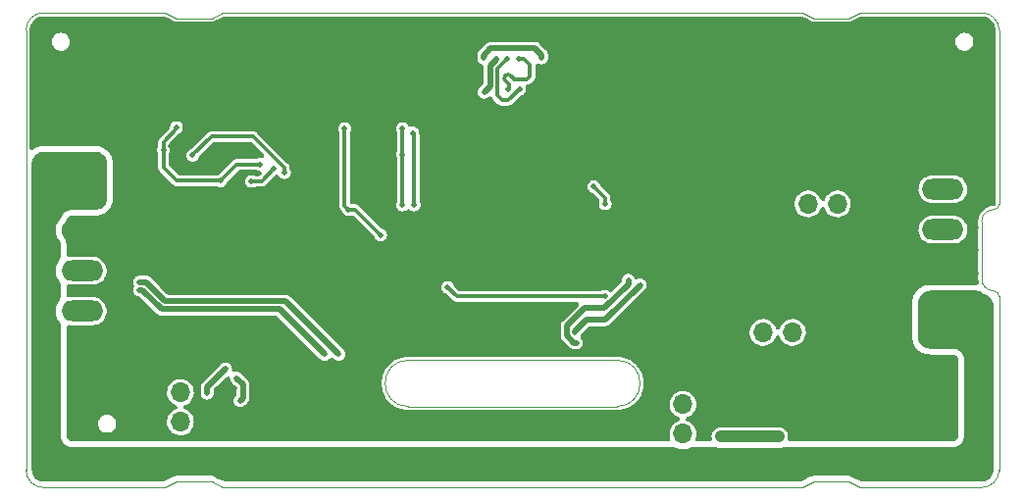
<source format=gbl>
G04 #@! TF.GenerationSoftware,KiCad,Pcbnew,6.0.11+dfsg-1*
G04 #@! TF.ProjectId,project,70726f6a-6563-4742-9e6b-696361645f70,rev?*
G04 #@! TF.SameCoordinates,Original*
G04 #@! TF.FileFunction,Copper,L4,Bot*
G04 #@! TF.FilePolarity,Positive*
%FSLAX46Y46*%
G04 Gerber Fmt 4.6, Leading zero omitted, Abs format (unit mm)*
%MOMM*%
%LPD*%
G01*
G04 APERTURE LIST*
G04 #@! TA.AperFunction,Profile*
%ADD10C,0.100000*%
G04 #@! TD*
G04 #@! TA.AperFunction,ComponentPad*
%ADD11O,3.600000X1.800000*%
G04 #@! TD*
G04 #@! TA.AperFunction,ComponentPad*
%ADD12C,6.400000*%
G04 #@! TD*
G04 #@! TA.AperFunction,ComponentPad*
%ADD13C,0.900000*%
G04 #@! TD*
G04 #@! TA.AperFunction,ComponentPad*
%ADD14R,1.700000X1.700000*%
G04 #@! TD*
G04 #@! TA.AperFunction,ComponentPad*
%ADD15O,1.700000X1.700000*%
G04 #@! TD*
G04 #@! TA.AperFunction,ViaPad*
%ADD16C,0.500000*%
G04 #@! TD*
G04 #@! TA.AperFunction,Conductor*
%ADD17C,0.300000*%
G04 #@! TD*
G04 #@! TA.AperFunction,Conductor*
%ADD18C,0.500000*%
G04 #@! TD*
G04 #@! TA.AperFunction,Conductor*
%ADD19C,1.000000*%
G04 #@! TD*
G04 APERTURE END LIST*
D10*
X197262500Y-114037500D02*
X198262500Y-113537500D01*
X142262500Y-154037499D02*
X143262500Y-154537500D01*
X177262500Y-147537500D02*
G75*
G03*
X177262500Y-143537500I0J2000000D01*
G01*
X139262500Y-154037500D02*
X142262500Y-154037499D01*
X194262500Y-154037500D02*
X197262500Y-154037499D01*
X208762500Y-131537500D02*
X208762500Y-136537500D01*
X139262500Y-114037500D02*
X142262500Y-114037500D01*
X208762500Y-154537500D02*
G75*
G03*
X210262500Y-153037500I0J1500000D01*
G01*
X142262500Y-114037500D02*
X143262500Y-113537500D01*
X208762500Y-136537500D02*
G75*
G03*
X209762500Y-137537500I1000000J0D01*
G01*
X198262500Y-113537500D02*
X208762500Y-113537500D01*
X209762500Y-130537500D02*
G75*
G03*
X208762500Y-131537500I0J-1000000D01*
G01*
X138262500Y-113537500D02*
X127762500Y-113537500D01*
X126262500Y-153037500D02*
X126262500Y-115037500D01*
X210262500Y-138037500D02*
X210262500Y-153037500D01*
X127762500Y-113537500D02*
G75*
G03*
X126262500Y-115037500I0J-1500000D01*
G01*
X198262500Y-154537500D02*
X208762500Y-154537500D01*
X197262500Y-154037499D02*
X198262500Y-154537500D01*
X194262500Y-114037500D02*
X197262500Y-114037500D01*
X210262500Y-138037500D02*
G75*
G03*
X209762500Y-137537500I-500000J0D01*
G01*
X138262500Y-154537499D02*
X127762500Y-154537500D01*
X139262500Y-114037500D02*
X138262500Y-113537500D01*
X177262500Y-147537500D02*
X159262500Y-147537500D01*
X126262500Y-153037500D02*
G75*
G03*
X127762500Y-154537500I1500000J0D01*
G01*
X159262500Y-143537500D02*
X177262500Y-143537500D01*
X139262500Y-154037500D02*
X138262500Y-154537499D01*
X209762500Y-130537500D02*
G75*
G03*
X210262500Y-130037500I0J500000D01*
G01*
X210262500Y-130037500D02*
X210262500Y-115037500D01*
X159262500Y-143537500D02*
G75*
G03*
X159262500Y-147537500I0J-2000000D01*
G01*
X143262500Y-113537500D02*
X193262500Y-113537500D01*
X210262500Y-115037500D02*
G75*
G03*
X208762500Y-113537500I-1500000J0D01*
G01*
X194262500Y-154037500D02*
X193262500Y-154537499D01*
X194262500Y-114037500D02*
X193262500Y-113537500D01*
X193262500Y-154537499D02*
X143262500Y-154537500D01*
G04 #@! TA.AperFunction,ComponentPad*
G36*
G01*
X173287500Y-115477500D02*
X173287500Y-116737500D01*
G75*
G02*
X173217500Y-116807500I-70000J0D01*
G01*
X171757500Y-116807500D01*
G75*
G02*
X171687500Y-116737500I0J70000D01*
G01*
X171687500Y-115477500D01*
G75*
G02*
X171757500Y-115407500I70000J0D01*
G01*
X173217500Y-115407500D01*
G75*
G02*
X173287500Y-115477500I0J-70000D01*
G01*
G37*
G04 #@! TD.AperFunction*
G04 #@! TA.AperFunction,ComponentPad*
G36*
G01*
X164862500Y-115452500D02*
X164862500Y-116622500D01*
G75*
G02*
X164797500Y-116687500I-65000J0D01*
G01*
X162227500Y-116687500D01*
G75*
G02*
X162162500Y-116622500I0J65000D01*
G01*
X162162500Y-115452500D01*
G75*
G02*
X162227500Y-115387500I65000J0D01*
G01*
X164797500Y-115387500D01*
G75*
G02*
X164862500Y-115452500I0J-65000D01*
G01*
G37*
G04 #@! TD.AperFunction*
G04 #@! TA.AperFunction,ComponentPad*
G36*
G01*
X174362500Y-118452500D02*
X174362500Y-119622500D01*
G75*
G02*
X174297500Y-119687500I-65000J0D01*
G01*
X171727500Y-119687500D01*
G75*
G02*
X171662500Y-119622500I0J65000D01*
G01*
X171662500Y-118452500D01*
G75*
G02*
X171727500Y-118387500I65000J0D01*
G01*
X174297500Y-118387500D01*
G75*
G02*
X174362500Y-118452500I0J-65000D01*
G01*
G37*
G04 #@! TD.AperFunction*
G04 #@! TA.AperFunction,ComponentPad*
G36*
G01*
X164837500Y-118337500D02*
X164837500Y-119597500D01*
G75*
G02*
X164767500Y-119667500I-70000J0D01*
G01*
X163307500Y-119667500D01*
G75*
G02*
X163237500Y-119597500I0J70000D01*
G01*
X163237500Y-118337500D01*
G75*
G02*
X163307500Y-118267500I70000J0D01*
G01*
X164767500Y-118267500D01*
G75*
G02*
X164837500Y-118337500I0J-70000D01*
G01*
G37*
G04 #@! TD.AperFunction*
G04 #@! TA.AperFunction,ComponentPad*
G36*
G01*
X206955000Y-140170000D02*
X203855000Y-140170000D01*
G75*
G02*
X203605000Y-139920000I0J250000D01*
G01*
X203605000Y-138620000D01*
G75*
G02*
X203855000Y-138370000I250000J0D01*
G01*
X206955000Y-138370000D01*
G75*
G02*
X207205000Y-138620000I0J-250000D01*
G01*
X207205000Y-139920000D01*
G75*
G02*
X206955000Y-140170000I-250000J0D01*
G01*
G37*
G04 #@! TD.AperFunction*
D11*
X205405000Y-135770000D03*
X205405000Y-132270000D03*
X205405000Y-128770000D03*
D12*
X153262500Y-135037500D03*
D13*
X151565444Y-133340444D03*
X150862500Y-135037500D03*
X153262500Y-132637500D03*
X153262500Y-137437500D03*
X154959556Y-133340444D03*
X154959556Y-136734556D03*
X155662500Y-135037500D03*
X151565444Y-136734556D03*
X183262500Y-137437500D03*
X181565444Y-133340444D03*
X180862500Y-135037500D03*
X183262500Y-132637500D03*
X185662500Y-135037500D03*
X184959556Y-133340444D03*
X184959556Y-136734556D03*
X181565444Y-136734556D03*
D12*
X183262500Y-135037500D03*
G04 #@! TA.AperFunction,ComponentPad*
G36*
G01*
X129570000Y-127905000D02*
X132670000Y-127905000D01*
G75*
G02*
X132920000Y-128155000I0J-250000D01*
G01*
X132920000Y-129455000D01*
G75*
G02*
X132670000Y-129705000I-250000J0D01*
G01*
X129570000Y-129705000D01*
G75*
G02*
X129320000Y-129455000I0J250000D01*
G01*
X129320000Y-128155000D01*
G75*
G02*
X129570000Y-127905000I250000J0D01*
G01*
G37*
G04 #@! TD.AperFunction*
D11*
X131120000Y-132305000D03*
X131120000Y-135805000D03*
X131120000Y-139305000D03*
D14*
X187337500Y-141137500D03*
D15*
X189877500Y-141137500D03*
X192417500Y-141137500D03*
D14*
X182962500Y-144812500D03*
D15*
X182962500Y-147352500D03*
X182962500Y-149892500D03*
D14*
X139587500Y-143785000D03*
D15*
X139587500Y-146325000D03*
X139587500Y-148865000D03*
D14*
X191222500Y-130037500D03*
D15*
X193762500Y-130037500D03*
X196302500Y-130037500D03*
D16*
X146462500Y-126637500D03*
X139248958Y-123450500D03*
X143050500Y-128037500D03*
X138118500Y-125393500D03*
X142762500Y-116537500D03*
X140262500Y-133037500D03*
X202262500Y-138037500D03*
X194062500Y-140937500D03*
X157262500Y-135037500D03*
X195662500Y-138937500D03*
X130262500Y-124037500D03*
X201262500Y-119037500D03*
X190262500Y-131037500D03*
X179262500Y-123037500D03*
X143232500Y-135837500D03*
X209262500Y-124037500D03*
X144762500Y-125037500D03*
X137100000Y-121000000D03*
X202262500Y-136037500D03*
X180262500Y-137537500D03*
X209262500Y-130037500D03*
X186262500Y-140037500D03*
X202262500Y-132037500D03*
X157262500Y-131037500D03*
X182762500Y-143537500D03*
X185262500Y-121037500D03*
X201262500Y-130037500D03*
X181262500Y-123037500D03*
X145262500Y-125537500D03*
X177262500Y-124037500D03*
X140262500Y-135037500D03*
X143762500Y-116537500D03*
X134762500Y-133537500D03*
X209262500Y-126037500D03*
X198262500Y-136537500D03*
X202262500Y-142037500D03*
X209262500Y-122037500D03*
X137262500Y-125037500D03*
X176762500Y-137037500D03*
X187262500Y-139037500D03*
X173262500Y-123037500D03*
X156262500Y-144037500D03*
X201262500Y-115037500D03*
X143762500Y-129537500D03*
X185262500Y-115037500D03*
X162262500Y-117037500D03*
X140737500Y-145537500D03*
X155262500Y-123037500D03*
X168262500Y-122337500D03*
X161262500Y-139037500D03*
X135262500Y-149037500D03*
X177262500Y-115037500D03*
X209262500Y-128037500D03*
X183262500Y-140037500D03*
X130262500Y-122037500D03*
X135762500Y-125037500D03*
X187737500Y-147137500D03*
X207262500Y-124037500D03*
X146232500Y-136037500D03*
X128262500Y-115037500D03*
X197637500Y-138762500D03*
X142737500Y-146037500D03*
X206262500Y-134037500D03*
X199062500Y-132537500D03*
X142762500Y-123537500D03*
X203662500Y-148837500D03*
X158262500Y-133037500D03*
X137262500Y-116237500D03*
X143762500Y-119537500D03*
X141462500Y-128837500D03*
X185262500Y-140037500D03*
X170262500Y-123037500D03*
X187262500Y-123037500D03*
X128262500Y-124037500D03*
X168262500Y-141037500D03*
X183262500Y-124037500D03*
X168262500Y-140037500D03*
X194699080Y-146958026D03*
X181262500Y-119037500D03*
X143762500Y-125037500D03*
X188262500Y-140037500D03*
X187262500Y-130037500D03*
X142262500Y-143037500D03*
X170262500Y-141037500D03*
X208262500Y-132037500D03*
X181262500Y-131037500D03*
X135262500Y-147037500D03*
X194062500Y-142737500D03*
X140262500Y-142037500D03*
X141462500Y-129437500D03*
X180262500Y-120037500D03*
X185262500Y-146037500D03*
X161262500Y-140037500D03*
X170262500Y-140037500D03*
X175262500Y-121037500D03*
X195462500Y-140937500D03*
X209262500Y-116037500D03*
X128262500Y-122037500D03*
X207262500Y-118037500D03*
X168262500Y-139037500D03*
X189699080Y-148458026D03*
X181262500Y-142037500D03*
X136200000Y-121900000D03*
X127262500Y-116037500D03*
X209262500Y-120037500D03*
X207262500Y-122037500D03*
X131262500Y-149037500D03*
X154262500Y-148037500D03*
X143762500Y-123537500D03*
X188262500Y-134037500D03*
X140262500Y-116237500D03*
X147262500Y-115037500D03*
X136262500Y-117037500D03*
X199062500Y-134537500D03*
X183262500Y-128037500D03*
X167262500Y-137037500D03*
X186999080Y-143458026D03*
X153762500Y-142037500D03*
X181262500Y-115037500D03*
X143262500Y-123037500D03*
X188262500Y-124037500D03*
X179262500Y-148037500D03*
X188262500Y-116037500D03*
X193262500Y-131437500D03*
X181762500Y-143537500D03*
X150862500Y-122237500D03*
X180262500Y-147037500D03*
X174262500Y-128037500D03*
X142262500Y-142037500D03*
X163262500Y-141037500D03*
X201262500Y-117037500D03*
X208262500Y-134037500D03*
X199262500Y-117037500D03*
X207262500Y-120037500D03*
X191262500Y-115037500D03*
X199062500Y-136537500D03*
X134262500Y-127537500D03*
X202262500Y-134037500D03*
X152262500Y-148037500D03*
X143262500Y-125537500D03*
X191262500Y-131437500D03*
X157262500Y-123037500D03*
X163262500Y-140037500D03*
X138262500Y-142037500D03*
X138762500Y-125037500D03*
X135762500Y-133537500D03*
X163262500Y-139037500D03*
X174262500Y-126037500D03*
X144275000Y-146000000D03*
X202262500Y-140037500D03*
X156262500Y-148037500D03*
X141962500Y-144287500D03*
X148262500Y-134037500D03*
X131262500Y-143037500D03*
X182262500Y-129037500D03*
X131262500Y-145037500D03*
X149262500Y-135037500D03*
X184262500Y-145037500D03*
X139262500Y-116237500D03*
X134262500Y-117037500D03*
X189699080Y-147458026D03*
X184262500Y-146037500D03*
X191262500Y-116037500D03*
X161262500Y-141037500D03*
X188262500Y-138037500D03*
X147262500Y-133037500D03*
X192262500Y-130037500D03*
X177262500Y-126037500D03*
X209262500Y-118037500D03*
X186999080Y-144458026D03*
X184262500Y-144037500D03*
X171262500Y-137037500D03*
X138262500Y-116237500D03*
X149262500Y-133037500D03*
X191262500Y-132437500D03*
X185262500Y-144037500D03*
X192262500Y-131037500D03*
X170262500Y-139037500D03*
X154262500Y-146037500D03*
X185262500Y-128037500D03*
X186237500Y-148637500D03*
X146775000Y-146000000D03*
X134262500Y-115037500D03*
X141262500Y-141037500D03*
X144762500Y-123537500D03*
X197862500Y-148837500D03*
X147737500Y-145287500D03*
X169262500Y-137037500D03*
X180262500Y-121037500D03*
X158262500Y-141037500D03*
X158762500Y-119537500D03*
X179262500Y-115037500D03*
X198262500Y-134537500D03*
X137962500Y-121937500D03*
X190972500Y-119402500D03*
X134262500Y-140537500D03*
X186237500Y-147137500D03*
X136262500Y-115037500D03*
X184262500Y-120037500D03*
X163262500Y-118037500D03*
X145432500Y-136037500D03*
X150262500Y-144037500D03*
X139262500Y-141037500D03*
X156262500Y-146037500D03*
X165262500Y-137037500D03*
X147462500Y-123637500D03*
X186262500Y-124037500D03*
X149062500Y-122437500D03*
X195062500Y-142737500D03*
X144262500Y-125537500D03*
X166262500Y-123037500D03*
X193262500Y-132437500D03*
X174262500Y-137037500D03*
X134262500Y-145037500D03*
X135262500Y-146037500D03*
X195937500Y-118237500D03*
X142762500Y-125037500D03*
X175262500Y-119037500D03*
X195262500Y-131437500D03*
X150262500Y-146037500D03*
X144262500Y-123037500D03*
X161262500Y-116037500D03*
X173262500Y-139037500D03*
X134262500Y-143037500D03*
X149462500Y-123637500D03*
X173262500Y-121037500D03*
X183262500Y-119037500D03*
X187262500Y-128037500D03*
X208262500Y-136037500D03*
X156762500Y-119537500D03*
X208262500Y-115037500D03*
X188262500Y-115037500D03*
X134762500Y-134537500D03*
X137100000Y-123000000D03*
X150262500Y-148037500D03*
X183762500Y-143537500D03*
X171262500Y-125037500D03*
X152262500Y-146037500D03*
X198262500Y-132537500D03*
X187737500Y-148608026D03*
X134762500Y-137037500D03*
X190262500Y-129537500D03*
X137262500Y-141037500D03*
X204262500Y-134037500D03*
X183262500Y-115037500D03*
X145262500Y-123037500D03*
X136987500Y-142787500D03*
X187262500Y-132037500D03*
X135762500Y-134537500D03*
X131262500Y-147037500D03*
X187262500Y-140037500D03*
X144437500Y-145087500D03*
X144737500Y-147037500D03*
X159762500Y-130137000D03*
X145710403Y-128089597D03*
X147661780Y-127026024D03*
X159647500Y-123922500D03*
X153762500Y-123537500D03*
X156862500Y-132737000D03*
X154087500Y-130538000D03*
X158762500Y-130137000D03*
X158762500Y-125782000D03*
X158762500Y-123537500D03*
X176233564Y-138008564D03*
X162662500Y-137237500D03*
X176262500Y-130037500D03*
X140648673Y-125849500D03*
X175262500Y-128537500D03*
X148574500Y-127349500D03*
X170762500Y-117437500D03*
X165762500Y-117437500D03*
X173662998Y-141126652D03*
X153262500Y-143037500D03*
X179262500Y-137037500D03*
X136063000Y-136788000D03*
X178262500Y-136637500D03*
X136063000Y-137487500D03*
X173762500Y-142037500D03*
X152060230Y-143042039D03*
X166817878Y-117492878D03*
X165800000Y-120402832D03*
X168862500Y-120137500D03*
X167762500Y-117537500D03*
X168762500Y-117537500D03*
X167867878Y-120142878D03*
X189737500Y-150137500D03*
X186237500Y-150137500D03*
X187737500Y-150137500D03*
X191237500Y-150137500D03*
X143487500Y-144287500D03*
X141886628Y-146388372D03*
D17*
X138118500Y-125393500D02*
X138118500Y-124681500D01*
X138118500Y-124681500D02*
X139248958Y-123551042D01*
X139248958Y-123551042D02*
X139248958Y-123450500D01*
X138118500Y-125393500D02*
X138118500Y-126893500D01*
X138118500Y-126893500D02*
X139262500Y-128037500D01*
X144450500Y-126637500D02*
X146462500Y-126637500D01*
X139262500Y-128037500D02*
X143050500Y-128037500D01*
X143050500Y-128037500D02*
X144450500Y-126637500D01*
D18*
X144975000Y-146800000D02*
X144975000Y-145625000D01*
X144737500Y-147037500D02*
X144975000Y-146800000D01*
X144975000Y-145625000D02*
X144437500Y-145087500D01*
D17*
X159762500Y-124037500D02*
X159762500Y-130137000D01*
X147661780Y-127038220D02*
X146610403Y-128089597D01*
X146610403Y-128089597D02*
X145710403Y-128089597D01*
X159647500Y-123922500D02*
X159762500Y-124037500D01*
X147661780Y-127026024D02*
X147661780Y-127038220D01*
X153762500Y-123537500D02*
X153762500Y-130213000D01*
X153762500Y-130213000D02*
X154087500Y-130538000D01*
X154087500Y-130538000D02*
X154663500Y-130538000D01*
X154663500Y-130538000D02*
X156862500Y-132737000D01*
X158762500Y-125782000D02*
X158762500Y-123537500D01*
X158762500Y-125782000D02*
X158762500Y-130137000D01*
X162662500Y-137237500D02*
X163462500Y-138037500D01*
X176204628Y-138037500D02*
X176233564Y-138008564D01*
X163462500Y-138037500D02*
X176204628Y-138037500D01*
X145862500Y-124237500D02*
X142260673Y-124237500D01*
X142260673Y-124237500D02*
X140648673Y-125849500D01*
X148574500Y-127349500D02*
X148574500Y-126949500D01*
X176262500Y-129537500D02*
X175262500Y-128537500D01*
X176262500Y-130037500D02*
X176262500Y-129537500D01*
X148574500Y-126949500D02*
X145862500Y-124237500D01*
D18*
X170762500Y-117162500D02*
X170200000Y-116600000D01*
X170200000Y-116600000D02*
X166389692Y-116600000D01*
X170762500Y-117437500D02*
X170762500Y-117162500D01*
X165762500Y-117227192D02*
X165762500Y-117437500D01*
X166389692Y-116600000D02*
X165762500Y-117227192D01*
X176262500Y-140037500D02*
X179262500Y-137037500D01*
X136063000Y-136788000D02*
X136613000Y-136788000D01*
X173662998Y-141037002D02*
X174662500Y-140037500D01*
X148662500Y-138437500D02*
X153262500Y-143037500D01*
X173662998Y-141126652D02*
X173662998Y-141037002D01*
X136613000Y-136788000D02*
X138262500Y-138437500D01*
X174662500Y-140037500D02*
X176262500Y-140037500D01*
X138262500Y-138437500D02*
X148662500Y-138437500D01*
X136063000Y-137487500D02*
X136312500Y-137487500D01*
X176193871Y-139037500D02*
X178262500Y-136968871D01*
X172962998Y-140587002D02*
X174512500Y-139037500D01*
X136312500Y-137487500D02*
X137962500Y-139137500D01*
X173762500Y-142037500D02*
X173583897Y-142037500D01*
X148155691Y-139137500D02*
X152060230Y-143042039D01*
X137962500Y-139137500D02*
X148155691Y-139137500D01*
X174512500Y-139037500D02*
X176193871Y-139037500D01*
X172962998Y-141416601D02*
X172962998Y-140587002D01*
X173583897Y-142037500D02*
X172962998Y-141416601D01*
X178262500Y-136968871D02*
X178262500Y-136637500D01*
X165800000Y-120402832D02*
X166317878Y-119884954D01*
X166317878Y-119884954D02*
X166317878Y-118082122D01*
X166317878Y-118082122D02*
X166817878Y-117582122D01*
X166817878Y-117582122D02*
X166817878Y-117492878D01*
D17*
X167907122Y-121092878D02*
X168862500Y-120137500D01*
X166917878Y-118382122D02*
X166917878Y-120682828D01*
X166917878Y-120682828D02*
X167327928Y-121092878D01*
X167762500Y-117537500D02*
X166917878Y-118382122D01*
X167327928Y-121092878D02*
X167907122Y-121092878D01*
X167631128Y-119389677D02*
X167913970Y-119672519D01*
X169762500Y-118037500D02*
X169762500Y-119037500D01*
X167913970Y-120096783D02*
X167913971Y-120096784D01*
X168762500Y-117537500D02*
X169262500Y-117537500D01*
X168338234Y-119248256D02*
X168338235Y-119248256D01*
X169262500Y-117537500D02*
X169762500Y-118037500D01*
X167913971Y-120096784D02*
X167867878Y-120142878D01*
X169762500Y-119037500D02*
X169518902Y-119281098D01*
X168338235Y-119248256D02*
X168055392Y-118965413D01*
X169518902Y-119281098D02*
X168728352Y-119281098D01*
X167631173Y-119389632D02*
G75*
G02*
X167631128Y-118965413I212127J212132D01*
G01*
X168338220Y-119248270D02*
G75*
G03*
X168728352Y-119281098I214780J217870D01*
G01*
X167631129Y-118965414D02*
G75*
G02*
X168055391Y-118965414I212131J-212131D01*
G01*
X167914019Y-120096832D02*
G75*
G03*
X167913970Y-119672519I-212219J212132D01*
G01*
D19*
X186237500Y-150137500D02*
X191237500Y-150137500D01*
D18*
X141886628Y-145888372D02*
X141886628Y-146388372D01*
X143487500Y-144287500D02*
X141886628Y-145888372D01*
G04 #@! TA.AperFunction,Conductor*
G36*
X138233580Y-113859009D02*
G01*
X138670065Y-114077252D01*
X139089255Y-114286847D01*
X139089587Y-114287034D01*
X139099146Y-114295901D01*
X139116208Y-114302708D01*
X139116211Y-114302710D01*
X139132040Y-114309025D01*
X139142811Y-114313856D01*
X139144909Y-114314674D01*
X139153110Y-114318774D01*
X139161925Y-114321304D01*
X139169313Y-114324183D01*
X139174374Y-114325914D01*
X139190075Y-114332178D01*
X139190077Y-114332178D01*
X139203122Y-114337383D01*
X139209415Y-114338000D01*
X139219324Y-114338000D01*
X139220244Y-114338044D01*
X139233385Y-114341816D01*
X139251682Y-114340188D01*
X139251684Y-114340188D01*
X139267470Y-114338783D01*
X139285108Y-114338000D01*
X142219055Y-114338000D01*
X142219438Y-114338019D01*
X142231952Y-114341675D01*
X142250258Y-114340133D01*
X142250260Y-114340133D01*
X142267244Y-114338702D01*
X142279062Y-114338205D01*
X142281283Y-114338000D01*
X142290448Y-114338000D01*
X142299455Y-114336323D01*
X142307309Y-114335598D01*
X142312640Y-114334878D01*
X142343502Y-114332278D01*
X142349407Y-114330016D01*
X142353753Y-114327843D01*
X142353762Y-114327839D01*
X142358289Y-114325576D01*
X142359113Y-114325212D01*
X142372553Y-114322709D01*
X142388194Y-114313068D01*
X142388196Y-114313067D01*
X142401670Y-114304761D01*
X142417095Y-114296172D01*
X143291421Y-113859009D01*
X143380417Y-113838000D01*
X193144584Y-113838000D01*
X193233580Y-113859009D01*
X193670065Y-114077252D01*
X194089255Y-114286847D01*
X194089587Y-114287034D01*
X194099146Y-114295901D01*
X194116208Y-114302708D01*
X194116211Y-114302710D01*
X194132040Y-114309025D01*
X194142811Y-114313856D01*
X194144909Y-114314674D01*
X194153110Y-114318774D01*
X194161925Y-114321304D01*
X194169313Y-114324183D01*
X194174374Y-114325914D01*
X194190075Y-114332178D01*
X194190077Y-114332178D01*
X194203122Y-114337383D01*
X194209415Y-114338000D01*
X194219324Y-114338000D01*
X194220244Y-114338044D01*
X194233385Y-114341816D01*
X194251682Y-114340188D01*
X194251684Y-114340188D01*
X194267470Y-114338783D01*
X194285108Y-114338000D01*
X197219055Y-114338000D01*
X197219438Y-114338019D01*
X197231952Y-114341675D01*
X197250258Y-114340133D01*
X197250260Y-114340133D01*
X197267244Y-114338702D01*
X197279062Y-114338205D01*
X197281283Y-114338000D01*
X197290448Y-114338000D01*
X197299455Y-114336323D01*
X197307309Y-114335598D01*
X197312640Y-114334878D01*
X197343502Y-114332278D01*
X197349407Y-114330016D01*
X197353753Y-114327843D01*
X197353762Y-114327839D01*
X197358289Y-114325576D01*
X197359113Y-114325212D01*
X197372553Y-114322709D01*
X197388194Y-114313068D01*
X197388196Y-114313067D01*
X197401670Y-114304761D01*
X197417095Y-114296172D01*
X198291421Y-113859009D01*
X198380417Y-113838000D01*
X208718796Y-113838000D01*
X208737234Y-113839613D01*
X208745356Y-113839613D01*
X208762500Y-113842636D01*
X208778830Y-113839757D01*
X208790779Y-113840226D01*
X208934531Y-113851539D01*
X208965372Y-113856425D01*
X209117940Y-113893054D01*
X209147638Y-113902703D01*
X209292595Y-113962746D01*
X209320417Y-113976922D01*
X209454198Y-114058903D01*
X209479449Y-114077249D01*
X209598772Y-114179159D01*
X209620841Y-114201228D01*
X209722751Y-114320551D01*
X209741097Y-114345802D01*
X209819146Y-114473166D01*
X209823078Y-114479583D01*
X209837254Y-114507405D01*
X209897297Y-114652362D01*
X209906946Y-114682060D01*
X209943575Y-114834628D01*
X209948461Y-114865471D01*
X209959774Y-115009220D01*
X209960243Y-115021170D01*
X209957364Y-115037500D01*
X209960387Y-115054644D01*
X209960387Y-115062766D01*
X209962000Y-115081204D01*
X209962000Y-129993796D01*
X209960387Y-130012234D01*
X209960387Y-130020356D01*
X209957364Y-130037500D01*
X209959155Y-130047661D01*
X209957934Y-130063172D01*
X209957337Y-130066939D01*
X209924358Y-130149133D01*
X209858982Y-130208878D01*
X209791939Y-130232337D01*
X209789567Y-130232713D01*
X209788170Y-130232934D01*
X209772661Y-130234155D01*
X209762500Y-130232364D01*
X209756199Y-130233475D01*
X209558428Y-130249040D01*
X209359381Y-130296827D01*
X209170260Y-130375163D01*
X208995722Y-130482120D01*
X208989779Y-130487196D01*
X208989776Y-130487198D01*
X208894518Y-130568556D01*
X208840064Y-130615064D01*
X208834989Y-130621006D01*
X208775596Y-130690547D01*
X208707120Y-130770722D01*
X208600163Y-130945260D01*
X208521827Y-131134381D01*
X208474040Y-131333428D01*
X208468619Y-131402315D01*
X208462943Y-131474431D01*
X208462617Y-131478122D01*
X208462000Y-131484415D01*
X208462000Y-131484421D01*
X208461354Y-131484358D01*
X208460805Y-131486317D01*
X208462000Y-131486411D01*
X208458475Y-131531200D01*
X208457364Y-131537500D01*
X208460387Y-131554645D01*
X208460387Y-131562768D01*
X208462000Y-131581204D01*
X208462000Y-136493796D01*
X208460387Y-136512232D01*
X208460387Y-136520355D01*
X208457364Y-136537500D01*
X208458475Y-136543800D01*
X208474040Y-136741572D01*
X208475863Y-136749165D01*
X208475864Y-136749172D01*
X208485136Y-136787792D01*
X208486129Y-136876350D01*
X208448600Y-136956569D01*
X208379982Y-137012560D01*
X208293866Y-137033234D01*
X208281553Y-137032991D01*
X208264524Y-137032127D01*
X208264476Y-137032126D01*
X208261996Y-137032000D01*
X204311575Y-137032000D01*
X204310357Y-137032030D01*
X204310349Y-137032030D01*
X204305894Y-137032139D01*
X204286768Y-137032609D01*
X204285534Y-137032670D01*
X204285524Y-137032670D01*
X204190085Y-137037359D01*
X204190055Y-137037361D01*
X204188851Y-137037420D01*
X204187654Y-137037508D01*
X204187626Y-137037510D01*
X204168396Y-137038929D01*
X204164118Y-137039244D01*
X204136487Y-137041965D01*
X204120500Y-137043539D01*
X204120484Y-137043541D01*
X204118523Y-137043734D01*
X204116557Y-137044007D01*
X204116545Y-137044008D01*
X204086961Y-137048110D01*
X204078883Y-137049230D01*
X203923352Y-137077106D01*
X203919042Y-137078288D01*
X203919032Y-137078290D01*
X203865294Y-137093024D01*
X203835472Y-137101201D01*
X203646143Y-137172002D01*
X203641630Y-137174233D01*
X203641624Y-137174236D01*
X203558982Y-137215098D01*
X203554456Y-137217336D01*
X203501726Y-137250435D01*
X203400628Y-137313895D01*
X203383255Y-137324800D01*
X203302574Y-137387661D01*
X203156509Y-137527387D01*
X203153244Y-137531214D01*
X203153238Y-137531221D01*
X203093402Y-137601369D01*
X203093395Y-137601378D01*
X203090129Y-137605207D01*
X202975182Y-137771476D01*
X202925830Y-137861058D01*
X202923863Y-137865682D01*
X202923862Y-137865684D01*
X202854901Y-138027794D01*
X202846704Y-138047062D01*
X202843624Y-138056988D01*
X202821464Y-138128408D01*
X202816393Y-138144750D01*
X202776330Y-138342872D01*
X202768735Y-138393515D01*
X202768489Y-138396009D01*
X202768487Y-138396028D01*
X202764991Y-138431530D01*
X202764245Y-138439102D01*
X202762420Y-138463845D01*
X202762362Y-138465017D01*
X202762361Y-138465040D01*
X202761622Y-138480092D01*
X202757609Y-138561770D01*
X202757581Y-138562926D01*
X202757578Y-138563015D01*
X202757030Y-138585349D01*
X202757000Y-138586575D01*
X202757000Y-141488425D01*
X202757030Y-141489643D01*
X202757030Y-141489651D01*
X202757116Y-141493130D01*
X202757609Y-141513230D01*
X202762420Y-141611155D01*
X202764245Y-141635901D01*
X202764363Y-141637103D01*
X202764364Y-141637110D01*
X202766528Y-141659075D01*
X202768735Y-141681486D01*
X202774230Y-141721114D01*
X202802106Y-141876647D01*
X202826201Y-141964528D01*
X202827773Y-141968732D01*
X202827777Y-141968744D01*
X202858325Y-142050432D01*
X202897002Y-142153857D01*
X202899233Y-142158370D01*
X202899236Y-142158376D01*
X202917824Y-142195970D01*
X202942336Y-142245544D01*
X203049800Y-142416745D01*
X203112661Y-142497426D01*
X203252387Y-142643491D01*
X203256214Y-142646756D01*
X203256221Y-142646762D01*
X203326369Y-142706598D01*
X203326378Y-142706605D01*
X203330207Y-142709871D01*
X203496476Y-142824818D01*
X203586058Y-142874170D01*
X203590682Y-142876137D01*
X203590684Y-142876138D01*
X203632182Y-142893791D01*
X203772062Y-142953296D01*
X203816693Y-142967144D01*
X203864937Y-142982114D01*
X203864944Y-142982116D01*
X203869750Y-142983607D01*
X204067872Y-143023670D01*
X204118523Y-143031266D01*
X204164118Y-143035756D01*
X204168396Y-143036071D01*
X204187626Y-143037490D01*
X204187654Y-143037492D01*
X204188851Y-143037580D01*
X204190055Y-143037639D01*
X204190085Y-143037641D01*
X204285524Y-143042330D01*
X204285534Y-143042330D01*
X204286768Y-143042391D01*
X204305894Y-143042861D01*
X204310349Y-143042970D01*
X204310357Y-143042970D01*
X204311575Y-143043000D01*
X206227885Y-143043000D01*
X206247390Y-143043958D01*
X206338992Y-143052980D01*
X206377252Y-143060591D01*
X206427655Y-143075880D01*
X206432049Y-143077213D01*
X206468090Y-143092142D01*
X206482130Y-143099647D01*
X206518587Y-143119134D01*
X206551020Y-143140805D01*
X206595283Y-143177130D01*
X206622870Y-143204717D01*
X206659195Y-143248980D01*
X206680866Y-143281413D01*
X206707857Y-143331908D01*
X206722787Y-143367951D01*
X206739198Y-143422049D01*
X206739409Y-143422746D01*
X206747020Y-143461008D01*
X206756042Y-143552610D01*
X206757000Y-143572115D01*
X206757000Y-150002885D01*
X206756042Y-150022390D01*
X206747020Y-150113992D01*
X206739409Y-150152254D01*
X206722787Y-150207049D01*
X206707857Y-150243092D01*
X206680866Y-150293587D01*
X206659195Y-150326020D01*
X206622870Y-150370283D01*
X206595283Y-150397870D01*
X206551020Y-150434195D01*
X206518587Y-150455866D01*
X206491745Y-150470214D01*
X206472515Y-150480493D01*
X206468092Y-150482857D01*
X206432049Y-150497787D01*
X206377252Y-150514409D01*
X206338992Y-150522020D01*
X206247390Y-150531042D01*
X206227885Y-150532000D01*
X192220813Y-150532000D01*
X192134470Y-150512293D01*
X192065229Y-150457074D01*
X192026802Y-150377282D01*
X192023213Y-150309440D01*
X192043045Y-150143124D01*
X192024273Y-149964517D01*
X192020540Y-149953549D01*
X191975645Y-149821674D01*
X191966397Y-149794507D01*
X191872294Y-149641545D01*
X191746641Y-149513232D01*
X191595683Y-149415946D01*
X191426922Y-149354522D01*
X191415889Y-149353128D01*
X191415888Y-149353128D01*
X191363144Y-149346465D01*
X191288217Y-149337000D01*
X186192345Y-149337000D01*
X186140961Y-149342764D01*
X186070088Y-149350713D01*
X186070084Y-149350714D01*
X186059028Y-149351954D01*
X186048519Y-149355613D01*
X186048517Y-149355614D01*
X185951362Y-149389447D01*
X185889427Y-149411015D01*
X185737125Y-149506184D01*
X185729232Y-149514023D01*
X185729231Y-149514023D01*
X185716026Y-149527136D01*
X185609693Y-149632730D01*
X185513463Y-149784364D01*
X185485728Y-149862254D01*
X185456952Y-149943064D01*
X185456951Y-149943068D01*
X185453219Y-149953549D01*
X185451902Y-149964596D01*
X185451901Y-149964599D01*
X185433272Y-150120829D01*
X185431955Y-150131876D01*
X185433118Y-150142939D01*
X185450727Y-150310483D01*
X185447392Y-150310834D01*
X185446838Y-150378859D01*
X185407764Y-150458337D01*
X185338075Y-150512990D01*
X185253194Y-150532000D01*
X184238188Y-150532000D01*
X184151845Y-150512293D01*
X184082604Y-150457074D01*
X184044177Y-150377282D01*
X184044177Y-150288718D01*
X184049749Y-150269034D01*
X184083070Y-150170874D01*
X184083071Y-150170872D01*
X184086004Y-150162230D01*
X184108290Y-150008531D01*
X184115507Y-149958759D01*
X184115508Y-149958753D01*
X184116346Y-149952970D01*
X184117929Y-149892500D01*
X184108925Y-149794507D01*
X184099416Y-149691025D01*
X184099416Y-149691023D01*
X184098581Y-149681940D01*
X184054753Y-149526536D01*
X184043661Y-149487206D01*
X184043660Y-149487204D01*
X184041186Y-149478431D01*
X183947665Y-149288790D01*
X183821151Y-149119367D01*
X183814455Y-149113177D01*
X183814452Y-149113174D01*
X183731664Y-149036646D01*
X183665881Y-148975837D01*
X183487054Y-148863005D01*
X183478572Y-148859621D01*
X183346824Y-148807059D01*
X183273930Y-148756760D01*
X183230079Y-148679815D01*
X183223956Y-148591464D01*
X183256774Y-148509205D01*
X183322032Y-148449332D01*
X183356598Y-148433787D01*
X183423816Y-148410970D01*
X183423820Y-148410968D01*
X183432455Y-148408037D01*
X183440412Y-148403581D01*
X183608988Y-148309174D01*
X183608992Y-148309171D01*
X183616942Y-148304719D01*
X183779512Y-148169512D01*
X183914719Y-148006942D01*
X183919171Y-147998992D01*
X183919174Y-147998988D01*
X184013581Y-147830412D01*
X184013582Y-147830411D01*
X184018037Y-147822455D01*
X184032599Y-147779559D01*
X184083070Y-147630874D01*
X184083071Y-147630872D01*
X184086004Y-147622230D01*
X184102216Y-147510418D01*
X184115507Y-147418759D01*
X184115508Y-147418753D01*
X184116346Y-147412970D01*
X184117929Y-147352500D01*
X184116818Y-147340411D01*
X184099416Y-147151025D01*
X184099416Y-147151023D01*
X184098581Y-147141940D01*
X184055034Y-146987532D01*
X184043661Y-146947206D01*
X184043660Y-146947204D01*
X184041186Y-146938431D01*
X183947665Y-146748790D01*
X183821151Y-146579367D01*
X183814455Y-146573177D01*
X183814452Y-146573174D01*
X183731664Y-146496646D01*
X183665881Y-146435837D01*
X183487054Y-146323005D01*
X183478577Y-146319623D01*
X183478575Y-146319622D01*
X183393535Y-146285695D01*
X183290660Y-146244652D01*
X183083275Y-146203401D01*
X182974905Y-146201982D01*
X182880971Y-146200752D01*
X182880966Y-146200752D01*
X182871846Y-146200633D01*
X182862856Y-146202178D01*
X182862853Y-146202178D01*
X182761613Y-146219574D01*
X182663453Y-146236441D01*
X182654902Y-146239596D01*
X182654897Y-146239597D01*
X182473634Y-146306469D01*
X182473630Y-146306471D01*
X182465075Y-146309627D01*
X182457237Y-146314290D01*
X182457233Y-146314292D01*
X182371618Y-146365228D01*
X182283356Y-146417738D01*
X182276497Y-146423753D01*
X182276493Y-146423756D01*
X182139230Y-146544133D01*
X182124381Y-146557155D01*
X182118731Y-146564322D01*
X182118730Y-146564323D01*
X182087945Y-146603374D01*
X181993476Y-146723208D01*
X181989226Y-146731286D01*
X181899698Y-146901451D01*
X181895023Y-146910336D01*
X181892316Y-146919052D01*
X181892315Y-146919056D01*
X181876561Y-146969793D01*
X181832320Y-147112273D01*
X181831248Y-147121330D01*
X181809737Y-147303079D01*
X181807467Y-147322254D01*
X181809833Y-147358354D01*
X181819800Y-147510418D01*
X181821296Y-147533249D01*
X181823540Y-147542086D01*
X181823541Y-147542090D01*
X181858063Y-147678016D01*
X181873345Y-147738190D01*
X181961869Y-147930214D01*
X181967132Y-147937661D01*
X182078637Y-148095438D01*
X182078641Y-148095443D01*
X182083905Y-148102891D01*
X182235365Y-148250437D01*
X182242950Y-148255505D01*
X182242951Y-148255506D01*
X182323271Y-148309174D01*
X182411177Y-148367911D01*
X182419557Y-148371511D01*
X182419562Y-148371514D01*
X182504573Y-148408037D01*
X182581022Y-148440882D01*
X182652573Y-148493071D01*
X182694395Y-148571137D01*
X182698203Y-148659619D01*
X182663244Y-148740990D01*
X182596441Y-148799135D01*
X182571346Y-148810421D01*
X182480712Y-148843858D01*
X182465075Y-148849627D01*
X182457237Y-148854290D01*
X182457233Y-148854292D01*
X182350267Y-148917930D01*
X182283356Y-148957738D01*
X182276497Y-148963753D01*
X182276493Y-148963756D01*
X182172917Y-149054590D01*
X182124381Y-149097155D01*
X182118731Y-149104322D01*
X182118730Y-149104323D01*
X182101878Y-149125700D01*
X181993476Y-149263208D01*
X181989226Y-149271286D01*
X181903391Y-149434432D01*
X181895023Y-149450336D01*
X181892316Y-149459052D01*
X181892315Y-149459056D01*
X181852767Y-149586423D01*
X181832320Y-149652273D01*
X181831248Y-149661330D01*
X181813252Y-149813380D01*
X181807467Y-149862254D01*
X181809833Y-149898354D01*
X181817963Y-150022390D01*
X181821296Y-150073249D01*
X181823540Y-150082086D01*
X181823541Y-150082090D01*
X181873345Y-150278190D01*
X181871522Y-150278653D01*
X181880363Y-150354533D01*
X181851428Y-150438237D01*
X181789041Y-150501097D01*
X181705559Y-150530663D01*
X181682531Y-150532000D01*
X130297115Y-150532000D01*
X130277610Y-150531042D01*
X130186008Y-150522020D01*
X130147748Y-150514409D01*
X130092951Y-150497787D01*
X130056908Y-150482857D01*
X130052486Y-150480493D01*
X130033255Y-150470214D01*
X130006413Y-150455866D01*
X129973980Y-150434195D01*
X129929717Y-150397870D01*
X129902130Y-150370283D01*
X129865805Y-150326020D01*
X129844134Y-150293587D01*
X129817143Y-150243092D01*
X129802213Y-150207049D01*
X129785591Y-150152254D01*
X129777980Y-150113992D01*
X129768958Y-150022390D01*
X129768000Y-150002885D01*
X129768000Y-149032045D01*
X132481106Y-149032045D01*
X132499316Y-149205297D01*
X132555456Y-149370209D01*
X132580560Y-149411015D01*
X132622035Y-149478431D01*
X132646738Y-149518586D01*
X132768624Y-149643052D01*
X132915056Y-149737421D01*
X132925509Y-149741226D01*
X132925510Y-149741226D01*
X133068304Y-149793199D01*
X133068309Y-149793200D01*
X133078757Y-149797003D01*
X133213301Y-149814000D01*
X133306300Y-149814000D01*
X133382079Y-149805500D01*
X133424569Y-149800734D01*
X133424572Y-149800733D01*
X133435621Y-149799494D01*
X133600137Y-149742204D01*
X133747873Y-149649888D01*
X133756275Y-149641545D01*
X133863590Y-149534976D01*
X133871485Y-149527136D01*
X133964829Y-149380049D01*
X134023267Y-149215936D01*
X134031920Y-149143374D01*
X134042577Y-149054002D01*
X134042577Y-149053999D01*
X134043894Y-149042955D01*
X134025684Y-148869703D01*
X134013787Y-148834754D01*
X138432467Y-148834754D01*
X138434638Y-148867875D01*
X138445398Y-149032045D01*
X138446296Y-149045749D01*
X138448540Y-149054586D01*
X138448541Y-149054590D01*
X138492182Y-149226422D01*
X138498345Y-149250690D01*
X138586869Y-149442714D01*
X138592132Y-149450161D01*
X138703637Y-149607938D01*
X138703641Y-149607943D01*
X138708905Y-149615391D01*
X138860365Y-149762937D01*
X138867950Y-149768005D01*
X138867951Y-149768006D01*
X138948271Y-149821674D01*
X139036177Y-149880411D01*
X139044556Y-149884011D01*
X139044558Y-149884012D01*
X139113768Y-149913746D01*
X139230453Y-149963878D01*
X139239342Y-149965889D01*
X139239347Y-149965891D01*
X139427789Y-150008531D01*
X139427791Y-150008531D01*
X139436686Y-150010544D01*
X139647970Y-150018846D01*
X139857230Y-149988504D01*
X139865872Y-149985571D01*
X139865874Y-149985570D01*
X140048816Y-149923470D01*
X140048820Y-149923468D01*
X140057455Y-149920537D01*
X140065412Y-149916081D01*
X140233988Y-149821674D01*
X140233992Y-149821671D01*
X140241942Y-149817219D01*
X140404512Y-149682012D01*
X140429246Y-149652273D01*
X140533888Y-149526453D01*
X140539719Y-149519442D01*
X140544171Y-149511492D01*
X140544174Y-149511488D01*
X140638581Y-149342912D01*
X140638582Y-149342911D01*
X140643037Y-149334955D01*
X140674643Y-149241848D01*
X140708070Y-149143374D01*
X140708071Y-149143372D01*
X140711004Y-149134730D01*
X140735795Y-148963756D01*
X140740507Y-148931259D01*
X140740508Y-148931253D01*
X140741346Y-148925470D01*
X140742929Y-148865000D01*
X140735546Y-148784652D01*
X140724416Y-148663525D01*
X140724416Y-148663523D01*
X140723581Y-148654440D01*
X140666186Y-148450931D01*
X140572665Y-148261290D01*
X140446151Y-148091867D01*
X140439455Y-148085677D01*
X140439452Y-148085674D01*
X140361864Y-148013953D01*
X140290881Y-147948337D01*
X140112054Y-147835505D01*
X139971824Y-147779559D01*
X139898930Y-147729260D01*
X139855079Y-147652315D01*
X139848956Y-147563964D01*
X139881774Y-147481705D01*
X139947032Y-147421832D01*
X139981598Y-147406287D01*
X140048816Y-147383470D01*
X140048820Y-147383468D01*
X140057455Y-147380537D01*
X140065412Y-147376081D01*
X140233988Y-147281674D01*
X140233992Y-147281671D01*
X140241942Y-147277219D01*
X140404512Y-147142012D01*
X140429246Y-147112273D01*
X140533888Y-146986453D01*
X140539719Y-146979442D01*
X140544171Y-146971492D01*
X140544174Y-146971488D01*
X140638581Y-146802912D01*
X140638582Y-146802911D01*
X140643037Y-146794955D01*
X140647250Y-146782546D01*
X140708070Y-146603374D01*
X140708071Y-146603372D01*
X140711004Y-146594730D01*
X140729435Y-146467616D01*
X140740507Y-146391259D01*
X140740508Y-146391253D01*
X140741346Y-146385470D01*
X140742929Y-146325000D01*
X140735462Y-146243742D01*
X140724416Y-146123525D01*
X140724416Y-146123523D01*
X140723581Y-146114440D01*
X140682682Y-145969423D01*
X140668661Y-145919706D01*
X140668660Y-145919704D01*
X140666186Y-145910931D01*
X140663668Y-145905826D01*
X141331227Y-145905826D01*
X141333490Y-145919207D01*
X141333535Y-145920632D01*
X141336128Y-145951511D01*
X141336128Y-146339253D01*
X141334425Y-146365228D01*
X141331378Y-146388372D01*
X141336031Y-146423715D01*
X141336128Y-146424686D01*
X141336128Y-146426157D01*
X141341808Y-146467616D01*
X141341946Y-146468649D01*
X141349014Y-146522336D01*
X141349016Y-146522343D01*
X141350298Y-146532081D01*
X141350806Y-146533308D01*
X141351422Y-146537804D01*
X141379948Y-146603724D01*
X141381119Y-146606492D01*
X141405767Y-146665997D01*
X141408356Y-146669372D01*
X141411323Y-146676227D01*
X141432070Y-146701848D01*
X141453447Y-146728247D01*
X141456668Y-146732334D01*
X141483371Y-146767132D01*
X141494007Y-146780993D01*
X141499696Y-146785358D01*
X141506242Y-146793442D01*
X141557302Y-146829728D01*
X141563132Y-146834034D01*
X141609003Y-146869233D01*
X141618321Y-146873093D01*
X141629186Y-146880814D01*
X141665232Y-146893791D01*
X141684228Y-146900630D01*
X141692970Y-146904013D01*
X141742919Y-146924702D01*
X141753808Y-146926136D01*
X141755912Y-146926795D01*
X141757557Y-146927145D01*
X141758309Y-146927326D01*
X141758438Y-146927348D01*
X141771096Y-146931905D01*
X141784630Y-146932899D01*
X141825370Y-146935891D01*
X141836768Y-146937058D01*
X141873696Y-146941920D01*
X141873700Y-146941920D01*
X141886628Y-146943622D01*
X141899562Y-146941919D01*
X141900160Y-146941919D01*
X141905501Y-146942115D01*
X141907990Y-146941958D01*
X141921519Y-146942952D01*
X141970951Y-146932985D01*
X141984299Y-146930763D01*
X141994736Y-146929389D01*
X142017404Y-146926405D01*
X142017406Y-146926405D01*
X142030337Y-146924702D01*
X142042391Y-146919709D01*
X142053297Y-146916786D01*
X142056068Y-146915821D01*
X142069371Y-146913139D01*
X142081458Y-146906980D01*
X142081462Y-146906979D01*
X142110726Y-146892068D01*
X142124900Y-146885534D01*
X142164253Y-146869233D01*
X142174598Y-146861295D01*
X142185899Y-146854771D01*
X142185926Y-146854818D01*
X142191672Y-146850824D01*
X142203760Y-146844665D01*
X142234991Y-146815947D01*
X142248543Y-146804555D01*
X142262627Y-146793748D01*
X142279249Y-146780993D01*
X142287189Y-146770646D01*
X142294980Y-146762855D01*
X142301625Y-146755592D01*
X142304800Y-146751754D01*
X142314784Y-146742573D01*
X142335046Y-146709893D01*
X142346296Y-146693617D01*
X142359546Y-146676350D01*
X142359550Y-146676343D01*
X142367489Y-146665997D01*
X142372479Y-146653950D01*
X142373907Y-146651476D01*
X142386541Y-146626840D01*
X142387113Y-146625917D01*
X142394263Y-146614386D01*
X142403885Y-146581266D01*
X142411131Y-146560634D01*
X142417966Y-146544133D01*
X142417966Y-146544132D01*
X142422958Y-146532081D01*
X142424947Y-146516978D01*
X142431142Y-146487449D01*
X142436343Y-146469547D01*
X142437128Y-146458857D01*
X142437128Y-146437491D01*
X142438831Y-146411516D01*
X142440175Y-146401307D01*
X142440175Y-146401304D01*
X142441878Y-146388372D01*
X142438831Y-146365228D01*
X142437128Y-146339253D01*
X142437128Y-146198825D01*
X142456835Y-146112482D01*
X142495414Y-146058111D01*
X143546309Y-145007216D01*
X143621296Y-144960097D01*
X143709303Y-144950181D01*
X143792896Y-144979432D01*
X143855520Y-145042056D01*
X143884778Y-145128145D01*
X143884290Y-145139794D01*
X143887387Y-145152999D01*
X143887388Y-145153006D01*
X143893071Y-145177234D01*
X143896626Y-145196700D01*
X143899467Y-145218277D01*
X143899468Y-145218281D01*
X143901170Y-145231209D01*
X143906160Y-145243255D01*
X143906896Y-145246003D01*
X143915383Y-145272358D01*
X143918732Y-145286636D01*
X143925265Y-145298520D01*
X143925267Y-145298525D01*
X143935343Y-145316853D01*
X143944809Y-145336566D01*
X143951649Y-145353080D01*
X143951652Y-145353084D01*
X143956639Y-145365125D01*
X143964573Y-145375465D01*
X143965907Y-145377203D01*
X143982417Y-145402481D01*
X143991393Y-145418808D01*
X143998397Y-145426922D01*
X144000969Y-145429493D01*
X144000970Y-145429495D01*
X144013503Y-145442028D01*
X144030666Y-145461598D01*
X144044879Y-145480121D01*
X144056454Y-145489003D01*
X144063405Y-145494337D01*
X144082974Y-145511499D01*
X144247464Y-145675988D01*
X144366214Y-145794738D01*
X144413333Y-145869726D01*
X144424500Y-145935452D01*
X144424500Y-146485648D01*
X144404793Y-146571991D01*
X144361719Y-146624989D01*
X144364448Y-146627718D01*
X144355227Y-146636939D01*
X144344879Y-146644879D01*
X144336941Y-146655224D01*
X144336937Y-146655228D01*
X144323179Y-146673158D01*
X144322553Y-146673923D01*
X144321520Y-146674956D01*
X144296172Y-146708351D01*
X144295640Y-146709048D01*
X144256639Y-146759875D01*
X144256129Y-146761105D01*
X144253388Y-146764717D01*
X144248397Y-146777322D01*
X144248394Y-146777328D01*
X144226967Y-146831446D01*
X144225795Y-146834340D01*
X144217333Y-146854771D01*
X144201170Y-146893791D01*
X144200615Y-146898004D01*
X144197864Y-146904953D01*
X144191050Y-146969793D01*
X144190867Y-146971530D01*
X144190256Y-146976694D01*
X144182250Y-147037500D01*
X144183186Y-147044610D01*
X144182099Y-147054954D01*
X144192542Y-147116698D01*
X144193626Y-147123906D01*
X144201170Y-147181209D01*
X144205029Y-147190525D01*
X144207252Y-147203670D01*
X144213027Y-147215942D01*
X144213027Y-147215943D01*
X144232153Y-147256588D01*
X144235943Y-147265162D01*
X144256639Y-147315125D01*
X144263323Y-147323836D01*
X144264337Y-147325775D01*
X144265257Y-147327192D01*
X144265674Y-147327873D01*
X144265745Y-147327973D01*
X144271471Y-147340142D01*
X144307054Y-147381366D01*
X144314268Y-147390228D01*
X144336161Y-147418759D01*
X144344879Y-147430121D01*
X144355224Y-147438059D01*
X144355648Y-147438483D01*
X144359285Y-147442397D01*
X144361161Y-147444051D01*
X144370024Y-147454319D01*
X144381323Y-147461826D01*
X144381324Y-147461827D01*
X144412014Y-147482217D01*
X144423031Y-147490090D01*
X144447797Y-147509093D01*
X144459875Y-147518361D01*
X144471926Y-147523353D01*
X144481685Y-147528987D01*
X144484349Y-147530275D01*
X144495653Y-147537785D01*
X144539806Y-147552131D01*
X144554429Y-147557526D01*
X144593791Y-147573830D01*
X144606728Y-147575533D01*
X144619319Y-147578907D01*
X144619304Y-147578962D01*
X144626197Y-147580202D01*
X144639098Y-147584394D01*
X144674122Y-147585862D01*
X144681493Y-147586171D01*
X144699112Y-147587696D01*
X144737500Y-147592750D01*
X144750435Y-147591047D01*
X144761456Y-147591047D01*
X144771297Y-147590609D01*
X144776240Y-147590142D01*
X144789794Y-147590710D01*
X144802999Y-147587613D01*
X144803006Y-147587612D01*
X144827234Y-147581929D01*
X144846700Y-147578374D01*
X144868277Y-147575533D01*
X144868281Y-147575532D01*
X144881209Y-147573830D01*
X144893255Y-147568840D01*
X144896003Y-147568104D01*
X144922358Y-147559617D01*
X144923427Y-147559366D01*
X144923426Y-147559366D01*
X144936636Y-147556268D01*
X144948520Y-147549735D01*
X144948525Y-147549733D01*
X144966853Y-147539657D01*
X144986566Y-147530191D01*
X145003080Y-147523351D01*
X145003084Y-147523348D01*
X145015125Y-147518361D01*
X145027207Y-147509090D01*
X145052481Y-147492583D01*
X145068808Y-147483607D01*
X145076922Y-147476603D01*
X145092027Y-147461498D01*
X145111597Y-147444335D01*
X145119776Y-147438059D01*
X145130121Y-147430121D01*
X145144335Y-147411597D01*
X145161498Y-147392027D01*
X145352579Y-147200946D01*
X145358595Y-147195177D01*
X145387846Y-147168279D01*
X145403156Y-147154201D01*
X145424275Y-147120140D01*
X145434882Y-147104706D01*
X145459112Y-147072783D01*
X145464107Y-147060167D01*
X145468786Y-147051863D01*
X145471618Y-147046233D01*
X145475489Y-147037539D01*
X145482635Y-147026014D01*
X145486418Y-147012994D01*
X145486419Y-147012991D01*
X145493815Y-146987532D01*
X145499889Y-146969793D01*
X145509642Y-146945160D01*
X145514636Y-146932547D01*
X145516054Y-146919056D01*
X145518323Y-146909819D01*
X145519965Y-146901452D01*
X145519959Y-146901451D01*
X145521805Y-146891192D01*
X145524715Y-146881175D01*
X145525500Y-146870485D01*
X145525500Y-146839607D01*
X145526590Y-146818807D01*
X145528983Y-146796040D01*
X145528983Y-146796038D01*
X145530401Y-146782546D01*
X145528138Y-146769165D01*
X145528093Y-146767740D01*
X145525500Y-146736861D01*
X145525500Y-145682235D01*
X156962000Y-145682235D01*
X156998281Y-145969423D01*
X157070269Y-146249799D01*
X157072567Y-146255604D01*
X157072569Y-146255609D01*
X157097733Y-146319166D01*
X157176830Y-146518942D01*
X157179836Y-146524410D01*
X157179838Y-146524414D01*
X157313274Y-146767132D01*
X157313279Y-146767139D01*
X157316284Y-146772606D01*
X157319951Y-146777654D01*
X157319956Y-146777661D01*
X157460810Y-146971530D01*
X157486430Y-147006793D01*
X157490710Y-147011350D01*
X157490711Y-147011352D01*
X157680309Y-147213254D01*
X157680313Y-147213258D01*
X157684586Y-147217808D01*
X157689403Y-147221793D01*
X157741829Y-147265163D01*
X157907627Y-147402323D01*
X158152035Y-147557429D01*
X158157685Y-147560088D01*
X158157691Y-147560091D01*
X158408295Y-147678016D01*
X158408300Y-147678018D01*
X158413955Y-147680679D01*
X158419906Y-147682613D01*
X158419907Y-147682613D01*
X158683311Y-147768199D01*
X158683316Y-147768200D01*
X158689258Y-147770131D01*
X158695398Y-147771302D01*
X158695401Y-147771303D01*
X158967455Y-147823200D01*
X158967461Y-147823201D01*
X158973601Y-147824372D01*
X158979846Y-147824765D01*
X158979847Y-147824765D01*
X159000717Y-147826078D01*
X159261724Y-147842499D01*
X159262500Y-147842636D01*
X159279656Y-147839611D01*
X159287780Y-147839612D01*
X159306204Y-147838000D01*
X177218796Y-147838000D01*
X177237220Y-147839612D01*
X177245344Y-147839611D01*
X177262500Y-147842636D01*
X177263276Y-147842499D01*
X177282864Y-147841267D01*
X177282865Y-147841267D01*
X177545153Y-147824765D01*
X177545154Y-147824765D01*
X177551399Y-147824372D01*
X177557539Y-147823201D01*
X177557545Y-147823200D01*
X177829599Y-147771303D01*
X177829602Y-147771302D01*
X177835742Y-147770131D01*
X177841684Y-147768200D01*
X177841689Y-147768199D01*
X178105093Y-147682613D01*
X178105094Y-147682613D01*
X178111045Y-147680679D01*
X178116700Y-147678018D01*
X178116705Y-147678016D01*
X178367309Y-147560091D01*
X178367315Y-147560088D01*
X178372965Y-147557429D01*
X178617373Y-147402323D01*
X178783172Y-147265163D01*
X178835597Y-147221793D01*
X178840414Y-147217808D01*
X178844687Y-147213258D01*
X178844691Y-147213254D01*
X179034289Y-147011352D01*
X179034290Y-147011350D01*
X179038570Y-147006793D01*
X179064190Y-146971530D01*
X179205044Y-146777661D01*
X179205049Y-146777654D01*
X179208716Y-146772606D01*
X179211721Y-146767139D01*
X179211726Y-146767132D01*
X179345162Y-146524414D01*
X179345164Y-146524410D01*
X179348170Y-146518942D01*
X179427267Y-146319166D01*
X179452431Y-146255609D01*
X179452433Y-146255604D01*
X179454731Y-146249799D01*
X179526719Y-145969423D01*
X179563000Y-145682235D01*
X179563000Y-145392765D01*
X179526719Y-145105577D01*
X179454731Y-144825201D01*
X179348170Y-144556058D01*
X179343890Y-144548273D01*
X179211726Y-144307868D01*
X179211721Y-144307861D01*
X179208716Y-144302394D01*
X179205049Y-144297346D01*
X179205044Y-144297339D01*
X179042246Y-144073266D01*
X179042242Y-144073262D01*
X179038570Y-144068207D01*
X178980953Y-144006851D01*
X178844691Y-143861746D01*
X178844687Y-143861742D01*
X178840414Y-143857192D01*
X178817215Y-143838000D01*
X178622201Y-143676671D01*
X178622200Y-143676671D01*
X178617373Y-143672677D01*
X178372965Y-143517571D01*
X178367315Y-143514912D01*
X178367309Y-143514909D01*
X178116705Y-143396984D01*
X178116700Y-143396982D01*
X178111045Y-143394321D01*
X178103985Y-143392027D01*
X177841689Y-143306801D01*
X177841684Y-143306800D01*
X177835742Y-143304869D01*
X177829602Y-143303698D01*
X177829599Y-143303697D01*
X177557545Y-143251800D01*
X177557539Y-143251799D01*
X177551399Y-143250628D01*
X177545154Y-143250235D01*
X177545153Y-143250235D01*
X177524283Y-143248922D01*
X177263276Y-143232501D01*
X177262500Y-143232364D01*
X177245344Y-143235389D01*
X177237220Y-143235388D01*
X177218796Y-143237000D01*
X159306204Y-143237000D01*
X159287780Y-143235388D01*
X159279656Y-143235389D01*
X159262500Y-143232364D01*
X159261724Y-143232501D01*
X159242136Y-143233733D01*
X159242135Y-143233733D01*
X158979847Y-143250235D01*
X158979846Y-143250235D01*
X158973601Y-143250628D01*
X158967461Y-143251799D01*
X158967455Y-143251800D01*
X158695401Y-143303697D01*
X158695398Y-143303698D01*
X158689258Y-143304869D01*
X158683316Y-143306800D01*
X158683311Y-143306801D01*
X158421015Y-143392027D01*
X158413955Y-143394321D01*
X158408300Y-143396982D01*
X158408295Y-143396984D01*
X158157691Y-143514909D01*
X158157685Y-143514912D01*
X158152035Y-143517571D01*
X157907627Y-143672677D01*
X157902800Y-143676671D01*
X157902799Y-143676671D01*
X157707785Y-143838000D01*
X157684586Y-143857192D01*
X157680313Y-143861742D01*
X157680309Y-143861746D01*
X157544047Y-144006851D01*
X157486430Y-144068207D01*
X157482758Y-144073262D01*
X157482754Y-144073266D01*
X157319956Y-144297339D01*
X157319951Y-144297346D01*
X157316284Y-144302394D01*
X157313279Y-144307861D01*
X157313274Y-144307868D01*
X157181110Y-144548273D01*
X157176830Y-144556058D01*
X157070269Y-144825201D01*
X156998281Y-145105577D01*
X156962000Y-145392765D01*
X156962000Y-145682235D01*
X145525500Y-145682235D01*
X145525500Y-145641523D01*
X145525675Y-145633190D01*
X145527642Y-145586263D01*
X145527642Y-145586262D01*
X145528210Y-145572706D01*
X145525036Y-145559173D01*
X145519061Y-145533696D01*
X145515644Y-145515265D01*
X145512046Y-145489003D01*
X145510206Y-145475568D01*
X145504819Y-145463120D01*
X145502259Y-145453951D01*
X145500287Y-145447986D01*
X145496867Y-145439076D01*
X145493768Y-145425864D01*
X145474463Y-145390748D01*
X145466217Y-145373916D01*
X145455691Y-145349591D01*
X145455690Y-145349590D01*
X145450305Y-145337145D01*
X145441771Y-145326606D01*
X145436842Y-145318467D01*
X145432087Y-145311391D01*
X145432082Y-145311394D01*
X145426135Y-145302838D01*
X145421107Y-145293692D01*
X145414103Y-145285578D01*
X145392271Y-145263746D01*
X145378333Y-145248267D01*
X145374182Y-145243141D01*
X145355386Y-145219930D01*
X145344324Y-145212069D01*
X145343284Y-145211092D01*
X145319615Y-145191090D01*
X144861498Y-144732974D01*
X144844341Y-144713410D01*
X144830121Y-144694879D01*
X144819776Y-144686941D01*
X144819772Y-144686937D01*
X144801842Y-144673179D01*
X144801077Y-144672553D01*
X144800044Y-144671520D01*
X144766649Y-144646172D01*
X144765952Y-144645640D01*
X144722914Y-144612616D01*
X144715125Y-144606639D01*
X144713895Y-144606129D01*
X144710283Y-144603388D01*
X144697678Y-144598397D01*
X144697672Y-144598394D01*
X144643554Y-144576967D01*
X144640660Y-144575795D01*
X144607024Y-144561863D01*
X144581209Y-144551170D01*
X144576996Y-144550615D01*
X144570047Y-144547864D01*
X144503466Y-144540866D01*
X144498306Y-144540256D01*
X144437500Y-144532250D01*
X144430390Y-144533186D01*
X144420046Y-144532099D01*
X144358292Y-144542544D01*
X144351094Y-144543626D01*
X144293791Y-144551170D01*
X144285773Y-144554491D01*
X144279272Y-144555909D01*
X144271332Y-144557252D01*
X144270804Y-144554130D01*
X144204813Y-144559371D01*
X144122229Y-144527383D01*
X144061702Y-144462730D01*
X144035222Y-144378218D01*
X144036300Y-144336492D01*
X144042750Y-144287500D01*
X144041814Y-144280390D01*
X144042901Y-144270046D01*
X144032456Y-144208292D01*
X144031374Y-144201091D01*
X144025532Y-144156721D01*
X144023830Y-144143791D01*
X144019971Y-144134475D01*
X144017748Y-144121330D01*
X143992846Y-144068410D01*
X143989056Y-144059837D01*
X143973351Y-144021921D01*
X143973350Y-144021919D01*
X143968361Y-144009875D01*
X143961677Y-144001164D01*
X143960663Y-143999225D01*
X143959743Y-143997808D01*
X143959326Y-143997127D01*
X143959255Y-143997027D01*
X143953529Y-143984858D01*
X143917946Y-143943634D01*
X143910732Y-143934772D01*
X143888061Y-143905226D01*
X143888059Y-143905224D01*
X143880121Y-143894879D01*
X143869775Y-143886940D01*
X143869352Y-143886517D01*
X143865714Y-143882602D01*
X143863839Y-143880949D01*
X143854976Y-143870681D01*
X143841528Y-143861746D01*
X143812983Y-143842782D01*
X143801979Y-143834919D01*
X143765125Y-143806639D01*
X143753069Y-143801646D01*
X143743306Y-143796009D01*
X143740655Y-143794727D01*
X143729348Y-143787215D01*
X143685204Y-143772872D01*
X143670554Y-143767467D01*
X143643261Y-143756162D01*
X143643260Y-143756162D01*
X143631209Y-143751170D01*
X143618274Y-143749467D01*
X143605681Y-143746093D01*
X143605696Y-143746038D01*
X143598803Y-143744798D01*
X143585902Y-143740606D01*
X143550878Y-143739138D01*
X143543507Y-143738829D01*
X143525888Y-143737304D01*
X143487500Y-143732250D01*
X143474565Y-143733953D01*
X143463544Y-143733953D01*
X143453703Y-143734391D01*
X143448760Y-143734858D01*
X143435206Y-143734290D01*
X143422001Y-143737387D01*
X143421994Y-143737388D01*
X143397766Y-143743071D01*
X143378300Y-143746626D01*
X143356723Y-143749467D01*
X143356719Y-143749468D01*
X143343791Y-143751170D01*
X143331745Y-143756160D01*
X143328997Y-143756896D01*
X143302642Y-143765383D01*
X143301936Y-143765549D01*
X143288364Y-143768732D01*
X143276480Y-143775265D01*
X143276475Y-143775267D01*
X143258147Y-143785343D01*
X143238434Y-143794809D01*
X143221920Y-143801649D01*
X143221916Y-143801652D01*
X143209875Y-143806639D01*
X143197793Y-143815910D01*
X143172519Y-143832417D01*
X143156192Y-143841393D01*
X143148078Y-143848397D01*
X143132973Y-143863502D01*
X143113403Y-143880665D01*
X143105777Y-143886517D01*
X143094879Y-143894879D01*
X143086940Y-143905226D01*
X143080667Y-143913401D01*
X143063502Y-143932974D01*
X141509062Y-145487414D01*
X141503070Y-145493161D01*
X141458472Y-145534171D01*
X141451323Y-145545702D01*
X141451320Y-145545705D01*
X141437356Y-145568227D01*
X141426736Y-145583679D01*
X141410720Y-145604779D01*
X141410717Y-145604785D01*
X141402516Y-145615589D01*
X141397521Y-145628204D01*
X141392844Y-145636506D01*
X141390010Y-145642139D01*
X141386139Y-145650833D01*
X141378993Y-145662358D01*
X141375210Y-145675378D01*
X141375209Y-145675381D01*
X141367813Y-145700840D01*
X141361739Y-145718579D01*
X141346992Y-145755825D01*
X141345574Y-145769316D01*
X141343305Y-145778553D01*
X141341663Y-145786920D01*
X141341669Y-145786921D01*
X141339823Y-145797180D01*
X141336913Y-145807197D01*
X141336128Y-145817887D01*
X141336128Y-145848765D01*
X141335038Y-145869565D01*
X141331227Y-145905826D01*
X140663668Y-145905826D01*
X140572665Y-145721290D01*
X140446151Y-145551867D01*
X140439455Y-145545677D01*
X140439452Y-145545674D01*
X140376426Y-145487414D01*
X140290881Y-145408337D01*
X140112054Y-145295505D01*
X140103577Y-145292123D01*
X140103575Y-145292122D01*
X140013956Y-145256368D01*
X139915660Y-145217152D01*
X139708275Y-145175901D01*
X139599905Y-145174482D01*
X139505971Y-145173252D01*
X139505966Y-145173252D01*
X139496846Y-145173133D01*
X139487856Y-145174678D01*
X139487853Y-145174678D01*
X139392341Y-145191090D01*
X139288453Y-145208941D01*
X139279902Y-145212096D01*
X139279897Y-145212097D01*
X139098634Y-145278969D01*
X139098630Y-145278971D01*
X139090075Y-145282127D01*
X139082237Y-145286790D01*
X139082233Y-145286792D01*
X139015574Y-145326450D01*
X138908356Y-145390238D01*
X138901497Y-145396253D01*
X138901493Y-145396256D01*
X138780603Y-145502274D01*
X138749381Y-145529655D01*
X138743731Y-145536822D01*
X138743730Y-145536823D01*
X138726111Y-145559173D01*
X138618476Y-145695708D01*
X138614226Y-145703786D01*
X138526921Y-145869726D01*
X138520023Y-145882836D01*
X138517316Y-145891552D01*
X138517315Y-145891556D01*
X138508287Y-145920632D01*
X138457320Y-146084773D01*
X138456248Y-146093830D01*
X138438608Y-146242873D01*
X138432467Y-146294754D01*
X138434638Y-146327875D01*
X138445096Y-146487436D01*
X138446296Y-146505749D01*
X138448540Y-146514586D01*
X138448541Y-146514590D01*
X138492269Y-146686765D01*
X138498345Y-146710690D01*
X138586869Y-146902714D01*
X138592132Y-146910161D01*
X138703637Y-147067938D01*
X138703641Y-147067943D01*
X138708905Y-147075391D01*
X138860365Y-147222937D01*
X138867950Y-147228005D01*
X138867951Y-147228006D01*
X139018068Y-147328311D01*
X139036177Y-147340411D01*
X139044557Y-147344011D01*
X139044562Y-147344014D01*
X139129573Y-147380537D01*
X139206022Y-147413382D01*
X139277573Y-147465571D01*
X139319395Y-147543637D01*
X139323203Y-147632119D01*
X139288244Y-147713490D01*
X139221441Y-147771635D01*
X139196346Y-147782921D01*
X139112603Y-147813816D01*
X139090075Y-147822127D01*
X139082237Y-147826790D01*
X139082233Y-147826792D01*
X139055602Y-147842636D01*
X138908356Y-147930238D01*
X138901497Y-147936253D01*
X138901493Y-147936256D01*
X138812897Y-148013953D01*
X138749381Y-148069655D01*
X138743731Y-148076822D01*
X138743730Y-148076823D01*
X138683928Y-148152682D01*
X138618476Y-148235708D01*
X138614226Y-148243786D01*
X138530154Y-148403581D01*
X138520023Y-148422836D01*
X138517316Y-148431552D01*
X138517315Y-148431556D01*
X138503514Y-148476004D01*
X138457320Y-148624773D01*
X138432467Y-148834754D01*
X134013787Y-148834754D01*
X133969544Y-148704791D01*
X133878262Y-148556414D01*
X133756376Y-148431948D01*
X133609944Y-148337579D01*
X133531902Y-148309174D01*
X133456696Y-148281801D01*
X133456691Y-148281800D01*
X133446243Y-148277997D01*
X133311699Y-148261000D01*
X133218700Y-148261000D01*
X133143181Y-148269471D01*
X133100431Y-148274266D01*
X133100428Y-148274267D01*
X133089379Y-148275506D01*
X132924863Y-148332796D01*
X132777127Y-148425112D01*
X132769232Y-148432952D01*
X132759359Y-148442756D01*
X132653515Y-148547864D01*
X132591451Y-148645661D01*
X132569777Y-148679815D01*
X132560171Y-148694951D01*
X132501733Y-148859064D01*
X132500415Y-148870113D01*
X132500415Y-148870115D01*
X132487070Y-148982032D01*
X132481106Y-149032045D01*
X129768000Y-149032045D01*
X129768000Y-140696988D01*
X129767970Y-140691621D01*
X129767969Y-140691424D01*
X129767916Y-140686581D01*
X129786675Y-140600027D01*
X129841131Y-140530184D01*
X129920498Y-140490885D01*
X129990294Y-140486778D01*
X130142660Y-140504812D01*
X130142666Y-140504812D01*
X130148476Y-140505500D01*
X132075970Y-140505500D01*
X132080505Y-140505083D01*
X132080511Y-140505083D01*
X132230626Y-140491289D01*
X132230628Y-140491289D01*
X132239711Y-140490454D01*
X132452064Y-140430565D01*
X132571485Y-140371673D01*
X132641763Y-140337016D01*
X132641764Y-140337015D01*
X132649947Y-140332980D01*
X132717804Y-140282309D01*
X132819420Y-140206428D01*
X132819421Y-140206427D01*
X132826733Y-140200967D01*
X132882330Y-140140822D01*
X132970307Y-140045650D01*
X132970309Y-140045648D01*
X132976501Y-140038949D01*
X133094236Y-139852350D01*
X133175994Y-139647421D01*
X133219038Y-139431024D01*
X133221926Y-139210406D01*
X133184562Y-138992957D01*
X133108196Y-138785957D01*
X132995386Y-138596341D01*
X132986822Y-138586575D01*
X132893523Y-138480188D01*
X132849910Y-138430457D01*
X132842747Y-138424810D01*
X132683804Y-138299510D01*
X132683800Y-138299507D01*
X132676640Y-138293863D01*
X132668569Y-138289617D01*
X132668565Y-138289614D01*
X132489454Y-138195379D01*
X132481380Y-138191131D01*
X132472671Y-138188427D01*
X132472669Y-138188426D01*
X132316508Y-138139937D01*
X132270667Y-138125703D01*
X132261610Y-138124631D01*
X132097340Y-138105188D01*
X132097334Y-138105188D01*
X132091524Y-138104500D01*
X130164030Y-138104500D01*
X130159495Y-138104917D01*
X130159489Y-138104917D01*
X130084873Y-138111774D01*
X130000289Y-138119546D01*
X129999580Y-138119746D01*
X129914538Y-138116245D01*
X129836393Y-138074570D01*
X129784070Y-138003116D01*
X129767826Y-137919187D01*
X129767874Y-137917303D01*
X129768000Y-137914812D01*
X129768000Y-137487500D01*
X135507750Y-137487500D01*
X135509453Y-137500434D01*
X135509453Y-137501032D01*
X135509257Y-137506373D01*
X135509414Y-137508862D01*
X135508420Y-137522391D01*
X135511101Y-137535687D01*
X135518386Y-137571816D01*
X135520609Y-137585174D01*
X135523247Y-137605207D01*
X135526670Y-137631209D01*
X135531663Y-137643263D01*
X135534586Y-137654169D01*
X135535551Y-137656940D01*
X135538233Y-137670243D01*
X135544392Y-137682330D01*
X135544393Y-137682334D01*
X135559304Y-137711598D01*
X135565838Y-137725772D01*
X135582139Y-137765125D01*
X135590077Y-137775470D01*
X135596601Y-137786771D01*
X135596554Y-137786798D01*
X135600548Y-137792544D01*
X135606707Y-137804632D01*
X135625291Y-137824842D01*
X135635425Y-137835863D01*
X135646816Y-137849414D01*
X135670379Y-137880121D01*
X135680725Y-137888060D01*
X135688517Y-137895852D01*
X135695780Y-137902497D01*
X135699618Y-137905672D01*
X135708799Y-137915656D01*
X135741476Y-137935916D01*
X135757755Y-137947168D01*
X135775022Y-137960418D01*
X135775029Y-137960422D01*
X135785375Y-137968361D01*
X135797422Y-137973351D01*
X135799896Y-137974779D01*
X135824533Y-137987413D01*
X135836986Y-137995135D01*
X135870106Y-138004757D01*
X135890738Y-138012003D01*
X135919291Y-138023830D01*
X135934394Y-138025819D01*
X135963923Y-138032014D01*
X135981825Y-138037215D01*
X135992515Y-138038000D01*
X136002047Y-138038000D01*
X136088390Y-138057707D01*
X136142761Y-138096286D01*
X137561554Y-139515079D01*
X137567323Y-139521095D01*
X137608299Y-139565656D01*
X137642351Y-139586769D01*
X137657801Y-139597388D01*
X137689716Y-139621612D01*
X137702329Y-139626606D01*
X137710606Y-139631270D01*
X137716268Y-139634118D01*
X137724955Y-139637986D01*
X137736486Y-139645135D01*
X137749511Y-139648919D01*
X137749515Y-139648921D01*
X137774973Y-139656317D01*
X137792705Y-139662388D01*
X137829953Y-139677135D01*
X137843446Y-139678553D01*
X137852721Y-139680831D01*
X137861046Y-139682464D01*
X137861047Y-139682458D01*
X137871308Y-139684305D01*
X137881325Y-139687215D01*
X137892015Y-139688000D01*
X137922893Y-139688000D01*
X137943694Y-139689090D01*
X137966460Y-139691483D01*
X137966462Y-139691483D01*
X137979954Y-139692901D01*
X137993335Y-139690638D01*
X137994761Y-139690593D01*
X138025639Y-139688000D01*
X147845238Y-139688000D01*
X147931581Y-139707707D01*
X147985952Y-139746286D01*
X151636228Y-143396561D01*
X151653390Y-143416130D01*
X151659670Y-143424314D01*
X151667609Y-143434660D01*
X151677954Y-143442598D01*
X151677957Y-143442601D01*
X151695888Y-143456360D01*
X151696653Y-143456986D01*
X151697686Y-143458019D01*
X151731081Y-143483367D01*
X151731778Y-143483899D01*
X151782605Y-143522900D01*
X151783835Y-143523410D01*
X151787447Y-143526151D01*
X151800052Y-143531142D01*
X151800058Y-143531145D01*
X151854176Y-143552572D01*
X151857070Y-143553744D01*
X151877814Y-143562336D01*
X151916521Y-143578369D01*
X151920734Y-143578924D01*
X151927683Y-143581675D01*
X151994264Y-143588673D01*
X151999424Y-143589283D01*
X152046467Y-143595477D01*
X152047295Y-143595586D01*
X152060230Y-143597289D01*
X152067340Y-143596353D01*
X152077684Y-143597440D01*
X152139438Y-143586995D01*
X152146639Y-143585913D01*
X152203939Y-143578369D01*
X152213255Y-143574510D01*
X152226400Y-143572287D01*
X152265807Y-143553744D01*
X152279318Y-143547386D01*
X152287893Y-143543595D01*
X152325809Y-143527890D01*
X152325811Y-143527889D01*
X152337855Y-143522900D01*
X152346566Y-143516216D01*
X152348505Y-143515202D01*
X152349922Y-143514282D01*
X152350603Y-143513865D01*
X152350703Y-143513794D01*
X152362872Y-143508068D01*
X152404096Y-143472485D01*
X152412958Y-143465271D01*
X152442504Y-143442600D01*
X152442506Y-143442598D01*
X152452851Y-143434660D01*
X152460790Y-143424314D01*
X152461213Y-143423891D01*
X152465127Y-143420254D01*
X152466781Y-143418378D01*
X152477049Y-143409515D01*
X152488668Y-143392027D01*
X152493772Y-143384346D01*
X152557969Y-143323336D01*
X152642280Y-143296222D01*
X152730006Y-143308375D01*
X152800235Y-143353760D01*
X152838502Y-143392027D01*
X152855665Y-143411597D01*
X152869879Y-143430121D01*
X152880224Y-143438059D01*
X152898142Y-143451808D01*
X152898919Y-143452444D01*
X152899955Y-143453480D01*
X152903108Y-143455873D01*
X152903115Y-143455879D01*
X152933497Y-143478940D01*
X152934107Y-143479405D01*
X152984875Y-143518361D01*
X152986103Y-143518870D01*
X152989716Y-143521612D01*
X153002327Y-143526605D01*
X153056398Y-143548013D01*
X153059239Y-143549163D01*
X153118791Y-143573830D01*
X153123008Y-143574385D01*
X153129953Y-143577135D01*
X153157885Y-143580071D01*
X153196498Y-143584130D01*
X153201667Y-143584742D01*
X153249570Y-143591048D01*
X153249571Y-143591048D01*
X153262500Y-143592750D01*
X153269611Y-143591814D01*
X153279954Y-143592901D01*
X153341708Y-143582456D01*
X153348909Y-143581374D01*
X153406209Y-143573830D01*
X153415525Y-143569971D01*
X153428670Y-143567748D01*
X153458431Y-143553744D01*
X153481588Y-143542847D01*
X153490163Y-143539056D01*
X153528079Y-143523351D01*
X153528081Y-143523350D01*
X153540125Y-143518361D01*
X153548834Y-143511678D01*
X153550782Y-143510660D01*
X153552195Y-143509742D01*
X153552872Y-143509327D01*
X153552975Y-143509254D01*
X153565142Y-143503529D01*
X153606369Y-143467943D01*
X153615217Y-143460741D01*
X153655121Y-143430121D01*
X153663065Y-143419769D01*
X153663498Y-143419336D01*
X153667400Y-143415710D01*
X153669046Y-143413843D01*
X153679319Y-143404975D01*
X153707218Y-143362983D01*
X153715083Y-143351977D01*
X153735420Y-143325474D01*
X153735420Y-143325473D01*
X153743361Y-143315125D01*
X153748353Y-143303073D01*
X153753991Y-143293307D01*
X153755277Y-143290648D01*
X153762785Y-143279347D01*
X153767730Y-143264129D01*
X153777128Y-143235208D01*
X153782534Y-143220554D01*
X153793840Y-143193258D01*
X153793841Y-143193253D01*
X153798830Y-143181209D01*
X153800531Y-143168284D01*
X153803909Y-143155679D01*
X153803962Y-143155693D01*
X153805202Y-143148804D01*
X153809394Y-143135901D01*
X153811171Y-143093516D01*
X153812698Y-143075880D01*
X153816048Y-143050433D01*
X153816048Y-143050428D01*
X153817750Y-143037500D01*
X153816047Y-143024567D01*
X153816047Y-143013545D01*
X153815609Y-143003703D01*
X153815142Y-142998760D01*
X153815710Y-142985206D01*
X153812613Y-142972001D01*
X153812612Y-142971994D01*
X153806929Y-142947766D01*
X153803374Y-142928300D01*
X153800533Y-142906723D01*
X153800532Y-142906719D01*
X153798830Y-142893791D01*
X153793840Y-142881745D01*
X153793104Y-142878997D01*
X153784617Y-142852642D01*
X153784367Y-142851576D01*
X153784366Y-142851575D01*
X153781268Y-142838364D01*
X153774734Y-142826478D01*
X153774731Y-142826471D01*
X153764656Y-142808145D01*
X153755191Y-142788434D01*
X153748353Y-142771925D01*
X153748350Y-142771921D01*
X153743361Y-142759875D01*
X153734084Y-142747785D01*
X153717578Y-142722512D01*
X153708606Y-142706192D01*
X153701602Y-142698078D01*
X153686502Y-142682978D01*
X153669340Y-142663409D01*
X153663060Y-142655225D01*
X153663059Y-142655224D01*
X153655121Y-142644879D01*
X153636591Y-142630660D01*
X153617022Y-142613498D01*
X149063458Y-138059934D01*
X149057711Y-138053942D01*
X149016701Y-138009344D01*
X149005170Y-138002195D01*
X149005167Y-138002192D01*
X148982645Y-137988228D01*
X148967193Y-137977608D01*
X148946093Y-137961592D01*
X148946087Y-137961589D01*
X148935283Y-137953388D01*
X148922668Y-137948393D01*
X148914366Y-137943716D01*
X148908733Y-137940882D01*
X148900039Y-137937011D01*
X148888514Y-137929865D01*
X148875494Y-137926082D01*
X148875491Y-137926081D01*
X148850032Y-137918685D01*
X148832293Y-137912611D01*
X148807660Y-137902858D01*
X148795047Y-137897864D01*
X148781556Y-137896446D01*
X148772319Y-137894177D01*
X148763952Y-137892535D01*
X148763951Y-137892541D01*
X148753692Y-137890695D01*
X148743675Y-137887785D01*
X148732985Y-137887000D01*
X148702107Y-137887000D01*
X148681307Y-137885910D01*
X148658540Y-137883517D01*
X148658538Y-137883517D01*
X148645046Y-137882099D01*
X148631665Y-137884362D01*
X148630240Y-137884407D01*
X148599361Y-137887000D01*
X138572953Y-137887000D01*
X138486610Y-137867293D01*
X138432239Y-137828714D01*
X137841025Y-137237500D01*
X162107250Y-137237500D01*
X162126170Y-137381209D01*
X162131161Y-137393258D01*
X162131161Y-137393259D01*
X162175802Y-137501032D01*
X162181639Y-137515125D01*
X162269879Y-137630121D01*
X162384875Y-137718361D01*
X162396924Y-137723352D01*
X162396926Y-137723353D01*
X162506734Y-137768836D01*
X162518791Y-137773830D01*
X162526346Y-137774825D01*
X162601829Y-137814719D01*
X162612739Y-137824842D01*
X163116706Y-138328809D01*
X163132269Y-138346322D01*
X163141418Y-138357928D01*
X163141420Y-138357930D01*
X163150628Y-138369610D01*
X163162863Y-138378066D01*
X163162867Y-138378070D01*
X163197963Y-138402326D01*
X163203000Y-138405925D01*
X163249317Y-138440134D01*
X163256131Y-138442527D01*
X163262069Y-138446631D01*
X163316971Y-138463994D01*
X163322794Y-138465938D01*
X163377131Y-138485020D01*
X163384348Y-138485304D01*
X163391230Y-138487480D01*
X163397837Y-138488000D01*
X163449065Y-138488000D01*
X163456878Y-138488153D01*
X163512494Y-138490338D01*
X163520484Y-138488220D01*
X163524474Y-138488000D01*
X173803047Y-138488000D01*
X173889390Y-138507707D01*
X173958631Y-138562926D01*
X173997058Y-138642718D01*
X173997058Y-138731282D01*
X173958631Y-138811074D01*
X173943761Y-138827714D01*
X172585432Y-140186044D01*
X172579440Y-140191791D01*
X172534842Y-140232801D01*
X172527693Y-140244332D01*
X172527690Y-140244335D01*
X172513726Y-140266857D01*
X172503106Y-140282309D01*
X172487090Y-140303409D01*
X172487087Y-140303415D01*
X172478886Y-140314219D01*
X172473891Y-140326834D01*
X172469214Y-140335136D01*
X172466380Y-140340769D01*
X172462509Y-140349463D01*
X172455363Y-140360988D01*
X172451580Y-140374008D01*
X172451579Y-140374011D01*
X172444183Y-140399470D01*
X172438109Y-140417209D01*
X172423362Y-140454455D01*
X172421944Y-140467946D01*
X172419675Y-140477183D01*
X172418033Y-140485550D01*
X172418039Y-140485551D01*
X172416193Y-140495810D01*
X172413283Y-140505827D01*
X172412498Y-140516517D01*
X172412498Y-140547395D01*
X172411408Y-140568195D01*
X172409042Y-140590710D01*
X172407597Y-140604456D01*
X172409860Y-140617837D01*
X172409905Y-140619262D01*
X172412498Y-140650141D01*
X172412498Y-141400078D01*
X172412323Y-141408411D01*
X172409788Y-141468895D01*
X172412887Y-141482107D01*
X172412887Y-141482108D01*
X172418937Y-141507905D01*
X172422354Y-141526336D01*
X172427792Y-141566033D01*
X172433179Y-141578481D01*
X172435739Y-141587650D01*
X172437711Y-141593615D01*
X172441131Y-141602525D01*
X172444230Y-141615737D01*
X172455315Y-141635901D01*
X172463534Y-141650851D01*
X172471780Y-141667683D01*
X172487693Y-141704456D01*
X172496227Y-141714995D01*
X172501156Y-141723134D01*
X172505911Y-141730210D01*
X172505916Y-141730207D01*
X172511863Y-141738763D01*
X172516891Y-141747909D01*
X172523895Y-141756023D01*
X172545727Y-141777855D01*
X172559665Y-141793334D01*
X172582612Y-141821671D01*
X172593674Y-141829532D01*
X172594714Y-141830509D01*
X172618383Y-141850511D01*
X173182940Y-142415067D01*
X173188709Y-142421083D01*
X173229696Y-142465656D01*
X173241227Y-142472805D01*
X173241230Y-142472808D01*
X173263752Y-142486772D01*
X173279204Y-142497392D01*
X173300304Y-142513408D01*
X173300310Y-142513411D01*
X173311114Y-142521612D01*
X173323729Y-142526607D01*
X173332031Y-142531284D01*
X173337664Y-142534118D01*
X173346358Y-142537989D01*
X173357883Y-142545135D01*
X173370903Y-142548918D01*
X173370906Y-142548919D01*
X173396365Y-142556315D01*
X173414105Y-142562389D01*
X173451350Y-142577136D01*
X173464841Y-142578554D01*
X173474078Y-142580823D01*
X173482445Y-142582465D01*
X173482446Y-142582459D01*
X173492705Y-142584305D01*
X173502722Y-142587215D01*
X173513412Y-142588000D01*
X173544290Y-142588000D01*
X173565090Y-142589090D01*
X173587857Y-142591483D01*
X173587859Y-142591483D01*
X173601351Y-142592901D01*
X173614732Y-142590638D01*
X173616157Y-142590593D01*
X173647036Y-142588000D01*
X173713381Y-142588000D01*
X173739357Y-142589703D01*
X173762500Y-142592750D01*
X173797843Y-142588097D01*
X173798814Y-142588000D01*
X173800285Y-142588000D01*
X173841803Y-142582312D01*
X173842777Y-142582182D01*
X173896464Y-142575114D01*
X173896471Y-142575112D01*
X173906209Y-142573830D01*
X173907436Y-142573322D01*
X173911932Y-142572706D01*
X173977852Y-142544180D01*
X173980620Y-142543009D01*
X174040125Y-142518361D01*
X174043500Y-142515772D01*
X174050355Y-142512805D01*
X174102375Y-142470681D01*
X174106462Y-142467460D01*
X174144774Y-142438061D01*
X174144775Y-142438060D01*
X174155121Y-142430121D01*
X174159486Y-142424432D01*
X174167570Y-142417886D01*
X174203856Y-142366826D01*
X174208170Y-142360986D01*
X174235425Y-142325467D01*
X174243361Y-142315125D01*
X174247221Y-142305807D01*
X174254942Y-142294942D01*
X174274760Y-142239896D01*
X174278142Y-142231154D01*
X174293839Y-142193258D01*
X174298830Y-142181209D01*
X174300264Y-142170320D01*
X174300923Y-142168216D01*
X174301273Y-142166571D01*
X174301454Y-142165819D01*
X174301476Y-142165690D01*
X174306033Y-142153032D01*
X174310019Y-142098758D01*
X174311186Y-142087360D01*
X174316048Y-142050432D01*
X174316048Y-142050428D01*
X174317750Y-142037500D01*
X174316047Y-142024566D01*
X174316047Y-142023968D01*
X174316243Y-142018627D01*
X174316086Y-142016138D01*
X174317080Y-142002609D01*
X174307113Y-141953177D01*
X174304891Y-141939826D01*
X174300533Y-141906724D01*
X174300533Y-141906722D01*
X174298830Y-141893791D01*
X174293837Y-141881737D01*
X174290914Y-141870831D01*
X174289949Y-141868060D01*
X174287267Y-141854757D01*
X174281108Y-141842670D01*
X174281107Y-141842666D01*
X174266196Y-141813402D01*
X174259662Y-141799228D01*
X174243361Y-141759875D01*
X174235423Y-141749530D01*
X174228899Y-141738229D01*
X174228946Y-141738202D01*
X174224952Y-141732456D01*
X174218793Y-141720368D01*
X174190075Y-141689137D01*
X174178683Y-141675585D01*
X174155121Y-141644879D01*
X174156769Y-141643615D01*
X174118642Y-141582938D01*
X174108726Y-141494931D01*
X174134136Y-141417711D01*
X174135915Y-141414629D01*
X174143859Y-141404277D01*
X174148852Y-141392222D01*
X174150281Y-141389747D01*
X174162911Y-141365120D01*
X174163483Y-141364197D01*
X174170633Y-141352666D01*
X174174714Y-141338620D01*
X174175505Y-141337197D01*
X174179937Y-141327242D01*
X174180818Y-141327634D01*
X174217728Y-141261204D01*
X174225098Y-141253427D01*
X174371271Y-141107254D01*
X188722467Y-141107254D01*
X188736296Y-141318249D01*
X188738540Y-141327086D01*
X188738541Y-141327090D01*
X188780711Y-141493130D01*
X188788345Y-141523190D01*
X188876869Y-141715214D01*
X188882132Y-141722661D01*
X188993637Y-141880438D01*
X188993641Y-141880443D01*
X188998905Y-141887891D01*
X189150365Y-142035437D01*
X189157950Y-142040505D01*
X189157951Y-142040506D01*
X189236551Y-142093025D01*
X189326177Y-142152911D01*
X189334556Y-142156511D01*
X189334558Y-142156512D01*
X189380982Y-142176457D01*
X189520453Y-142236378D01*
X189529342Y-142238389D01*
X189529347Y-142238391D01*
X189717789Y-142281031D01*
X189717791Y-142281031D01*
X189726686Y-142283044D01*
X189937970Y-142291346D01*
X190147230Y-142261004D01*
X190155872Y-142258071D01*
X190155874Y-142258070D01*
X190338816Y-142195970D01*
X190338820Y-142195968D01*
X190347455Y-142193037D01*
X190355412Y-142188581D01*
X190523988Y-142094174D01*
X190523992Y-142094171D01*
X190531942Y-142089719D01*
X190613678Y-142021740D01*
X190687501Y-141960343D01*
X190694512Y-141954512D01*
X190829719Y-141791942D01*
X190834171Y-141783992D01*
X190834174Y-141783988D01*
X190928581Y-141615412D01*
X190928582Y-141615411D01*
X190933037Y-141607455D01*
X190957087Y-141536607D01*
X191003501Y-141461183D01*
X191078046Y-141413365D01*
X191165956Y-141402627D01*
X191249819Y-141431094D01*
X191313026Y-141493130D01*
X191327855Y-141523416D01*
X191328345Y-141523190D01*
X191416869Y-141715214D01*
X191422132Y-141722661D01*
X191533637Y-141880438D01*
X191533641Y-141880443D01*
X191538905Y-141887891D01*
X191690365Y-142035437D01*
X191697950Y-142040505D01*
X191697951Y-142040506D01*
X191776551Y-142093025D01*
X191866177Y-142152911D01*
X191874556Y-142156511D01*
X191874558Y-142156512D01*
X191920982Y-142176457D01*
X192060453Y-142236378D01*
X192069342Y-142238389D01*
X192069347Y-142238391D01*
X192257789Y-142281031D01*
X192257791Y-142281031D01*
X192266686Y-142283044D01*
X192477970Y-142291346D01*
X192687230Y-142261004D01*
X192695872Y-142258071D01*
X192695874Y-142258070D01*
X192878816Y-142195970D01*
X192878820Y-142195968D01*
X192887455Y-142193037D01*
X192895412Y-142188581D01*
X193063988Y-142094174D01*
X193063992Y-142094171D01*
X193071942Y-142089719D01*
X193153678Y-142021740D01*
X193227501Y-141960343D01*
X193234512Y-141954512D01*
X193369719Y-141791942D01*
X193374171Y-141783992D01*
X193374174Y-141783988D01*
X193468581Y-141615412D01*
X193468582Y-141615411D01*
X193473037Y-141607455D01*
X193481360Y-141582938D01*
X193538070Y-141415874D01*
X193538071Y-141415872D01*
X193541004Y-141407230D01*
X193555242Y-141309034D01*
X193570507Y-141203759D01*
X193570508Y-141203753D01*
X193571346Y-141197970D01*
X193572929Y-141137500D01*
X193553581Y-140926940D01*
X193496186Y-140723431D01*
X193402665Y-140533790D01*
X193276151Y-140364367D01*
X193269455Y-140358177D01*
X193269452Y-140358174D01*
X193187381Y-140282309D01*
X193120881Y-140220837D01*
X192942054Y-140108005D01*
X192933577Y-140104623D01*
X192933575Y-140104622D01*
X192785759Y-140045650D01*
X192745660Y-140029652D01*
X192538275Y-139988401D01*
X192429905Y-139986982D01*
X192335971Y-139985752D01*
X192335966Y-139985752D01*
X192326846Y-139985633D01*
X192317856Y-139987178D01*
X192317853Y-139987178D01*
X192216613Y-140004574D01*
X192118453Y-140021441D01*
X192109902Y-140024596D01*
X192109897Y-140024597D01*
X191928634Y-140091469D01*
X191928630Y-140091471D01*
X191920075Y-140094627D01*
X191912237Y-140099290D01*
X191912233Y-140099292D01*
X191805267Y-140162930D01*
X191738356Y-140202738D01*
X191731497Y-140208753D01*
X191731493Y-140208756D01*
X191665242Y-140266857D01*
X191579381Y-140342155D01*
X191573731Y-140349322D01*
X191573730Y-140349323D01*
X191556111Y-140371673D01*
X191448476Y-140508208D01*
X191444226Y-140516286D01*
X191375830Y-140646286D01*
X191350023Y-140695336D01*
X191347315Y-140704059D01*
X191347314Y-140704060D01*
X191338707Y-140731777D01*
X191294282Y-140808391D01*
X191221014Y-140858143D01*
X191133415Y-140871178D01*
X191048835Y-140844915D01*
X190984027Y-140784554D01*
X190963369Y-140740176D01*
X190961932Y-140740728D01*
X190958661Y-140732206D01*
X190956186Y-140723431D01*
X190862665Y-140533790D01*
X190736151Y-140364367D01*
X190729455Y-140358177D01*
X190729452Y-140358174D01*
X190647381Y-140282309D01*
X190580881Y-140220837D01*
X190402054Y-140108005D01*
X190393577Y-140104623D01*
X190393575Y-140104622D01*
X190245759Y-140045650D01*
X190205660Y-140029652D01*
X189998275Y-139988401D01*
X189889905Y-139986982D01*
X189795971Y-139985752D01*
X189795966Y-139985752D01*
X189786846Y-139985633D01*
X189777856Y-139987178D01*
X189777853Y-139987178D01*
X189676613Y-140004574D01*
X189578453Y-140021441D01*
X189569902Y-140024596D01*
X189569897Y-140024597D01*
X189388634Y-140091469D01*
X189388630Y-140091471D01*
X189380075Y-140094627D01*
X189372237Y-140099290D01*
X189372233Y-140099292D01*
X189265267Y-140162930D01*
X189198356Y-140202738D01*
X189191497Y-140208753D01*
X189191493Y-140208756D01*
X189125242Y-140266857D01*
X189039381Y-140342155D01*
X189033731Y-140349322D01*
X189033730Y-140349323D01*
X189016111Y-140371673D01*
X188908476Y-140508208D01*
X188904226Y-140516286D01*
X188835830Y-140646286D01*
X188810023Y-140695336D01*
X188807316Y-140704052D01*
X188807315Y-140704056D01*
X188767767Y-140831423D01*
X188747320Y-140897273D01*
X188722467Y-141107254D01*
X174371271Y-141107254D01*
X174832238Y-140646286D01*
X174907226Y-140599167D01*
X174972952Y-140588000D01*
X176245977Y-140588000D01*
X176254310Y-140588175D01*
X176301237Y-140590142D01*
X176301238Y-140590142D01*
X176314794Y-140590710D01*
X176328006Y-140587611D01*
X176328007Y-140587611D01*
X176353804Y-140581561D01*
X176372235Y-140578144D01*
X176378963Y-140577222D01*
X176411932Y-140572706D01*
X176424380Y-140567319D01*
X176433549Y-140564759D01*
X176439514Y-140562787D01*
X176448424Y-140559367D01*
X176461636Y-140556268D01*
X176496752Y-140536963D01*
X176513584Y-140528717D01*
X176537909Y-140518191D01*
X176537910Y-140518190D01*
X176550355Y-140512805D01*
X176560894Y-140504271D01*
X176569033Y-140499342D01*
X176576109Y-140494587D01*
X176576106Y-140494582D01*
X176584662Y-140488635D01*
X176593808Y-140483607D01*
X176601922Y-140476603D01*
X176623754Y-140454771D01*
X176639233Y-140440833D01*
X176657025Y-140426425D01*
X176667570Y-140417886D01*
X176675431Y-140406824D01*
X176676408Y-140405784D01*
X176696410Y-140382115D01*
X179617027Y-137461498D01*
X179636597Y-137444335D01*
X179644776Y-137438059D01*
X179655121Y-137430121D01*
X179676818Y-137401846D01*
X179677441Y-137401084D01*
X179678481Y-137400044D01*
X179680877Y-137396888D01*
X179680892Y-137396869D01*
X179703874Y-137366590D01*
X179704507Y-137365760D01*
X179730610Y-137331742D01*
X179743361Y-137315125D01*
X179743871Y-137313895D01*
X179746612Y-137310283D01*
X179751603Y-137297678D01*
X179751606Y-137297672D01*
X179773033Y-137243554D01*
X179774205Y-137240660D01*
X179794517Y-137191621D01*
X179798830Y-137181209D01*
X179799385Y-137176996D01*
X179802136Y-137170047D01*
X179809134Y-137103466D01*
X179809746Y-137098293D01*
X179811781Y-137082841D01*
X179817750Y-137037500D01*
X179816814Y-137030390D01*
X179817901Y-137020046D01*
X179807456Y-136958292D01*
X179806374Y-136951091D01*
X179803822Y-136931709D01*
X179798830Y-136893791D01*
X179794971Y-136884475D01*
X179792748Y-136871330D01*
X179767834Y-136818384D01*
X179764048Y-136809819D01*
X179762828Y-136806873D01*
X179743361Y-136759875D01*
X179736677Y-136751164D01*
X179735656Y-136749211D01*
X179734732Y-136747788D01*
X179734329Y-136747130D01*
X179734258Y-136747030D01*
X179728530Y-136734857D01*
X179692940Y-136693625D01*
X179685725Y-136684762D01*
X179663062Y-136655227D01*
X179663059Y-136655224D01*
X179655121Y-136644879D01*
X179644776Y-136636941D01*
X179644345Y-136636510D01*
X179640717Y-136632606D01*
X179638844Y-136630955D01*
X179629976Y-136620681D01*
X179618675Y-136613173D01*
X179618673Y-136613171D01*
X179587983Y-136592782D01*
X179576979Y-136584919D01*
X179540125Y-136556639D01*
X179528069Y-136551646D01*
X179518306Y-136546009D01*
X179515655Y-136544727D01*
X179504348Y-136537215D01*
X179460204Y-136522872D01*
X179445554Y-136517467D01*
X179418261Y-136506162D01*
X179418260Y-136506162D01*
X179406209Y-136501170D01*
X179393274Y-136499467D01*
X179380681Y-136496093D01*
X179380696Y-136496038D01*
X179373803Y-136494798D01*
X179360902Y-136490606D01*
X179325878Y-136489138D01*
X179318507Y-136488829D01*
X179300888Y-136487304D01*
X179262500Y-136482250D01*
X179249565Y-136483953D01*
X179238544Y-136483953D01*
X179228703Y-136484391D01*
X179223760Y-136484858D01*
X179210206Y-136484290D01*
X179197001Y-136487387D01*
X179196994Y-136487388D01*
X179172766Y-136493071D01*
X179153300Y-136496626D01*
X179131723Y-136499467D01*
X179131719Y-136499468D01*
X179118791Y-136501170D01*
X179106745Y-136506160D01*
X179103997Y-136506896D01*
X179077642Y-136515383D01*
X179076936Y-136515549D01*
X179063364Y-136518732D01*
X179051480Y-136525265D01*
X179051472Y-136525268D01*
X179051120Y-136525462D01*
X179050525Y-136525632D01*
X179038809Y-136530129D01*
X179038411Y-136529092D01*
X178965962Y-136549786D01*
X178878684Y-136534752D01*
X178806572Y-136483339D01*
X178772624Y-136430107D01*
X178769217Y-136422234D01*
X178767998Y-136419355D01*
X178761812Y-136404419D01*
X178743361Y-136359875D01*
X178740772Y-136356500D01*
X178737805Y-136349645D01*
X178700752Y-136303888D01*
X178695681Y-136297625D01*
X178692460Y-136293538D01*
X178663061Y-136255226D01*
X178663060Y-136255225D01*
X178655121Y-136244879D01*
X178649432Y-136240514D01*
X178642886Y-136232430D01*
X178591826Y-136196144D01*
X178585986Y-136191830D01*
X178550467Y-136164575D01*
X178540125Y-136156639D01*
X178530807Y-136152779D01*
X178519942Y-136145058D01*
X178464896Y-136125240D01*
X178456154Y-136121858D01*
X178448996Y-136118893D01*
X178406209Y-136101170D01*
X178395320Y-136099736D01*
X178393216Y-136099077D01*
X178391571Y-136098727D01*
X178390819Y-136098546D01*
X178390690Y-136098524D01*
X178378032Y-136093967D01*
X178364498Y-136092973D01*
X178323758Y-136089981D01*
X178312360Y-136088814D01*
X178275432Y-136083952D01*
X178275428Y-136083952D01*
X178262500Y-136082250D01*
X178249566Y-136083953D01*
X178248968Y-136083953D01*
X178243627Y-136083757D01*
X178241138Y-136083914D01*
X178227609Y-136082920D01*
X178178177Y-136092887D01*
X178164829Y-136095109D01*
X178154392Y-136096483D01*
X178131724Y-136099467D01*
X178131722Y-136099467D01*
X178118791Y-136101170D01*
X178106737Y-136106163D01*
X178095831Y-136109086D01*
X178093060Y-136110051D01*
X178079757Y-136112733D01*
X178067670Y-136118892D01*
X178067666Y-136118893D01*
X178038402Y-136133804D01*
X178024228Y-136140338D01*
X177984875Y-136156639D01*
X177974530Y-136164577D01*
X177963229Y-136171101D01*
X177963202Y-136171054D01*
X177957456Y-136175048D01*
X177945368Y-136181207D01*
X177914137Y-136209925D01*
X177900586Y-136221316D01*
X177869879Y-136244879D01*
X177861940Y-136255225D01*
X177854148Y-136263017D01*
X177847503Y-136270280D01*
X177844328Y-136274118D01*
X177834344Y-136283299D01*
X177826708Y-136295615D01*
X177814084Y-136315976D01*
X177802832Y-136332255D01*
X177789582Y-136349522D01*
X177789578Y-136349529D01*
X177781639Y-136359875D01*
X177776649Y-136371922D01*
X177775221Y-136374396D01*
X177762587Y-136399032D01*
X177754865Y-136411486D01*
X177745244Y-136444603D01*
X177737997Y-136465238D01*
X177726170Y-136493791D01*
X177724181Y-136508894D01*
X177717986Y-136538423D01*
X177712785Y-136556325D01*
X177712000Y-136567015D01*
X177712000Y-136588381D01*
X177710297Y-136614356D01*
X177707250Y-136637500D01*
X177708953Y-136650435D01*
X177708953Y-136661465D01*
X177689246Y-136747808D01*
X177650667Y-136802179D01*
X176868818Y-137584028D01*
X176793830Y-137631147D01*
X176705823Y-137641063D01*
X176622230Y-137611812D01*
X176606960Y-137601191D01*
X176534875Y-137545878D01*
X176511189Y-137527703D01*
X176499140Y-137522712D01*
X176499138Y-137522711D01*
X176389323Y-137477225D01*
X176389322Y-137477225D01*
X176377273Y-137472234D01*
X176233564Y-137453314D01*
X176089855Y-137472234D01*
X176077806Y-137477225D01*
X176077805Y-137477225D01*
X175967990Y-137522711D01*
X175967988Y-137522712D01*
X175955939Y-137527703D01*
X175932253Y-137545878D01*
X175851755Y-137582805D01*
X175811110Y-137587000D01*
X163731531Y-137587000D01*
X163645188Y-137567293D01*
X163590817Y-137528714D01*
X163249842Y-137187739D01*
X163202723Y-137112751D01*
X163200286Y-137104851D01*
X163198830Y-137093791D01*
X163187897Y-137067395D01*
X163148353Y-136971926D01*
X163148352Y-136971924D01*
X163143361Y-136959875D01*
X163055121Y-136844879D01*
X162940125Y-136756639D01*
X162928076Y-136751648D01*
X162928074Y-136751647D01*
X162818259Y-136706161D01*
X162818258Y-136706161D01*
X162806209Y-136701170D01*
X162662500Y-136682250D01*
X162518791Y-136701170D01*
X162506742Y-136706161D01*
X162506741Y-136706161D01*
X162396926Y-136751647D01*
X162396924Y-136751648D01*
X162384875Y-136756639D01*
X162269879Y-136844879D01*
X162181639Y-136959875D01*
X162176648Y-136971924D01*
X162176647Y-136971926D01*
X162131164Y-137081734D01*
X162126170Y-137093791D01*
X162107250Y-137237500D01*
X137841025Y-137237500D01*
X137013958Y-136410434D01*
X137008211Y-136404442D01*
X136967201Y-136359844D01*
X136955670Y-136352695D01*
X136955667Y-136352692D01*
X136933145Y-136338728D01*
X136917693Y-136328108D01*
X136896593Y-136312092D01*
X136896587Y-136312089D01*
X136885783Y-136303888D01*
X136873168Y-136298893D01*
X136864866Y-136294216D01*
X136859233Y-136291382D01*
X136850539Y-136287511D01*
X136839014Y-136280365D01*
X136825994Y-136276582D01*
X136825991Y-136276581D01*
X136800532Y-136269185D01*
X136782793Y-136263111D01*
X136758160Y-136253358D01*
X136745547Y-136248364D01*
X136732056Y-136246946D01*
X136722819Y-136244677D01*
X136714452Y-136243035D01*
X136714451Y-136243041D01*
X136704192Y-136241195D01*
X136694175Y-136238285D01*
X136683485Y-136237500D01*
X136652607Y-136237500D01*
X136631807Y-136236410D01*
X136609040Y-136234017D01*
X136609038Y-136234017D01*
X136595546Y-136232599D01*
X136582165Y-136234862D01*
X136580740Y-136234907D01*
X136549861Y-136237500D01*
X136112119Y-136237500D01*
X136086144Y-136235797D01*
X136075935Y-136234453D01*
X136063000Y-136232750D01*
X136027657Y-136237403D01*
X136026686Y-136237500D01*
X136025215Y-136237500D01*
X135983697Y-136243188D01*
X135982723Y-136243318D01*
X135929036Y-136250386D01*
X135929029Y-136250388D01*
X135919291Y-136251670D01*
X135918064Y-136252178D01*
X135913568Y-136252794D01*
X135847648Y-136281320D01*
X135844880Y-136282491D01*
X135785375Y-136307139D01*
X135782000Y-136309728D01*
X135775145Y-136312695D01*
X135739987Y-136341165D01*
X135723125Y-136354819D01*
X135719038Y-136358040D01*
X135680726Y-136387439D01*
X135670379Y-136395379D01*
X135666014Y-136401068D01*
X135657930Y-136407614D01*
X135621644Y-136458674D01*
X135617338Y-136464504D01*
X135582139Y-136510375D01*
X135578279Y-136519693D01*
X135570558Y-136530558D01*
X135561282Y-136556325D01*
X135550742Y-136585600D01*
X135547359Y-136594342D01*
X135526670Y-136644291D01*
X135525236Y-136655180D01*
X135524577Y-136657284D01*
X135524227Y-136658929D01*
X135524046Y-136659681D01*
X135524024Y-136659810D01*
X135519467Y-136672468D01*
X135518473Y-136686002D01*
X135515481Y-136726742D01*
X135514314Y-136738140D01*
X135509452Y-136775068D01*
X135509452Y-136775072D01*
X135507750Y-136788000D01*
X135509453Y-136800934D01*
X135509453Y-136801532D01*
X135509257Y-136806873D01*
X135509414Y-136809362D01*
X135508420Y-136822891D01*
X135514940Y-136855224D01*
X135518386Y-136872316D01*
X135520609Y-136885671D01*
X135526670Y-136931709D01*
X135531663Y-136943763D01*
X135534586Y-136954669D01*
X135535551Y-136957440D01*
X135538233Y-136970743D01*
X135544392Y-136982830D01*
X135544393Y-136982834D01*
X135559304Y-137012098D01*
X135565843Y-137026281D01*
X135575847Y-137050435D01*
X135580348Y-137061301D01*
X135595182Y-137148613D01*
X135574117Y-137225050D01*
X135570558Y-137230058D01*
X135563889Y-137248583D01*
X135550742Y-137285100D01*
X135547359Y-137293842D01*
X135526670Y-137343791D01*
X135525236Y-137354680D01*
X135524577Y-137356784D01*
X135524227Y-137358429D01*
X135524046Y-137359181D01*
X135524024Y-137359310D01*
X135519467Y-137371968D01*
X135518473Y-137385502D01*
X135515481Y-137426242D01*
X135514314Y-137437640D01*
X135509452Y-137474568D01*
X135509452Y-137474572D01*
X135507750Y-137487500D01*
X129768000Y-137487500D01*
X129768000Y-137196988D01*
X129767969Y-137191424D01*
X129767932Y-137188042D01*
X129767916Y-137186581D01*
X129786675Y-137100027D01*
X129841131Y-137030184D01*
X129920498Y-136990885D01*
X129990294Y-136986778D01*
X130142660Y-137004812D01*
X130142666Y-137004812D01*
X130148476Y-137005500D01*
X132075970Y-137005500D01*
X132080505Y-137005083D01*
X132080511Y-137005083D01*
X132230626Y-136991289D01*
X132230628Y-136991289D01*
X132239711Y-136990454D01*
X132452064Y-136930565D01*
X132649947Y-136832980D01*
X132684909Y-136806873D01*
X132819420Y-136706428D01*
X132819421Y-136706427D01*
X132826733Y-136700967D01*
X132900949Y-136620681D01*
X132970307Y-136545650D01*
X132970309Y-136545648D01*
X132976501Y-136538949D01*
X133094236Y-136352350D01*
X133098699Y-136341165D01*
X133137735Y-136243318D01*
X133175994Y-136147421D01*
X133219038Y-135931024D01*
X133221926Y-135710406D01*
X133184562Y-135492957D01*
X133108196Y-135285957D01*
X132995386Y-135096341D01*
X132849910Y-134930457D01*
X132842747Y-134924810D01*
X132683804Y-134799510D01*
X132683800Y-134799507D01*
X132676640Y-134793863D01*
X132668569Y-134789617D01*
X132668565Y-134789614D01*
X132489454Y-134695379D01*
X132481380Y-134691131D01*
X132472671Y-134688427D01*
X132472669Y-134688426D01*
X132376024Y-134658417D01*
X132270667Y-134625703D01*
X132261610Y-134624631D01*
X132097340Y-134605188D01*
X132097334Y-134605188D01*
X132091524Y-134604500D01*
X130164030Y-134604500D01*
X130159495Y-134604917D01*
X130159489Y-134604917D01*
X130084873Y-134611774D01*
X130000289Y-134619546D01*
X129999580Y-134619746D01*
X129914538Y-134616245D01*
X129836393Y-134574570D01*
X129784070Y-134503116D01*
X129767826Y-134419187D01*
X129767874Y-134417303D01*
X129768000Y-134414812D01*
X129768000Y-133696988D01*
X129767969Y-133691424D01*
X129767727Y-133669441D01*
X129763917Y-133612810D01*
X129743645Y-133449297D01*
X129739668Y-133417219D01*
X129739667Y-133417214D01*
X129739047Y-133412212D01*
X129716259Y-133312504D01*
X129684261Y-133217861D01*
X129653135Y-133125797D01*
X129653133Y-133125793D01*
X129651519Y-133121018D01*
X129609125Y-133027934D01*
X129594310Y-133002574D01*
X129525682Y-132885099D01*
X129525680Y-132885095D01*
X129523352Y-132881111D01*
X129520661Y-132877356D01*
X129518136Y-132873462D01*
X129518242Y-132873393D01*
X129514922Y-132868351D01*
X129424186Y-132718823D01*
X129409227Y-132688688D01*
X129365839Y-132578823D01*
X129356169Y-132546590D01*
X129331916Y-132430996D01*
X129327815Y-132397600D01*
X129323383Y-132279562D01*
X129324968Y-132245947D01*
X129340488Y-132128855D01*
X129347714Y-132095992D01*
X129382741Y-131983185D01*
X129395400Y-131952008D01*
X129448935Y-131846711D01*
X129466666Y-131818115D01*
X129539820Y-131719794D01*
X129556140Y-131700541D01*
X129575025Y-131680932D01*
X129576496Y-131679405D01*
X129577901Y-131677817D01*
X129598186Y-131654890D01*
X129598246Y-131654822D01*
X129598311Y-131654748D01*
X129603410Y-131648895D01*
X129623413Y-131625574D01*
X129659136Y-131578639D01*
X129771964Y-131410931D01*
X129773252Y-131408790D01*
X129773264Y-131408771D01*
X129797059Y-131369213D01*
X129798359Y-131367052D01*
X129812168Y-131341217D01*
X129844134Y-131281414D01*
X129865806Y-131248979D01*
X129902132Y-131204715D01*
X129929716Y-131177131D01*
X129973981Y-131140804D01*
X130006413Y-131119134D01*
X130042870Y-131099647D01*
X130056910Y-131092142D01*
X130092951Y-131077213D01*
X130102455Y-131074330D01*
X130147748Y-131060591D01*
X130186008Y-131052980D01*
X130277610Y-131043958D01*
X130297115Y-131043000D01*
X132213425Y-131043000D01*
X132214643Y-131042970D01*
X132214651Y-131042970D01*
X132219106Y-131042861D01*
X132238232Y-131042391D01*
X132239466Y-131042330D01*
X132239476Y-131042330D01*
X132334915Y-131037641D01*
X132334945Y-131037639D01*
X132336149Y-131037580D01*
X132337346Y-131037492D01*
X132337374Y-131037490D01*
X132356604Y-131036071D01*
X132360882Y-131035756D01*
X132388513Y-131033035D01*
X132404500Y-131031461D01*
X132404516Y-131031459D01*
X132406477Y-131031266D01*
X132408443Y-131030993D01*
X132408455Y-131030992D01*
X132444126Y-131026046D01*
X132444124Y-131026046D01*
X132446117Y-131025770D01*
X132601648Y-130997894D01*
X132605958Y-130996712D01*
X132605968Y-130996710D01*
X132659705Y-130981976D01*
X132689528Y-130973799D01*
X132878857Y-130902998D01*
X132883370Y-130900767D01*
X132883376Y-130900764D01*
X132966018Y-130859902D01*
X132966020Y-130859901D01*
X132970544Y-130857664D01*
X133071550Y-130794262D01*
X133137468Y-130752885D01*
X133137472Y-130752882D01*
X133141745Y-130750200D01*
X133222426Y-130687339D01*
X133368491Y-130547613D01*
X133371756Y-130543786D01*
X133371762Y-130543779D01*
X133431598Y-130473631D01*
X133431605Y-130473622D01*
X133434871Y-130469793D01*
X133549818Y-130303524D01*
X133553508Y-130296827D01*
X133580172Y-130248427D01*
X133599170Y-130213942D01*
X133606010Y-130197864D01*
X133676321Y-130032581D01*
X133676322Y-130032579D01*
X133678296Y-130027938D01*
X133679792Y-130023118D01*
X133707115Y-129935062D01*
X133707117Y-129935054D01*
X133708608Y-129930249D01*
X133711439Y-129916252D01*
X133730940Y-129819808D01*
X133748671Y-129732125D01*
X133756265Y-129681486D01*
X133760755Y-129635901D01*
X133762580Y-129611155D01*
X133767391Y-129513230D01*
X133767455Y-129510650D01*
X133767970Y-129489651D01*
X133767970Y-129489643D01*
X133768000Y-129488425D01*
X133768000Y-126586575D01*
X133767391Y-126561770D01*
X133762580Y-126463845D01*
X133760755Y-126439099D01*
X133756265Y-126393514D01*
X133750770Y-126353886D01*
X133722894Y-126198353D01*
X133698799Y-126110472D01*
X133697227Y-126106268D01*
X133697223Y-126106256D01*
X133636457Y-125943763D01*
X133627998Y-125921143D01*
X133582664Y-125829456D01*
X133497475Y-125693741D01*
X133477885Y-125662532D01*
X133477882Y-125662528D01*
X133475200Y-125658255D01*
X133412339Y-125577574D01*
X133296882Y-125456879D01*
X133276098Y-125435152D01*
X133276097Y-125435151D01*
X133272613Y-125431509D01*
X133268786Y-125428244D01*
X133268779Y-125428238D01*
X133228054Y-125393500D01*
X137563250Y-125393500D01*
X137582170Y-125537209D01*
X137587161Y-125549258D01*
X137587161Y-125549259D01*
X137606464Y-125595861D01*
X137637639Y-125671125D01*
X137642278Y-125677171D01*
X137667444Y-125758758D01*
X137668000Y-125773628D01*
X137668000Y-126854975D01*
X137666621Y-126878364D01*
X137663136Y-126907810D01*
X137665809Y-126922446D01*
X137673470Y-126964395D01*
X137674496Y-126970559D01*
X137683051Y-127027462D01*
X137686179Y-127033975D01*
X137687475Y-127041073D01*
X137694330Y-127054270D01*
X137694332Y-127054275D01*
X137713987Y-127092113D01*
X137716753Y-127097647D01*
X137741691Y-127149579D01*
X137746594Y-127154883D01*
X137749921Y-127161288D01*
X137754225Y-127166328D01*
X137790443Y-127202546D01*
X137795860Y-127208179D01*
X137823550Y-127238135D01*
X137823553Y-127238137D01*
X137833646Y-127249056D01*
X137840795Y-127253208D01*
X137843774Y-127255877D01*
X138916706Y-128328809D01*
X138932269Y-128346322D01*
X138941417Y-128357927D01*
X138941420Y-128357930D01*
X138950628Y-128369610D01*
X138962866Y-128378068D01*
X138962867Y-128378069D01*
X138997943Y-128402311D01*
X139003027Y-128405944D01*
X139049316Y-128440134D01*
X139056132Y-128442527D01*
X139062069Y-128446631D01*
X139097527Y-128457845D01*
X139116912Y-128463976D01*
X139122840Y-128465954D01*
X139163095Y-128480090D01*
X139177131Y-128485019D01*
X139184345Y-128485302D01*
X139191230Y-128487480D01*
X139197837Y-128488000D01*
X139249075Y-128488000D01*
X139256886Y-128488153D01*
X139269962Y-128488667D01*
X139297629Y-128489754D01*
X139297630Y-128489754D01*
X139312494Y-128490338D01*
X139320484Y-128488219D01*
X139324468Y-128488000D01*
X142670372Y-128488000D01*
X142756715Y-128507707D01*
X142764026Y-128511571D01*
X142772875Y-128518361D01*
X142906791Y-128573830D01*
X143050500Y-128592750D01*
X143194209Y-128573830D01*
X143211285Y-128566757D01*
X143316074Y-128523353D01*
X143316076Y-128523352D01*
X143328125Y-128518361D01*
X143443121Y-128430121D01*
X143531361Y-128315125D01*
X143549255Y-128271926D01*
X143581836Y-128193266D01*
X143581836Y-128193265D01*
X143586830Y-128181209D01*
X143587825Y-128173654D01*
X143627719Y-128098171D01*
X143637842Y-128087261D01*
X144578817Y-127146286D01*
X144653805Y-127099167D01*
X144719531Y-127088000D01*
X146082372Y-127088000D01*
X146168715Y-127107707D01*
X146176026Y-127111571D01*
X146184875Y-127118361D01*
X146318791Y-127173830D01*
X146398532Y-127184328D01*
X146422645Y-127187503D01*
X146505676Y-127218312D01*
X146567118Y-127282096D01*
X146594800Y-127366222D01*
X146583240Y-127454027D01*
X146537383Y-127525514D01*
X146482086Y-127580811D01*
X146407098Y-127627930D01*
X146341372Y-127639097D01*
X146090531Y-127639097D01*
X146004188Y-127619390D01*
X145996877Y-127615526D01*
X145988028Y-127608736D01*
X145893303Y-127569500D01*
X145866162Y-127558258D01*
X145866161Y-127558258D01*
X145854112Y-127553267D01*
X145710403Y-127534347D01*
X145566694Y-127553267D01*
X145554645Y-127558258D01*
X145554644Y-127558258D01*
X145444829Y-127603744D01*
X145444827Y-127603745D01*
X145432778Y-127608736D01*
X145317782Y-127696976D01*
X145229542Y-127811972D01*
X145224551Y-127824021D01*
X145224550Y-127824023D01*
X145179064Y-127933838D01*
X145174073Y-127945888D01*
X145155153Y-128089597D01*
X145174073Y-128233306D01*
X145179064Y-128245355D01*
X145179064Y-128245356D01*
X145190070Y-128271926D01*
X145229542Y-128367222D01*
X145317782Y-128482218D01*
X145432778Y-128570458D01*
X145444827Y-128575449D01*
X145444829Y-128575450D01*
X145486596Y-128592750D01*
X145566694Y-128625927D01*
X145710403Y-128644847D01*
X145854112Y-128625927D01*
X145988028Y-128570458D01*
X145994074Y-128565819D01*
X146075661Y-128540653D01*
X146090531Y-128540097D01*
X146571878Y-128540097D01*
X146595267Y-128541476D01*
X146609940Y-128543213D01*
X146609943Y-128543213D01*
X146624713Y-128544961D01*
X146643795Y-128541476D01*
X146681298Y-128534627D01*
X146687463Y-128533601D01*
X146744365Y-128525046D01*
X146750878Y-128521918D01*
X146757976Y-128520622D01*
X146771173Y-128513767D01*
X146771178Y-128513765D01*
X146809016Y-128494110D01*
X146814550Y-128491344D01*
X146866482Y-128466406D01*
X146871786Y-128461503D01*
X146878191Y-128458176D01*
X146883231Y-128453872D01*
X146919449Y-128417654D01*
X146925082Y-128412237D01*
X146955038Y-128384547D01*
X146955040Y-128384544D01*
X146965959Y-128374451D01*
X146970111Y-128367302D01*
X146972780Y-128364323D01*
X147728201Y-127608902D01*
X147801430Y-127562888D01*
X147805489Y-127562354D01*
X147848207Y-127544660D01*
X147935513Y-127529826D01*
X148020615Y-127554343D01*
X148086652Y-127613356D01*
X148090276Y-127619005D01*
X148093639Y-127627125D01*
X148181879Y-127742121D01*
X148296875Y-127830361D01*
X148308924Y-127835352D01*
X148308926Y-127835353D01*
X148418741Y-127880839D01*
X148430791Y-127885830D01*
X148574500Y-127904750D01*
X148718209Y-127885830D01*
X148730259Y-127880839D01*
X148840074Y-127835353D01*
X148840076Y-127835352D01*
X148852125Y-127830361D01*
X148967121Y-127742121D01*
X149055361Y-127627125D01*
X149061065Y-127613356D01*
X149105839Y-127505259D01*
X149105839Y-127505258D01*
X149110830Y-127493209D01*
X149129750Y-127349500D01*
X149110830Y-127205791D01*
X149105429Y-127192750D01*
X149070203Y-127107707D01*
X149055361Y-127071875D01*
X149052149Y-127067688D01*
X149027388Y-126987415D01*
X149028162Y-126951435D01*
X149028116Y-126949961D01*
X149029864Y-126935189D01*
X149019532Y-126878620D01*
X149018505Y-126872450D01*
X149012161Y-126830250D01*
X149012161Y-126830249D01*
X149009949Y-126815538D01*
X149006821Y-126809025D01*
X149005525Y-126801927D01*
X148979006Y-126750875D01*
X148976228Y-126745314D01*
X148957750Y-126706833D01*
X148957748Y-126706830D01*
X148951309Y-126693421D01*
X148946407Y-126688118D01*
X148943079Y-126681711D01*
X148938775Y-126676672D01*
X148902557Y-126640454D01*
X148897140Y-126634821D01*
X148869450Y-126604865D01*
X148869447Y-126604863D01*
X148859354Y-126593944D01*
X148852205Y-126589792D01*
X148849226Y-126587123D01*
X146208294Y-123946191D01*
X146192731Y-123928678D01*
X146183583Y-123917073D01*
X146183580Y-123917070D01*
X146174372Y-123905390D01*
X146127053Y-123872686D01*
X146121969Y-123869053D01*
X146102312Y-123854534D01*
X146075684Y-123834866D01*
X146068868Y-123832473D01*
X146062931Y-123828369D01*
X146008088Y-123811024D01*
X146002160Y-123809046D01*
X145961905Y-123794910D01*
X145947869Y-123789981D01*
X145940655Y-123789698D01*
X145933770Y-123787520D01*
X145927163Y-123787000D01*
X145875925Y-123787000D01*
X145868114Y-123786847D01*
X145812506Y-123784662D01*
X145804516Y-123786780D01*
X145800527Y-123787000D01*
X142299197Y-123787000D01*
X142275808Y-123785621D01*
X142261134Y-123783884D01*
X142261132Y-123783884D01*
X142246362Y-123782136D01*
X142191206Y-123792210D01*
X142189793Y-123792468D01*
X142183623Y-123793495D01*
X142141423Y-123799839D01*
X142141422Y-123799839D01*
X142126711Y-123802051D01*
X142120198Y-123805179D01*
X142113100Y-123806475D01*
X142062048Y-123832994D01*
X142056487Y-123835772D01*
X142018006Y-123854250D01*
X142018003Y-123854252D01*
X142004594Y-123860691D01*
X141999291Y-123865593D01*
X141992884Y-123868921D01*
X141987845Y-123873225D01*
X141951627Y-123909443D01*
X141945994Y-123914860D01*
X141916038Y-123942550D01*
X141916036Y-123942553D01*
X141905117Y-123952646D01*
X141900965Y-123959795D01*
X141898296Y-123962774D01*
X140598912Y-125262158D01*
X140523924Y-125309277D01*
X140516024Y-125311714D01*
X140504964Y-125313170D01*
X140492908Y-125318164D01*
X140492907Y-125318164D01*
X140383099Y-125363647D01*
X140383097Y-125363648D01*
X140371048Y-125368639D01*
X140256052Y-125456879D01*
X140167812Y-125571875D01*
X140162821Y-125583924D01*
X140162820Y-125583926D01*
X140120008Y-125687285D01*
X140112343Y-125705791D01*
X140093423Y-125849500D01*
X140112343Y-125993209D01*
X140117334Y-126005258D01*
X140117334Y-126005259D01*
X140162712Y-126114812D01*
X140167812Y-126127125D01*
X140256052Y-126242121D01*
X140371048Y-126330361D01*
X140383097Y-126335352D01*
X140383099Y-126335353D01*
X140492914Y-126380839D01*
X140504964Y-126385830D01*
X140648673Y-126404750D01*
X140792382Y-126385830D01*
X140804432Y-126380839D01*
X140914247Y-126335353D01*
X140914249Y-126335352D01*
X140926298Y-126330361D01*
X141041294Y-126242121D01*
X141129534Y-126127125D01*
X141134635Y-126114812D01*
X141180010Y-126005263D01*
X141185003Y-125993209D01*
X141185998Y-125985654D01*
X141225892Y-125910171D01*
X141236015Y-125899261D01*
X142388990Y-124746286D01*
X142463978Y-124699167D01*
X142529704Y-124688000D01*
X145593469Y-124688000D01*
X145679812Y-124707707D01*
X145734183Y-124746286D01*
X146747744Y-125759847D01*
X146794863Y-125834835D01*
X146804779Y-125922842D01*
X146775528Y-126006435D01*
X146712904Y-126069059D01*
X146629311Y-126098310D01*
X146581060Y-126097859D01*
X146462500Y-126082250D01*
X146318791Y-126101170D01*
X146306742Y-126106161D01*
X146306741Y-126106161D01*
X146285856Y-126114812D01*
X146184875Y-126156639D01*
X146178829Y-126161278D01*
X146097242Y-126186444D01*
X146082372Y-126187000D01*
X144489025Y-126187000D01*
X144465636Y-126185621D01*
X144450963Y-126183884D01*
X144450960Y-126183884D01*
X144436190Y-126182136D01*
X144421554Y-126184809D01*
X144379605Y-126192470D01*
X144373441Y-126193496D01*
X144316538Y-126202051D01*
X144310025Y-126205179D01*
X144302927Y-126206475D01*
X144289730Y-126213330D01*
X144289725Y-126213332D01*
X144251887Y-126232987D01*
X144246353Y-126235753D01*
X144194421Y-126260691D01*
X144189117Y-126265594D01*
X144182712Y-126268921D01*
X144177672Y-126273225D01*
X144141454Y-126309443D01*
X144135821Y-126314860D01*
X144105865Y-126342550D01*
X144105863Y-126342553D01*
X144094944Y-126352646D01*
X144090792Y-126359795D01*
X144088123Y-126362774D01*
X143000739Y-127450158D01*
X142925751Y-127497277D01*
X142917851Y-127499714D01*
X142906791Y-127501170D01*
X142894735Y-127506164D01*
X142894734Y-127506164D01*
X142865351Y-127518335D01*
X142772875Y-127556639D01*
X142766829Y-127561278D01*
X142685242Y-127586444D01*
X142670372Y-127587000D01*
X139531531Y-127587000D01*
X139445188Y-127567293D01*
X139390817Y-127528714D01*
X138627286Y-126765183D01*
X138580167Y-126690195D01*
X138569000Y-126624469D01*
X138569000Y-125773628D01*
X138588707Y-125687285D01*
X138592571Y-125679974D01*
X138599361Y-125671125D01*
X138630536Y-125595861D01*
X138649839Y-125549259D01*
X138649839Y-125549258D01*
X138654830Y-125537209D01*
X138673750Y-125393500D01*
X138654830Y-125249791D01*
X138647727Y-125232641D01*
X138604354Y-125127930D01*
X138599361Y-125115875D01*
X138594722Y-125109829D01*
X138569556Y-125028242D01*
X138569000Y-125013372D01*
X138569000Y-124950531D01*
X138588707Y-124864188D01*
X138627286Y-124809817D01*
X139463398Y-123973705D01*
X139504612Y-123942080D01*
X139514534Y-123936352D01*
X139526583Y-123931361D01*
X139544481Y-123917628D01*
X139631234Y-123851059D01*
X139641579Y-123843121D01*
X139729819Y-123728125D01*
X139785288Y-123594209D01*
X139792754Y-123537500D01*
X153207250Y-123537500D01*
X153226170Y-123681209D01*
X153281639Y-123815125D01*
X153286278Y-123821171D01*
X153311444Y-123902758D01*
X153312000Y-123917628D01*
X153312000Y-130174475D01*
X153310621Y-130197864D01*
X153309266Y-130209316D01*
X153307136Y-130227310D01*
X153309809Y-130241946D01*
X153317470Y-130283895D01*
X153318496Y-130290059D01*
X153327051Y-130346962D01*
X153330179Y-130353475D01*
X153331475Y-130360573D01*
X153338330Y-130373770D01*
X153338332Y-130373775D01*
X153357987Y-130411613D01*
X153360753Y-130417147D01*
X153385691Y-130469079D01*
X153390594Y-130474383D01*
X153393921Y-130480788D01*
X153398225Y-130485828D01*
X153434443Y-130522046D01*
X153439860Y-130527679D01*
X153467550Y-130557635D01*
X153467553Y-130557637D01*
X153477646Y-130568556D01*
X153484795Y-130572708D01*
X153487774Y-130575377D01*
X153500158Y-130587761D01*
X153547277Y-130662749D01*
X153549714Y-130670649D01*
X153551170Y-130681709D01*
X153556164Y-130693765D01*
X153556164Y-130693766D01*
X153592150Y-130780644D01*
X153606639Y-130815625D01*
X153694879Y-130930621D01*
X153809875Y-131018861D01*
X153821924Y-131023852D01*
X153821926Y-131023853D01*
X153931741Y-131069339D01*
X153943791Y-131074330D01*
X154087500Y-131093250D01*
X154231209Y-131074330D01*
X154342784Y-131028115D01*
X154430095Y-131013280D01*
X154515197Y-131037798D01*
X154559650Y-131071253D01*
X156275158Y-132786761D01*
X156322277Y-132861749D01*
X156324714Y-132869649D01*
X156326170Y-132880709D01*
X156331164Y-132892765D01*
X156331164Y-132892766D01*
X156366742Y-132978659D01*
X156381639Y-133014625D01*
X156469879Y-133129621D01*
X156584875Y-133217861D01*
X156596924Y-133222852D01*
X156596926Y-133222853D01*
X156706741Y-133268339D01*
X156718791Y-133273330D01*
X156862500Y-133292250D01*
X157006209Y-133273330D01*
X157018259Y-133268339D01*
X157128074Y-133222853D01*
X157128076Y-133222852D01*
X157140125Y-133217861D01*
X157255121Y-133129621D01*
X157343361Y-133014625D01*
X157358259Y-132978659D01*
X157393839Y-132892759D01*
X157393839Y-132892758D01*
X157398830Y-132880709D01*
X157417750Y-132737000D01*
X157398830Y-132593291D01*
X157343361Y-132459375D01*
X157270633Y-132364594D01*
X203303074Y-132364594D01*
X203304619Y-132373584D01*
X203304619Y-132373587D01*
X203308745Y-132397600D01*
X203340438Y-132582043D01*
X203416804Y-132789043D01*
X203529614Y-132978659D01*
X203535627Y-132985515D01*
X203535628Y-132985517D01*
X203557669Y-133010650D01*
X203675090Y-133144543D01*
X203682252Y-133150189D01*
X203682253Y-133150190D01*
X203841196Y-133275490D01*
X203841200Y-133275493D01*
X203848360Y-133281137D01*
X203856431Y-133285383D01*
X203856435Y-133285386D01*
X204024794Y-133373964D01*
X204043620Y-133383869D01*
X204052329Y-133386573D01*
X204052331Y-133386574D01*
X204148977Y-133416583D01*
X204254333Y-133449297D01*
X204263390Y-133450369D01*
X204427660Y-133469812D01*
X204427666Y-133469812D01*
X204433476Y-133470500D01*
X206360970Y-133470500D01*
X206365505Y-133470083D01*
X206365511Y-133470083D01*
X206515626Y-133456289D01*
X206515628Y-133456289D01*
X206524711Y-133455454D01*
X206737064Y-133395565D01*
X206934947Y-133297980D01*
X206942621Y-133292250D01*
X207104420Y-133171428D01*
X207104421Y-133171427D01*
X207111733Y-133165967D01*
X207235095Y-133032515D01*
X207255307Y-133010650D01*
X207255309Y-133010648D01*
X207261501Y-133003949D01*
X207379236Y-132817350D01*
X207387402Y-132796883D01*
X207457614Y-132620892D01*
X207460994Y-132612421D01*
X207504038Y-132396024D01*
X207505765Y-132264079D01*
X207506807Y-132184531D01*
X207506807Y-132184526D01*
X207506926Y-132175406D01*
X207501526Y-132143976D01*
X207473897Y-131983185D01*
X207469562Y-131957957D01*
X207455230Y-131919108D01*
X207396355Y-131759519D01*
X207396354Y-131759516D01*
X207393196Y-131750957D01*
X207280386Y-131561341D01*
X207258208Y-131536051D01*
X207204168Y-131474431D01*
X207134910Y-131395457D01*
X207127747Y-131389810D01*
X206968804Y-131264510D01*
X206968800Y-131264507D01*
X206961640Y-131258863D01*
X206953569Y-131254617D01*
X206953565Y-131254614D01*
X206774454Y-131160379D01*
X206766380Y-131156131D01*
X206757671Y-131153427D01*
X206757669Y-131153426D01*
X206647230Y-131119134D01*
X206555667Y-131090703D01*
X206546610Y-131089631D01*
X206382340Y-131070188D01*
X206382334Y-131070188D01*
X206376524Y-131069500D01*
X204449030Y-131069500D01*
X204444495Y-131069917D01*
X204444489Y-131069917D01*
X204294374Y-131083711D01*
X204294372Y-131083711D01*
X204285289Y-131084546D01*
X204072936Y-131144435D01*
X203875053Y-131242020D01*
X203867742Y-131247479D01*
X203867741Y-131247480D01*
X203845448Y-131264127D01*
X203698267Y-131374033D01*
X203692071Y-131380736D01*
X203567318Y-131515693D01*
X203548499Y-131536051D01*
X203430764Y-131722650D01*
X203427386Y-131731117D01*
X203427384Y-131731121D01*
X203416055Y-131759519D01*
X203349006Y-131927579D01*
X203305962Y-132143976D01*
X203304627Y-132245947D01*
X203303339Y-132344379D01*
X203303074Y-132364594D01*
X157270633Y-132364594D01*
X157255121Y-132344379D01*
X157140125Y-132256139D01*
X157128076Y-132251148D01*
X157128074Y-132251147D01*
X157073167Y-132228404D01*
X157006209Y-132200670D01*
X156998657Y-132199676D01*
X156923171Y-132159780D01*
X156912262Y-132149658D01*
X155009296Y-130246692D01*
X154993735Y-130229181D01*
X154984583Y-130217572D01*
X154984578Y-130217567D01*
X154975372Y-130205890D01*
X154963141Y-130197436D01*
X154963138Y-130197434D01*
X154928057Y-130173189D01*
X154922969Y-130169553D01*
X154902945Y-130154763D01*
X154878896Y-130137000D01*
X158207250Y-130137000D01*
X158226170Y-130280709D01*
X158231161Y-130292758D01*
X158231161Y-130292759D01*
X158272736Y-130393130D01*
X158281639Y-130414625D01*
X158369879Y-130529621D01*
X158484875Y-130617861D01*
X158496924Y-130622852D01*
X158496926Y-130622853D01*
X158606741Y-130668339D01*
X158618791Y-130673330D01*
X158762500Y-130692250D01*
X158906209Y-130673330D01*
X158918259Y-130668339D01*
X159028074Y-130622853D01*
X159028076Y-130622852D01*
X159040125Y-130617861D01*
X159141357Y-130540183D01*
X159221853Y-130503255D01*
X159310401Y-130504911D01*
X159383643Y-130540182D01*
X159484875Y-130617861D01*
X159496924Y-130622852D01*
X159496926Y-130622853D01*
X159606741Y-130668339D01*
X159618791Y-130673330D01*
X159762500Y-130692250D01*
X159906209Y-130673330D01*
X159918259Y-130668339D01*
X160028074Y-130622853D01*
X160028076Y-130622852D01*
X160040125Y-130617861D01*
X160155121Y-130529621D01*
X160243361Y-130414625D01*
X160252265Y-130393130D01*
X160293839Y-130292759D01*
X160293839Y-130292758D01*
X160298830Y-130280709D01*
X160317750Y-130137000D01*
X160298830Y-129993291D01*
X160283504Y-129956289D01*
X160254627Y-129886574D01*
X160243361Y-129859375D01*
X160238722Y-129853329D01*
X160213556Y-129771742D01*
X160213000Y-129756872D01*
X160213000Y-128537500D01*
X174707250Y-128537500D01*
X174726170Y-128681209D01*
X174781639Y-128815125D01*
X174869879Y-128930121D01*
X174984875Y-129018361D01*
X174996924Y-129023352D01*
X174996926Y-129023353D01*
X175106734Y-129068836D01*
X175118791Y-129073830D01*
X175126346Y-129074825D01*
X175201829Y-129114719D01*
X175212739Y-129124842D01*
X175706987Y-129619090D01*
X175754106Y-129694078D01*
X175764022Y-129782085D01*
X175750127Y-129835954D01*
X175726170Y-129893791D01*
X175707250Y-130037500D01*
X175726170Y-130181209D01*
X175731161Y-130193258D01*
X175731161Y-130193259D01*
X175775005Y-130299108D01*
X175781639Y-130315125D01*
X175869879Y-130430121D01*
X175984875Y-130518361D01*
X175996924Y-130523352D01*
X175996926Y-130523353D01*
X176106058Y-130568556D01*
X176118791Y-130573830D01*
X176262500Y-130592750D01*
X176406209Y-130573830D01*
X176418942Y-130568556D01*
X176528074Y-130523353D01*
X176528076Y-130523352D01*
X176540125Y-130518361D01*
X176655121Y-130430121D01*
X176743361Y-130315125D01*
X176749996Y-130299108D01*
X176793839Y-130193259D01*
X176793839Y-130193258D01*
X176798830Y-130181209D01*
X176817750Y-130037500D01*
X176813768Y-130007254D01*
X192607467Y-130007254D01*
X192612730Y-130087555D01*
X192620682Y-130208878D01*
X192621296Y-130218249D01*
X192623540Y-130227086D01*
X192623541Y-130227090D01*
X192670405Y-130411613D01*
X192673345Y-130423190D01*
X192761869Y-130615214D01*
X192767132Y-130622661D01*
X192878637Y-130780438D01*
X192878641Y-130780443D01*
X192883905Y-130787891D01*
X193035365Y-130935437D01*
X193042950Y-130940505D01*
X193042951Y-130940506D01*
X193196163Y-131042879D01*
X193211177Y-131052911D01*
X193219556Y-131056511D01*
X193219558Y-131056512D01*
X193253869Y-131071253D01*
X193405453Y-131136378D01*
X193414342Y-131138389D01*
X193414347Y-131138391D01*
X193602789Y-131181031D01*
X193602791Y-131181031D01*
X193611686Y-131183044D01*
X193822970Y-131191346D01*
X194032230Y-131161004D01*
X194040872Y-131158071D01*
X194040874Y-131158070D01*
X194223816Y-131095970D01*
X194223820Y-131095968D01*
X194232455Y-131093037D01*
X194249108Y-131083711D01*
X194408988Y-130994174D01*
X194408992Y-130994171D01*
X194416942Y-130989719D01*
X194579512Y-130854512D01*
X194714719Y-130691942D01*
X194719171Y-130683992D01*
X194719174Y-130683988D01*
X194813581Y-130515412D01*
X194813582Y-130515411D01*
X194818037Y-130507455D01*
X194842087Y-130436607D01*
X194888501Y-130361183D01*
X194963046Y-130313365D01*
X195050956Y-130302627D01*
X195134819Y-130331094D01*
X195198026Y-130393130D01*
X195212855Y-130423416D01*
X195213345Y-130423190D01*
X195301869Y-130615214D01*
X195307132Y-130622661D01*
X195418637Y-130780438D01*
X195418641Y-130780443D01*
X195423905Y-130787891D01*
X195575365Y-130935437D01*
X195582950Y-130940505D01*
X195582951Y-130940506D01*
X195736163Y-131042879D01*
X195751177Y-131052911D01*
X195759556Y-131056511D01*
X195759558Y-131056512D01*
X195793869Y-131071253D01*
X195945453Y-131136378D01*
X195954342Y-131138389D01*
X195954347Y-131138391D01*
X196142789Y-131181031D01*
X196142791Y-131181031D01*
X196151686Y-131183044D01*
X196362970Y-131191346D01*
X196572230Y-131161004D01*
X196580872Y-131158071D01*
X196580874Y-131158070D01*
X196763816Y-131095970D01*
X196763820Y-131095968D01*
X196772455Y-131093037D01*
X196789108Y-131083711D01*
X196948988Y-130994174D01*
X196948992Y-130994171D01*
X196956942Y-130989719D01*
X197119512Y-130854512D01*
X197254719Y-130691942D01*
X197259171Y-130683992D01*
X197259174Y-130683988D01*
X197353581Y-130515412D01*
X197353582Y-130515411D01*
X197358037Y-130507455D01*
X197364434Y-130488611D01*
X197423070Y-130315874D01*
X197423071Y-130315872D01*
X197426004Y-130307230D01*
X197445253Y-130174475D01*
X197455507Y-130103759D01*
X197455508Y-130103753D01*
X197456346Y-130097970D01*
X197457546Y-130052148D01*
X197457776Y-130043354D01*
X197457776Y-130043350D01*
X197457929Y-130037500D01*
X197457050Y-130027938D01*
X197439416Y-129836025D01*
X197439416Y-129836023D01*
X197438581Y-129826940D01*
X197394952Y-129672242D01*
X197383661Y-129632206D01*
X197383660Y-129632204D01*
X197381186Y-129623431D01*
X197287665Y-129433790D01*
X197161151Y-129264367D01*
X197154455Y-129258177D01*
X197154452Y-129258174D01*
X197071986Y-129181944D01*
X197005881Y-129120837D01*
X196827054Y-129008005D01*
X196818577Y-129004623D01*
X196818575Y-129004622D01*
X196754979Y-128979250D01*
X196630660Y-128929652D01*
X196423275Y-128888401D01*
X196314905Y-128886982D01*
X196220971Y-128885752D01*
X196220966Y-128885752D01*
X196211846Y-128885633D01*
X196202856Y-128887178D01*
X196202853Y-128887178D01*
X196101613Y-128904574D01*
X196003453Y-128921441D01*
X195994902Y-128924596D01*
X195994897Y-128924597D01*
X195813634Y-128991469D01*
X195813630Y-128991471D01*
X195805075Y-128994627D01*
X195797237Y-128999290D01*
X195797233Y-128999292D01*
X195690267Y-129062930D01*
X195623356Y-129102738D01*
X195616497Y-129108753D01*
X195616493Y-129108756D01*
X195520582Y-129192868D01*
X195464381Y-129242155D01*
X195458731Y-129249322D01*
X195458730Y-129249323D01*
X195446630Y-129264672D01*
X195333476Y-129408208D01*
X195329226Y-129416286D01*
X195257489Y-129552636D01*
X195235023Y-129595336D01*
X195232315Y-129604059D01*
X195232314Y-129604060D01*
X195223707Y-129631777D01*
X195179282Y-129708391D01*
X195106014Y-129758143D01*
X195018415Y-129771178D01*
X194933835Y-129744915D01*
X194869027Y-129684554D01*
X194848369Y-129640176D01*
X194846932Y-129640728D01*
X194843661Y-129632206D01*
X194841186Y-129623431D01*
X194747665Y-129433790D01*
X194621151Y-129264367D01*
X194614455Y-129258177D01*
X194614452Y-129258174D01*
X194531986Y-129181944D01*
X194465881Y-129120837D01*
X194287054Y-129008005D01*
X194278577Y-129004623D01*
X194278575Y-129004622D01*
X194214979Y-128979250D01*
X194090660Y-128929652D01*
X193883275Y-128888401D01*
X193774905Y-128886982D01*
X193680971Y-128885752D01*
X193680966Y-128885752D01*
X193671846Y-128885633D01*
X193662856Y-128887178D01*
X193662853Y-128887178D01*
X193561613Y-128904574D01*
X193463453Y-128921441D01*
X193454902Y-128924596D01*
X193454897Y-128924597D01*
X193273634Y-128991469D01*
X193273630Y-128991471D01*
X193265075Y-128994627D01*
X193257237Y-128999290D01*
X193257233Y-128999292D01*
X193150267Y-129062930D01*
X193083356Y-129102738D01*
X193076497Y-129108753D01*
X193076493Y-129108756D01*
X192980582Y-129192868D01*
X192924381Y-129242155D01*
X192918731Y-129249322D01*
X192918730Y-129249323D01*
X192906630Y-129264672D01*
X192793476Y-129408208D01*
X192789226Y-129416286D01*
X192717489Y-129552636D01*
X192695023Y-129595336D01*
X192692316Y-129604052D01*
X192692315Y-129604056D01*
X192652767Y-129731423D01*
X192632320Y-129797273D01*
X192631248Y-129806330D01*
X192609064Y-129993764D01*
X192607467Y-130007254D01*
X176813768Y-130007254D01*
X176798830Y-129893791D01*
X176743361Y-129759875D01*
X176738722Y-129753829D01*
X176713556Y-129672242D01*
X176713000Y-129657372D01*
X176713000Y-129576025D01*
X176714379Y-129552636D01*
X176716116Y-129537963D01*
X176716116Y-129537960D01*
X176717864Y-129523190D01*
X176707526Y-129466582D01*
X176706505Y-129460444D01*
X176700161Y-129418250D01*
X176697949Y-129403538D01*
X176694823Y-129397028D01*
X176693526Y-129389927D01*
X176667011Y-129338881D01*
X176664221Y-129333297D01*
X176645751Y-129294836D01*
X176639309Y-129281421D01*
X176634408Y-129276120D01*
X176631080Y-129269712D01*
X176626776Y-129264672D01*
X176590546Y-129228442D01*
X176585129Y-129222809D01*
X176557452Y-129192868D01*
X176547354Y-129181944D01*
X176540207Y-129177793D01*
X176537233Y-129175129D01*
X176226698Y-128864594D01*
X203303074Y-128864594D01*
X203304619Y-128873584D01*
X203304619Y-128873587D01*
X203310013Y-128904978D01*
X203340438Y-129082043D01*
X203343597Y-129090606D01*
X203407701Y-129264367D01*
X203416804Y-129289043D01*
X203529614Y-129478659D01*
X203535627Y-129485515D01*
X203535628Y-129485517D01*
X203581622Y-129537963D01*
X203675090Y-129644543D01*
X203682252Y-129650189D01*
X203682253Y-129650190D01*
X203841196Y-129775490D01*
X203841200Y-129775493D01*
X203848360Y-129781137D01*
X203856431Y-129785383D01*
X203856435Y-129785386D01*
X204024794Y-129873964D01*
X204043620Y-129883869D01*
X204052329Y-129886573D01*
X204052331Y-129886574D01*
X204148976Y-129916583D01*
X204254333Y-129949297D01*
X204263390Y-129950369D01*
X204427660Y-129969812D01*
X204427666Y-129969812D01*
X204433476Y-129970500D01*
X206360970Y-129970500D01*
X206365505Y-129970083D01*
X206365511Y-129970083D01*
X206515626Y-129956289D01*
X206515628Y-129956289D01*
X206524711Y-129955454D01*
X206737064Y-129895565D01*
X206934947Y-129797980D01*
X206951813Y-129785386D01*
X207104420Y-129671428D01*
X207104421Y-129671427D01*
X207111733Y-129665967D01*
X207177024Y-129595336D01*
X207255307Y-129510650D01*
X207255309Y-129510648D01*
X207261501Y-129503949D01*
X207379236Y-129317350D01*
X207387402Y-129296883D01*
X207435976Y-129175129D01*
X207460994Y-129112421D01*
X207504038Y-128896024D01*
X207505519Y-128782859D01*
X207506807Y-128684531D01*
X207506807Y-128684526D01*
X207506926Y-128675406D01*
X207501526Y-128643976D01*
X207488257Y-128566757D01*
X207469562Y-128457957D01*
X207452695Y-128412237D01*
X207396355Y-128259519D01*
X207396354Y-128259516D01*
X207393196Y-128250957D01*
X207280386Y-128061341D01*
X207258208Y-128036051D01*
X207168569Y-127933838D01*
X207134910Y-127895457D01*
X207116367Y-127880839D01*
X206968804Y-127764510D01*
X206968800Y-127764507D01*
X206961640Y-127758863D01*
X206953569Y-127754617D01*
X206953565Y-127754614D01*
X206774454Y-127660379D01*
X206766380Y-127656131D01*
X206757671Y-127653427D01*
X206757669Y-127653426D01*
X206639314Y-127616676D01*
X206555667Y-127590703D01*
X206546610Y-127589631D01*
X206382340Y-127570188D01*
X206382334Y-127570188D01*
X206376524Y-127569500D01*
X204449030Y-127569500D01*
X204444495Y-127569917D01*
X204444489Y-127569917D01*
X204294374Y-127583711D01*
X204294372Y-127583711D01*
X204285289Y-127584546D01*
X204072936Y-127644435D01*
X203875053Y-127742020D01*
X203867742Y-127747479D01*
X203867741Y-127747480D01*
X203705580Y-127868572D01*
X203698267Y-127874033D01*
X203642984Y-127933838D01*
X203580743Y-128001170D01*
X203548499Y-128036051D01*
X203430764Y-128222650D01*
X203427386Y-128231117D01*
X203427384Y-128231121D01*
X203416055Y-128259519D01*
X203349006Y-128427579D01*
X203305962Y-128643976D01*
X203305644Y-128668278D01*
X203303722Y-128815125D01*
X203303074Y-128864594D01*
X176226698Y-128864594D01*
X176217573Y-128855469D01*
X175849842Y-128487739D01*
X175802723Y-128412751D01*
X175800286Y-128404851D01*
X175798830Y-128393791D01*
X175766246Y-128315125D01*
X175748353Y-128271926D01*
X175748352Y-128271924D01*
X175743361Y-128259875D01*
X175655121Y-128144879D01*
X175540125Y-128056639D01*
X175528076Y-128051648D01*
X175528074Y-128051647D01*
X175418259Y-128006161D01*
X175418258Y-128006161D01*
X175406209Y-128001170D01*
X175262500Y-127982250D01*
X175118791Y-128001170D01*
X175106742Y-128006161D01*
X175106741Y-128006161D01*
X174996926Y-128051647D01*
X174996924Y-128051648D01*
X174984875Y-128056639D01*
X174869879Y-128144879D01*
X174781639Y-128259875D01*
X174776648Y-128271924D01*
X174776647Y-128271926D01*
X174741025Y-128357927D01*
X174726170Y-128393791D01*
X174707250Y-128537500D01*
X160213000Y-128537500D01*
X160213000Y-124076025D01*
X160214379Y-124052636D01*
X160216116Y-124037963D01*
X160216116Y-124037960D01*
X160217864Y-124023190D01*
X160207535Y-123966629D01*
X160206509Y-123960470D01*
X160204348Y-123946097D01*
X160203259Y-123938852D01*
X160202295Y-123925958D01*
X160202750Y-123922500D01*
X160200498Y-123905390D01*
X160191332Y-123835772D01*
X160183830Y-123778791D01*
X160128361Y-123644875D01*
X160040121Y-123529879D01*
X159925125Y-123441639D01*
X159913076Y-123436648D01*
X159913074Y-123436647D01*
X159803259Y-123391161D01*
X159803258Y-123391161D01*
X159791209Y-123386170D01*
X159647500Y-123367250D01*
X159503791Y-123386170D01*
X159491736Y-123391163D01*
X159485695Y-123392782D01*
X159397193Y-123396094D01*
X159316019Y-123360678D01*
X159258250Y-123293550D01*
X159250338Y-123276719D01*
X159248353Y-123271926D01*
X159248352Y-123271924D01*
X159243361Y-123259875D01*
X159155121Y-123144879D01*
X159040125Y-123056639D01*
X159028076Y-123051648D01*
X159028074Y-123051647D01*
X158918259Y-123006161D01*
X158918258Y-123006161D01*
X158906209Y-123001170D01*
X158762500Y-122982250D01*
X158618791Y-123001170D01*
X158606742Y-123006161D01*
X158606741Y-123006161D01*
X158496926Y-123051647D01*
X158496924Y-123051648D01*
X158484875Y-123056639D01*
X158369879Y-123144879D01*
X158281639Y-123259875D01*
X158276648Y-123271924D01*
X158276647Y-123271926D01*
X158237163Y-123367250D01*
X158226170Y-123393791D01*
X158207250Y-123537500D01*
X158226170Y-123681209D01*
X158281639Y-123815125D01*
X158286278Y-123821171D01*
X158311444Y-123902758D01*
X158312000Y-123917628D01*
X158312000Y-125401872D01*
X158292293Y-125488215D01*
X158288429Y-125495526D01*
X158281639Y-125504375D01*
X158226170Y-125638291D01*
X158207250Y-125782000D01*
X158226170Y-125925709D01*
X158281639Y-126059625D01*
X158286278Y-126065671D01*
X158311444Y-126147258D01*
X158312000Y-126162128D01*
X158312000Y-129756872D01*
X158292293Y-129843215D01*
X158288429Y-129850526D01*
X158281639Y-129859375D01*
X158270373Y-129886574D01*
X158241497Y-129956289D01*
X158226170Y-129993291D01*
X158207250Y-130137000D01*
X154878896Y-130137000D01*
X154876684Y-130135366D01*
X154869868Y-130132973D01*
X154863931Y-130128869D01*
X154809088Y-130111524D01*
X154803160Y-130109546D01*
X154762905Y-130095410D01*
X154748869Y-130090481D01*
X154741655Y-130090198D01*
X154734770Y-130088020D01*
X154728163Y-130087500D01*
X154676925Y-130087500D01*
X154669114Y-130087347D01*
X154613506Y-130085162D01*
X154605516Y-130087280D01*
X154601527Y-130087500D01*
X154467628Y-130087500D01*
X154381285Y-130067793D01*
X154373974Y-130063929D01*
X154365125Y-130057139D01*
X154335845Y-130045011D01*
X154263619Y-129993764D01*
X154220778Y-129916252D01*
X154213000Y-129861160D01*
X154213000Y-123917628D01*
X154232707Y-123831285D01*
X154236571Y-123823974D01*
X154243361Y-123815125D01*
X154298830Y-123681209D01*
X154317750Y-123537500D01*
X154298830Y-123393791D01*
X154287837Y-123367250D01*
X154248353Y-123271926D01*
X154248352Y-123271924D01*
X154243361Y-123259875D01*
X154155121Y-123144879D01*
X154040125Y-123056639D01*
X154028076Y-123051648D01*
X154028074Y-123051647D01*
X153918259Y-123006161D01*
X153918258Y-123006161D01*
X153906209Y-123001170D01*
X153762500Y-122982250D01*
X153618791Y-123001170D01*
X153606742Y-123006161D01*
X153606741Y-123006161D01*
X153496926Y-123051647D01*
X153496924Y-123051648D01*
X153484875Y-123056639D01*
X153369879Y-123144879D01*
X153281639Y-123259875D01*
X153276648Y-123271924D01*
X153276647Y-123271926D01*
X153237163Y-123367250D01*
X153226170Y-123393791D01*
X153207250Y-123537500D01*
X139792754Y-123537500D01*
X139804208Y-123450500D01*
X139785288Y-123306791D01*
X139780297Y-123294741D01*
X139734811Y-123184926D01*
X139734810Y-123184924D01*
X139729819Y-123172875D01*
X139641579Y-123057879D01*
X139526583Y-122969639D01*
X139514534Y-122964648D01*
X139514532Y-122964647D01*
X139404717Y-122919161D01*
X139404716Y-122919161D01*
X139392667Y-122914170D01*
X139248958Y-122895250D01*
X139105249Y-122914170D01*
X139093200Y-122919161D01*
X139093199Y-122919161D01*
X138983384Y-122964647D01*
X138983382Y-122964648D01*
X138971333Y-122969639D01*
X138856337Y-123057879D01*
X138768097Y-123172875D01*
X138763106Y-123184924D01*
X138763105Y-123184926D01*
X138717619Y-123294741D01*
X138712628Y-123306791D01*
X138699691Y-123405054D01*
X138668884Y-123488081D01*
X138643109Y-123519788D01*
X137827191Y-124335706D01*
X137809678Y-124351269D01*
X137798073Y-124360417D01*
X137798070Y-124360420D01*
X137786390Y-124369628D01*
X137777932Y-124381866D01*
X137777931Y-124381867D01*
X137753689Y-124416943D01*
X137750056Y-124422027D01*
X137715866Y-124468316D01*
X137713473Y-124475132D01*
X137709369Y-124481069D01*
X137704881Y-124495260D01*
X137692024Y-124535912D01*
X137690046Y-124541840D01*
X137670981Y-124596131D01*
X137670698Y-124603345D01*
X137668520Y-124610230D01*
X137668000Y-124616837D01*
X137668000Y-124668075D01*
X137667847Y-124675886D01*
X137665662Y-124731494D01*
X137667780Y-124739484D01*
X137668000Y-124743473D01*
X137668000Y-125013372D01*
X137648293Y-125099715D01*
X137644429Y-125107026D01*
X137637639Y-125115875D01*
X137632646Y-125127930D01*
X137589274Y-125232641D01*
X137582170Y-125249791D01*
X137563250Y-125393500D01*
X133228054Y-125393500D01*
X133198631Y-125368402D01*
X133198622Y-125368395D01*
X133194793Y-125365129D01*
X133028524Y-125250182D01*
X133000718Y-125234863D01*
X132943347Y-125203257D01*
X132938942Y-125200830D01*
X132934316Y-125198862D01*
X132757574Y-125123676D01*
X132757571Y-125123675D01*
X132752938Y-125121704D01*
X132682071Y-125099715D01*
X132660063Y-125092886D01*
X132660056Y-125092884D01*
X132655250Y-125091393D01*
X132457128Y-125051330D01*
X132414779Y-125044979D01*
X132408998Y-125044112D01*
X132408995Y-125044112D01*
X132406477Y-125043734D01*
X132360882Y-125039244D01*
X132356604Y-125038929D01*
X132337374Y-125037510D01*
X132337346Y-125037508D01*
X132336149Y-125037420D01*
X132334945Y-125037361D01*
X132334915Y-125037359D01*
X132239476Y-125032670D01*
X132239466Y-125032670D01*
X132238232Y-125032609D01*
X132219106Y-125032139D01*
X132214651Y-125032030D01*
X132214643Y-125032030D01*
X132213425Y-125032000D01*
X127762000Y-125032000D01*
X127723616Y-125033459D01*
X127619240Y-125041407D01*
X127576750Y-125044643D01*
X127576746Y-125044643D01*
X127572340Y-125044979D01*
X127484018Y-125059657D01*
X127288336Y-125110323D01*
X127192424Y-125145845D01*
X127010947Y-125234863D01*
X126924145Y-125288967D01*
X126920156Y-125292055D01*
X126883808Y-125320190D01*
X126803467Y-125357457D01*
X126714913Y-125356174D01*
X126635685Y-125316596D01*
X126581476Y-125246562D01*
X126563000Y-125162825D01*
X126563000Y-117244646D01*
X165207099Y-117244646D01*
X165209362Y-117258027D01*
X165209407Y-117259452D01*
X165212000Y-117290331D01*
X165212000Y-117388381D01*
X165210297Y-117414356D01*
X165207250Y-117437500D01*
X165211903Y-117472843D01*
X165212000Y-117473814D01*
X165212000Y-117475285D01*
X165217680Y-117516744D01*
X165217818Y-117517777D01*
X165224886Y-117571464D01*
X165224888Y-117571471D01*
X165226170Y-117581209D01*
X165226678Y-117582436D01*
X165227294Y-117586932D01*
X165255820Y-117652852D01*
X165256991Y-117655620D01*
X165281639Y-117715125D01*
X165284228Y-117718500D01*
X165287195Y-117725355D01*
X165314459Y-117759024D01*
X165329319Y-117777375D01*
X165332540Y-117781462D01*
X165354908Y-117810611D01*
X165369879Y-117830121D01*
X165375568Y-117834486D01*
X165382114Y-117842570D01*
X165433174Y-117878856D01*
X165439004Y-117883162D01*
X165484875Y-117918361D01*
X165494193Y-117922221D01*
X165505058Y-117929942D01*
X165555731Y-117948185D01*
X165560100Y-117949758D01*
X165568842Y-117953141D01*
X165618791Y-117973830D01*
X165623951Y-117974509D01*
X165698187Y-118013747D01*
X165750776Y-118085006D01*
X165767378Y-118164580D01*
X165767378Y-119574501D01*
X165747671Y-119660844D01*
X165709095Y-119715212D01*
X165445467Y-119978841D01*
X165425910Y-119995991D01*
X165407379Y-120010211D01*
X165399441Y-120020556D01*
X165399437Y-120020560D01*
X165385679Y-120038490D01*
X165385053Y-120039255D01*
X165384020Y-120040288D01*
X165358672Y-120073683D01*
X165358140Y-120074380D01*
X165319139Y-120125207D01*
X165318629Y-120126437D01*
X165315888Y-120130049D01*
X165310897Y-120142654D01*
X165310894Y-120142660D01*
X165289467Y-120196778D01*
X165288295Y-120199672D01*
X165263670Y-120259123D01*
X165263115Y-120263336D01*
X165260364Y-120270285D01*
X165258946Y-120283777D01*
X165253367Y-120336862D01*
X165252756Y-120342026D01*
X165244750Y-120402832D01*
X165245686Y-120409942D01*
X165244599Y-120420286D01*
X165246862Y-120433665D01*
X165255042Y-120482030D01*
X165256126Y-120489238D01*
X165263670Y-120546541D01*
X165267529Y-120555857D01*
X165269752Y-120569002D01*
X165275527Y-120581274D01*
X165275527Y-120581275D01*
X165294653Y-120621920D01*
X165298444Y-120630495D01*
X165309026Y-120656041D01*
X165319139Y-120680457D01*
X165325823Y-120689168D01*
X165326837Y-120691107D01*
X165327757Y-120692524D01*
X165328174Y-120693205D01*
X165328245Y-120693305D01*
X165333971Y-120705474D01*
X165369554Y-120746698D01*
X165376768Y-120755560D01*
X165392817Y-120776475D01*
X165407379Y-120795453D01*
X165417725Y-120803392D01*
X165418148Y-120803815D01*
X165421785Y-120807729D01*
X165423661Y-120809383D01*
X165432524Y-120819651D01*
X165443823Y-120827158D01*
X165443824Y-120827159D01*
X165474514Y-120847549D01*
X165485531Y-120855422D01*
X165510297Y-120874425D01*
X165522375Y-120883693D01*
X165534426Y-120888685D01*
X165544185Y-120894319D01*
X165546849Y-120895607D01*
X165558153Y-120903117D01*
X165602306Y-120917463D01*
X165616929Y-120922858D01*
X165656291Y-120939162D01*
X165669228Y-120940865D01*
X165681819Y-120944239D01*
X165681804Y-120944294D01*
X165688697Y-120945534D01*
X165701598Y-120949726D01*
X165736622Y-120951194D01*
X165743993Y-120951503D01*
X165761612Y-120953028D01*
X165800000Y-120958082D01*
X165812935Y-120956379D01*
X165823956Y-120956379D01*
X165833797Y-120955941D01*
X165838740Y-120955474D01*
X165852294Y-120956042D01*
X165865499Y-120952945D01*
X165865506Y-120952944D01*
X165889734Y-120947261D01*
X165909200Y-120943706D01*
X165930777Y-120940865D01*
X165930781Y-120940864D01*
X165943709Y-120939162D01*
X165955755Y-120934172D01*
X165958503Y-120933436D01*
X165984858Y-120924949D01*
X165985927Y-120924698D01*
X165985926Y-120924698D01*
X165999136Y-120921600D01*
X166011020Y-120915067D01*
X166011025Y-120915065D01*
X166029353Y-120904989D01*
X166049066Y-120895523D01*
X166065580Y-120888683D01*
X166065584Y-120888680D01*
X166077625Y-120883693D01*
X166089707Y-120874422D01*
X166114981Y-120857915D01*
X166131308Y-120848939D01*
X166139422Y-120841935D01*
X166154528Y-120826829D01*
X166174098Y-120809666D01*
X166192618Y-120795455D01*
X166193529Y-120796642D01*
X166256395Y-120757140D01*
X166344402Y-120747224D01*
X166427995Y-120776475D01*
X166490619Y-120839099D01*
X166498715Y-120853236D01*
X166510410Y-120875750D01*
X166513366Y-120881441D01*
X166516131Y-120886974D01*
X166541069Y-120938907D01*
X166545972Y-120944211D01*
X166549299Y-120950616D01*
X166553603Y-120955656D01*
X166589821Y-120991874D01*
X166595238Y-120997507D01*
X166622928Y-121027463D01*
X166622931Y-121027465D01*
X166633024Y-121038384D01*
X166640173Y-121042536D01*
X166643152Y-121045205D01*
X166982134Y-121384187D01*
X166997697Y-121401700D01*
X167006845Y-121413305D01*
X167006848Y-121413308D01*
X167016056Y-121424988D01*
X167028294Y-121433446D01*
X167028295Y-121433447D01*
X167063371Y-121457689D01*
X167068455Y-121461322D01*
X167114744Y-121495512D01*
X167121560Y-121497905D01*
X167127497Y-121502009D01*
X167141689Y-121506497D01*
X167141688Y-121506497D01*
X167182340Y-121519354D01*
X167188268Y-121521332D01*
X167214487Y-121530539D01*
X167242559Y-121540397D01*
X167249773Y-121540680D01*
X167256658Y-121542858D01*
X167263265Y-121543378D01*
X167314503Y-121543378D01*
X167322314Y-121543531D01*
X167335390Y-121544045D01*
X167363057Y-121545132D01*
X167363058Y-121545132D01*
X167377922Y-121545716D01*
X167385912Y-121543597D01*
X167389896Y-121543378D01*
X167868597Y-121543378D01*
X167891986Y-121544757D01*
X167906659Y-121546494D01*
X167906662Y-121546494D01*
X167921432Y-121548242D01*
X167948366Y-121543323D01*
X167978017Y-121537908D01*
X167984182Y-121536882D01*
X168041084Y-121528327D01*
X168047597Y-121525199D01*
X168054695Y-121523903D01*
X168067892Y-121517048D01*
X168067897Y-121517046D01*
X168105735Y-121497391D01*
X168111269Y-121494625D01*
X168163201Y-121469687D01*
X168168505Y-121464784D01*
X168174910Y-121461457D01*
X168179950Y-121457153D01*
X168216168Y-121420935D01*
X168221801Y-121415518D01*
X168251756Y-121387828D01*
X168262678Y-121377732D01*
X168266830Y-121370584D01*
X168269496Y-121367607D01*
X168912262Y-120724842D01*
X168987251Y-120677723D01*
X168995153Y-120675286D01*
X169006209Y-120673830D01*
X169082142Y-120642378D01*
X169128074Y-120623353D01*
X169128076Y-120623352D01*
X169140125Y-120618361D01*
X169255121Y-120530121D01*
X169343361Y-120415125D01*
X169359773Y-120375504D01*
X169393839Y-120293259D01*
X169393839Y-120293258D01*
X169398830Y-120281209D01*
X169417750Y-120137500D01*
X169398830Y-119993791D01*
X169393839Y-119981742D01*
X169393549Y-119980659D01*
X169390237Y-119892158D01*
X169425654Y-119810984D01*
X169492782Y-119753216D01*
X169550017Y-119733393D01*
X169589798Y-119726128D01*
X169595962Y-119725102D01*
X169652864Y-119716547D01*
X169659377Y-119713419D01*
X169666475Y-119712123D01*
X169679672Y-119705268D01*
X169679677Y-119705266D01*
X169717515Y-119685611D01*
X169723049Y-119682845D01*
X169774981Y-119657907D01*
X169780285Y-119653004D01*
X169786690Y-119649677D01*
X169791730Y-119645373D01*
X169827948Y-119609155D01*
X169833581Y-119603738D01*
X169863537Y-119576048D01*
X169863539Y-119576045D01*
X169874458Y-119565952D01*
X169878610Y-119558803D01*
X169881279Y-119555824D01*
X170053809Y-119383294D01*
X170071322Y-119367731D01*
X170082927Y-119358583D01*
X170082930Y-119358580D01*
X170094610Y-119349372D01*
X170127325Y-119302038D01*
X170130937Y-119296983D01*
X170156298Y-119262648D01*
X170156299Y-119262646D01*
X170165135Y-119250683D01*
X170167529Y-119243866D01*
X170171631Y-119237931D01*
X170188968Y-119183113D01*
X170190946Y-119177184D01*
X170205092Y-119136903D01*
X170205092Y-119136901D01*
X170210020Y-119122869D01*
X170210304Y-119115652D01*
X170212480Y-119108770D01*
X170213000Y-119102163D01*
X170213000Y-119050951D01*
X170213153Y-119043137D01*
X170214755Y-119002367D01*
X170215339Y-118987506D01*
X170213220Y-118979514D01*
X170213000Y-118975520D01*
X170213000Y-118103769D01*
X170232707Y-118017426D01*
X170287926Y-117948185D01*
X170367718Y-117909758D01*
X170456282Y-117909758D01*
X170498598Y-117925351D01*
X170505058Y-117929942D01*
X170560100Y-117949758D01*
X170568842Y-117953141D01*
X170618791Y-117973830D01*
X170629680Y-117975264D01*
X170631784Y-117975923D01*
X170633429Y-117976273D01*
X170634181Y-117976454D01*
X170634310Y-117976476D01*
X170646968Y-117981033D01*
X170660502Y-117982027D01*
X170701242Y-117985019D01*
X170712640Y-117986186D01*
X170749568Y-117991048D01*
X170749572Y-117991048D01*
X170762500Y-117992750D01*
X170775434Y-117991047D01*
X170776032Y-117991047D01*
X170781373Y-117991243D01*
X170783862Y-117991086D01*
X170797391Y-117992080D01*
X170846823Y-117982113D01*
X170860171Y-117979891D01*
X170870608Y-117978517D01*
X170893276Y-117975533D01*
X170893278Y-117975533D01*
X170906209Y-117973830D01*
X170918263Y-117968837D01*
X170929169Y-117965914D01*
X170931940Y-117964949D01*
X170945243Y-117962267D01*
X170957330Y-117956108D01*
X170957334Y-117956107D01*
X170986598Y-117941196D01*
X171000772Y-117934662D01*
X171040125Y-117918361D01*
X171050470Y-117910423D01*
X171061771Y-117903899D01*
X171061798Y-117903946D01*
X171067544Y-117899952D01*
X171079632Y-117893793D01*
X171110863Y-117865075D01*
X171124415Y-117853683D01*
X171138499Y-117842876D01*
X171155121Y-117830121D01*
X171163061Y-117819774D01*
X171170852Y-117811983D01*
X171177497Y-117804720D01*
X171180672Y-117800882D01*
X171190656Y-117791701D01*
X171210918Y-117759021D01*
X171222168Y-117742745D01*
X171235418Y-117725478D01*
X171235422Y-117725471D01*
X171243361Y-117715125D01*
X171248351Y-117703078D01*
X171249779Y-117700604D01*
X171262413Y-117675968D01*
X171262985Y-117675045D01*
X171270135Y-117663514D01*
X171279757Y-117630394D01*
X171287003Y-117609762D01*
X171293838Y-117593261D01*
X171293838Y-117593260D01*
X171298830Y-117581209D01*
X171300819Y-117566106D01*
X171307014Y-117536577D01*
X171312215Y-117518675D01*
X171313000Y-117507985D01*
X171313000Y-117486619D01*
X171314703Y-117460644D01*
X171316047Y-117450435D01*
X171316047Y-117450432D01*
X171317750Y-117437500D01*
X171314703Y-117414356D01*
X171313000Y-117388381D01*
X171313000Y-117179023D01*
X171313175Y-117170690D01*
X171315142Y-117123763D01*
X171315142Y-117123762D01*
X171315710Y-117110206D01*
X171309102Y-117082032D01*
X171306561Y-117071196D01*
X171303144Y-117052765D01*
X171299546Y-117026503D01*
X171297706Y-117013068D01*
X171292319Y-117000620D01*
X171289759Y-116991451D01*
X171287787Y-116985486D01*
X171284367Y-116976576D01*
X171281268Y-116963364D01*
X171261963Y-116928248D01*
X171253717Y-116911416D01*
X171251827Y-116907047D01*
X171237805Y-116874645D01*
X171229271Y-116864106D01*
X171224342Y-116855967D01*
X171219587Y-116848891D01*
X171219582Y-116848894D01*
X171213635Y-116840338D01*
X171208607Y-116831192D01*
X171201603Y-116823078D01*
X171179771Y-116801246D01*
X171165833Y-116785767D01*
X171151425Y-116767975D01*
X171142886Y-116757430D01*
X171131824Y-116749569D01*
X171130784Y-116748592D01*
X171107115Y-116728590D01*
X170600957Y-116222433D01*
X170595188Y-116216417D01*
X170577023Y-116196663D01*
X170554201Y-116171844D01*
X170542670Y-116164695D01*
X170542667Y-116164692D01*
X170520145Y-116150728D01*
X170504693Y-116140108D01*
X170483593Y-116124092D01*
X170483587Y-116124089D01*
X170472783Y-116115888D01*
X170460168Y-116110893D01*
X170451866Y-116106216D01*
X170446233Y-116103382D01*
X170437539Y-116099511D01*
X170426014Y-116092365D01*
X170412994Y-116088582D01*
X170412991Y-116088581D01*
X170387532Y-116081185D01*
X170369793Y-116075111D01*
X170345160Y-116065358D01*
X170332547Y-116060364D01*
X170319056Y-116058946D01*
X170309819Y-116056677D01*
X170301452Y-116055035D01*
X170301451Y-116055041D01*
X170291192Y-116053195D01*
X170281175Y-116050285D01*
X170270485Y-116049500D01*
X170239607Y-116049500D01*
X170218807Y-116048410D01*
X170196040Y-116046017D01*
X170196038Y-116046017D01*
X170182546Y-116044599D01*
X170169165Y-116046862D01*
X170167740Y-116046907D01*
X170136861Y-116049500D01*
X166406215Y-116049500D01*
X166397882Y-116049325D01*
X166350955Y-116047358D01*
X166350954Y-116047358D01*
X166337398Y-116046790D01*
X166324186Y-116049889D01*
X166324185Y-116049889D01*
X166298388Y-116055939D01*
X166279957Y-116059356D01*
X166273229Y-116060278D01*
X166240260Y-116064794D01*
X166227812Y-116070181D01*
X166218643Y-116072741D01*
X166212667Y-116074717D01*
X166203765Y-116078134D01*
X166190556Y-116081232D01*
X166155442Y-116100536D01*
X166138614Y-116108780D01*
X166101837Y-116124695D01*
X166091297Y-116133230D01*
X166083168Y-116138153D01*
X166076087Y-116142911D01*
X166076090Y-116142915D01*
X166067523Y-116148870D01*
X166058384Y-116153894D01*
X166050270Y-116160898D01*
X166028443Y-116182725D01*
X166012964Y-116196663D01*
X165995165Y-116211076D01*
X165995163Y-116211078D01*
X165984622Y-116219614D01*
X165976762Y-116230674D01*
X165975792Y-116231707D01*
X165955776Y-116255392D01*
X165384934Y-116826234D01*
X165378942Y-116831981D01*
X165334344Y-116872991D01*
X165327195Y-116884522D01*
X165327192Y-116884525D01*
X165313228Y-116907047D01*
X165302608Y-116922499D01*
X165286592Y-116943599D01*
X165286589Y-116943605D01*
X165278388Y-116954409D01*
X165273393Y-116967024D01*
X165268716Y-116975326D01*
X165265882Y-116980959D01*
X165262011Y-116989653D01*
X165254865Y-117001178D01*
X165251082Y-117014198D01*
X165251081Y-117014201D01*
X165243685Y-117039660D01*
X165237611Y-117057399D01*
X165222864Y-117094645D01*
X165221446Y-117108136D01*
X165219177Y-117117373D01*
X165217535Y-117125740D01*
X165217541Y-117125741D01*
X165215695Y-117136000D01*
X165212785Y-117146017D01*
X165212000Y-117156707D01*
X165212000Y-117187585D01*
X165210910Y-117208385D01*
X165208664Y-117229759D01*
X165207099Y-117244646D01*
X126563000Y-117244646D01*
X126563000Y-116032045D01*
X128481106Y-116032045D01*
X128485591Y-116074717D01*
X128496944Y-116182725D01*
X128499316Y-116205297D01*
X128555456Y-116370209D01*
X128646738Y-116518586D01*
X128768624Y-116643052D01*
X128915056Y-116737421D01*
X128925509Y-116741226D01*
X128925510Y-116741226D01*
X129068304Y-116793199D01*
X129068309Y-116793200D01*
X129078757Y-116797003D01*
X129213301Y-116814000D01*
X129306300Y-116814000D01*
X129382079Y-116805500D01*
X129424569Y-116800734D01*
X129424572Y-116800733D01*
X129435621Y-116799494D01*
X129547167Y-116760650D01*
X129589627Y-116745864D01*
X129600137Y-116742204D01*
X129747873Y-116649888D01*
X129871485Y-116527136D01*
X129964829Y-116380049D01*
X130023267Y-116215936D01*
X130025855Y-116194235D01*
X130042577Y-116054002D01*
X130042577Y-116053999D01*
X130043894Y-116042955D01*
X130042747Y-116032045D01*
X206481106Y-116032045D01*
X206485591Y-116074717D01*
X206496944Y-116182725D01*
X206499316Y-116205297D01*
X206555456Y-116370209D01*
X206646738Y-116518586D01*
X206768624Y-116643052D01*
X206915056Y-116737421D01*
X206925509Y-116741226D01*
X206925510Y-116741226D01*
X207068304Y-116793199D01*
X207068309Y-116793200D01*
X207078757Y-116797003D01*
X207213301Y-116814000D01*
X207306300Y-116814000D01*
X207382079Y-116805500D01*
X207424569Y-116800734D01*
X207424572Y-116800733D01*
X207435621Y-116799494D01*
X207547168Y-116760650D01*
X207589627Y-116745864D01*
X207600137Y-116742204D01*
X207747873Y-116649888D01*
X207871485Y-116527136D01*
X207964829Y-116380049D01*
X208023267Y-116215936D01*
X208025855Y-116194235D01*
X208042577Y-116054002D01*
X208042577Y-116053999D01*
X208043894Y-116042955D01*
X208025684Y-115869703D01*
X207969544Y-115704791D01*
X207878262Y-115556414D01*
X207756376Y-115431948D01*
X207609944Y-115337579D01*
X207586747Y-115329136D01*
X207456696Y-115281801D01*
X207456691Y-115281800D01*
X207446243Y-115277997D01*
X207311699Y-115261000D01*
X207218700Y-115261000D01*
X207142921Y-115269500D01*
X207100431Y-115274266D01*
X207100428Y-115274267D01*
X207089379Y-115275506D01*
X206924863Y-115332796D01*
X206777127Y-115425112D01*
X206653515Y-115547864D01*
X206560171Y-115694951D01*
X206501733Y-115859064D01*
X206481106Y-116032045D01*
X130042747Y-116032045D01*
X130025684Y-115869703D01*
X129969544Y-115704791D01*
X129878262Y-115556414D01*
X129756376Y-115431948D01*
X129609944Y-115337579D01*
X129586747Y-115329136D01*
X129456696Y-115281801D01*
X129456691Y-115281800D01*
X129446243Y-115277997D01*
X129311699Y-115261000D01*
X129218700Y-115261000D01*
X129142921Y-115269500D01*
X129100431Y-115274266D01*
X129100428Y-115274267D01*
X129089379Y-115275506D01*
X128924863Y-115332796D01*
X128777127Y-115425112D01*
X128653515Y-115547864D01*
X128560171Y-115694951D01*
X128501733Y-115859064D01*
X128481106Y-116032045D01*
X126563000Y-116032045D01*
X126563000Y-115081204D01*
X126564613Y-115062766D01*
X126564613Y-115054644D01*
X126567636Y-115037500D01*
X126564757Y-115021170D01*
X126565226Y-115009220D01*
X126576539Y-114865471D01*
X126581425Y-114834628D01*
X126618054Y-114682060D01*
X126627703Y-114652362D01*
X126687746Y-114507405D01*
X126701922Y-114479583D01*
X126705854Y-114473166D01*
X126783903Y-114345802D01*
X126802249Y-114320551D01*
X126904159Y-114201228D01*
X126926228Y-114179159D01*
X127045551Y-114077249D01*
X127070802Y-114058903D01*
X127204583Y-113976922D01*
X127232405Y-113962746D01*
X127377362Y-113902703D01*
X127407060Y-113893054D01*
X127559628Y-113856425D01*
X127590469Y-113851539D01*
X127734221Y-113840226D01*
X127746170Y-113839757D01*
X127762500Y-113842636D01*
X127779644Y-113839613D01*
X127787766Y-113839613D01*
X127806204Y-113838000D01*
X138144584Y-113838000D01*
X138233580Y-113859009D01*
G37*
G04 #@! TD.AperFunction*
G04 #@! TA.AperFunction,Conductor*
G36*
X132311342Y-125542311D02*
G01*
X132356937Y-125546801D01*
X132555059Y-125586864D01*
X132741063Y-125665990D01*
X132907332Y-125780937D01*
X133047058Y-125927002D01*
X133154522Y-126098203D01*
X133225323Y-126287532D01*
X133253199Y-126443065D01*
X133257689Y-126488650D01*
X133262500Y-126586575D01*
X133262500Y-129488425D01*
X133257689Y-129586350D01*
X133253199Y-129631935D01*
X133213136Y-129830059D01*
X133134010Y-130016063D01*
X133019063Y-130182332D01*
X132872998Y-130322058D01*
X132701797Y-130429522D01*
X132512468Y-130500323D01*
X132356937Y-130528199D01*
X132311342Y-130532689D01*
X132213425Y-130537500D01*
X130262500Y-130537500D01*
X130067410Y-130556715D01*
X130020442Y-130570962D01*
X130020439Y-130570963D01*
X129926783Y-130599373D01*
X129926781Y-130599374D01*
X129879817Y-130613620D01*
X129706930Y-130706030D01*
X129555393Y-130830393D01*
X129431030Y-130981930D01*
X129352547Y-131128762D01*
X129239719Y-131296470D01*
X129219716Y-131319791D01*
X129197901Y-131344448D01*
X129167295Y-131373645D01*
X129025421Y-131564330D01*
X129006247Y-131602043D01*
X129006245Y-131602046D01*
X128980702Y-131652286D01*
X128917705Y-131776193D01*
X128847225Y-132003176D01*
X128841667Y-132045107D01*
X128841666Y-132045113D01*
X128832911Y-132111168D01*
X128815996Y-132238789D01*
X128824913Y-132476295D01*
X128833599Y-132517695D01*
X128833600Y-132517699D01*
X128852301Y-132606824D01*
X128873719Y-132708904D01*
X128889258Y-132748252D01*
X128889259Y-132748254D01*
X128900739Y-132777323D01*
X128961020Y-132929963D01*
X129084319Y-133133153D01*
X129086875Y-133136098D01*
X129172648Y-133282921D01*
X129237388Y-133474407D01*
X129262258Y-133675005D01*
X129262500Y-133696988D01*
X129262500Y-134414812D01*
X129242050Y-134615909D01*
X129181539Y-134808773D01*
X129083443Y-134985509D01*
X129064994Y-135011141D01*
X129050679Y-135030381D01*
X129050675Y-135030388D01*
X129025421Y-135064330D01*
X129006247Y-135102043D01*
X129006245Y-135102046D01*
X128966593Y-135180037D01*
X128917705Y-135276193D01*
X128905160Y-135316595D01*
X128871550Y-135424838D01*
X128847225Y-135503176D01*
X128841667Y-135545107D01*
X128841666Y-135545113D01*
X128831816Y-135619429D01*
X128815996Y-135738789D01*
X128817583Y-135781062D01*
X128817583Y-135781065D01*
X128818289Y-135799869D01*
X128824913Y-135976295D01*
X128833599Y-136017695D01*
X128833600Y-136017699D01*
X128863971Y-136162443D01*
X128873719Y-136208904D01*
X128961020Y-136429963D01*
X129084319Y-136633153D01*
X129086875Y-136636098D01*
X129172648Y-136782921D01*
X129237388Y-136974407D01*
X129262258Y-137175005D01*
X129262500Y-137196988D01*
X129262500Y-137914812D01*
X129242050Y-138115909D01*
X129181539Y-138308773D01*
X129083443Y-138485509D01*
X129064994Y-138511141D01*
X129050679Y-138530381D01*
X129050675Y-138530388D01*
X129025421Y-138564330D01*
X128917705Y-138776193D01*
X128847225Y-139003176D01*
X128841667Y-139045107D01*
X128841666Y-139045113D01*
X128839880Y-139058588D01*
X128815996Y-139238789D01*
X128824913Y-139476295D01*
X128833599Y-139517695D01*
X128833600Y-139517699D01*
X128862259Y-139654284D01*
X128873719Y-139708904D01*
X128889258Y-139748252D01*
X128889259Y-139748254D01*
X128898699Y-139772157D01*
X128961020Y-139929963D01*
X129084319Y-140133153D01*
X129086875Y-140136098D01*
X129172648Y-140282921D01*
X129237388Y-140474407D01*
X129262258Y-140675005D01*
X129262500Y-140696988D01*
X129262500Y-150037500D01*
X129281715Y-150232590D01*
X129338620Y-150420183D01*
X129431030Y-150593070D01*
X129555393Y-150744607D01*
X129706930Y-150868970D01*
X129879817Y-150961380D01*
X129926781Y-150975626D01*
X129926783Y-150975627D01*
X130020439Y-151004037D01*
X130020442Y-151004038D01*
X130067410Y-151018285D01*
X130262500Y-151037500D01*
X182000931Y-151037500D01*
X182202028Y-151057950D01*
X182394892Y-151118461D01*
X182423122Y-151131097D01*
X182498837Y-151166403D01*
X182540962Y-151177690D01*
X182540967Y-151177692D01*
X182684959Y-151216274D01*
X182684963Y-151216275D01*
X182727092Y-151227563D01*
X182962500Y-151248159D01*
X183005956Y-151244357D01*
X183154452Y-151231365D01*
X183197908Y-151227563D01*
X183240037Y-151216275D01*
X183240041Y-151216274D01*
X183384033Y-151177692D01*
X183384038Y-151177690D01*
X183426163Y-151166403D01*
X183501871Y-151131100D01*
X183692768Y-151064646D01*
X183893136Y-151037979D01*
X183924069Y-151037500D01*
X185610992Y-151037500D01*
X185812089Y-151057950D01*
X185895557Y-151079702D01*
X185933419Y-151096086D01*
X185982949Y-151106433D01*
X185982951Y-151106434D01*
X186040522Y-151118461D01*
X186132380Y-151137651D01*
X186139039Y-151138000D01*
X191288300Y-151138000D01*
X191313463Y-151135444D01*
X191313465Y-151135444D01*
X191389363Y-151127735D01*
X191389367Y-151127734D01*
X191439716Y-151122620D01*
X191488010Y-151107486D01*
X191488013Y-151107485D01*
X191565461Y-151083214D01*
X191763471Y-151042591D01*
X191864202Y-151037500D01*
X206262500Y-151037500D01*
X206457590Y-151018285D01*
X206504558Y-151004038D01*
X206504561Y-151004037D01*
X206598217Y-150975627D01*
X206598219Y-150975626D01*
X206645183Y-150961380D01*
X206818070Y-150868970D01*
X206969607Y-150744607D01*
X207093970Y-150593070D01*
X207186380Y-150420183D01*
X207243285Y-150232590D01*
X207262500Y-150037500D01*
X207262500Y-143537500D01*
X207243285Y-143342410D01*
X207186380Y-143154817D01*
X207093970Y-142981930D01*
X206969607Y-142830393D01*
X206818070Y-142706030D01*
X206645183Y-142613620D01*
X206598219Y-142599374D01*
X206598217Y-142599373D01*
X206504561Y-142570963D01*
X206504558Y-142570962D01*
X206457590Y-142556715D01*
X206262500Y-142537500D01*
X204311575Y-142537500D01*
X204213658Y-142532689D01*
X204168063Y-142528199D01*
X203969941Y-142488136D01*
X203783937Y-142409010D01*
X203617668Y-142294063D01*
X203477942Y-142147998D01*
X203370478Y-141976797D01*
X203299677Y-141787468D01*
X203271801Y-141631935D01*
X203267311Y-141586350D01*
X203262500Y-141488425D01*
X203262500Y-138586575D01*
X203267311Y-138488650D01*
X203267621Y-138485509D01*
X203271801Y-138443063D01*
X203311864Y-138244941D01*
X203390990Y-138058937D01*
X203505937Y-137892668D01*
X203652002Y-137752942D01*
X203823203Y-137645478D01*
X204012532Y-137574677D01*
X204168063Y-137546801D01*
X204213658Y-137542311D01*
X204311575Y-137537500D01*
X208261996Y-137537500D01*
X208463093Y-137557950D01*
X208655957Y-137618461D01*
X208832693Y-137716557D01*
X208860670Y-137736755D01*
X208949196Y-137803025D01*
X208980505Y-137820121D01*
X208980508Y-137820123D01*
X209082528Y-137875830D01*
X209137577Y-137905889D01*
X209170998Y-137918355D01*
X209178004Y-137921554D01*
X209352433Y-138023695D01*
X209502731Y-138158858D01*
X209622743Y-138321508D01*
X209707558Y-138504988D01*
X209753703Y-138701785D01*
X209762000Y-138830274D01*
X209762000Y-152993886D01*
X209761719Y-153000311D01*
X209756891Y-153031323D01*
X209759496Y-153051239D01*
X209758198Y-153080955D01*
X209754649Y-153121520D01*
X209716751Y-153320070D01*
X209639660Y-153506926D01*
X209526534Y-153674439D01*
X209382003Y-153815751D01*
X209211984Y-153925077D01*
X209023439Y-153997940D01*
X208846492Y-154029652D01*
X208838992Y-154030308D01*
X208834609Y-154030691D01*
X208781316Y-154031600D01*
X208772099Y-154032424D01*
X208768677Y-154031891D01*
X208757169Y-154033396D01*
X208676342Y-154037000D01*
X198616485Y-154037000D01*
X198415388Y-154016550D01*
X198222524Y-153956039D01*
X198169717Y-153931532D01*
X197590521Y-153641933D01*
X197576478Y-153633460D01*
X197575953Y-153634469D01*
X197542705Y-153617166D01*
X197540112Y-153614876D01*
X197521641Y-153606204D01*
X197521628Y-153606197D01*
X197490514Y-153591589D01*
X197468317Y-153580831D01*
X197454185Y-153573765D01*
X197448562Y-153571893D01*
X197410337Y-153553946D01*
X197382528Y-153549616D01*
X197382524Y-153549615D01*
X197381470Y-153549451D01*
X197380747Y-153549314D01*
X197352608Y-153539945D01*
X197310401Y-153538386D01*
X197310460Y-153536794D01*
X197301491Y-153536964D01*
X197301491Y-153536999D01*
X197272837Y-153536999D01*
X197209339Y-153534654D01*
X197209355Y-153534208D01*
X197200061Y-153533864D01*
X197200061Y-153536999D01*
X194379003Y-153537000D01*
X194362654Y-153535704D01*
X194362636Y-153536839D01*
X194325151Y-153536232D01*
X194321802Y-153535342D01*
X194268115Y-153536668D01*
X194267023Y-153536695D01*
X194242356Y-153537000D01*
X194226560Y-153537000D01*
X194220700Y-153537839D01*
X194178479Y-153538882D01*
X194151671Y-153547446D01*
X194151669Y-153547446D01*
X194150663Y-153547767D01*
X194149934Y-153547974D01*
X194120582Y-153552177D01*
X194082133Y-153569659D01*
X194081475Y-153568212D01*
X194073531Y-153572373D01*
X194073545Y-153572402D01*
X194072016Y-153573166D01*
X194071995Y-153573177D01*
X194047925Y-153585212D01*
X193990072Y-153611516D01*
X193989887Y-153611109D01*
X193981419Y-153614959D01*
X193982821Y-153617764D01*
X193355283Y-153931532D01*
X193166271Y-154003175D01*
X192966706Y-154035303D01*
X192908518Y-154036999D01*
X168262659Y-154036999D01*
X143616485Y-154037000D01*
X143415388Y-154016550D01*
X143222524Y-153956039D01*
X143169717Y-153931532D01*
X142590521Y-153641933D01*
X142576478Y-153633460D01*
X142575953Y-153634469D01*
X142542705Y-153617166D01*
X142540112Y-153614876D01*
X142521641Y-153606204D01*
X142521628Y-153606197D01*
X142490514Y-153591589D01*
X142468317Y-153580831D01*
X142454185Y-153573765D01*
X142448562Y-153571893D01*
X142410337Y-153553946D01*
X142382528Y-153549616D01*
X142382524Y-153549615D01*
X142381470Y-153549451D01*
X142380747Y-153549314D01*
X142352608Y-153539945D01*
X142310401Y-153538386D01*
X142310460Y-153536794D01*
X142301491Y-153536964D01*
X142301491Y-153536999D01*
X142272837Y-153536999D01*
X142209339Y-153534654D01*
X142209355Y-153534208D01*
X142200061Y-153533864D01*
X142200061Y-153536999D01*
X139379003Y-153537000D01*
X139362654Y-153535704D01*
X139362636Y-153536839D01*
X139325151Y-153536232D01*
X139321802Y-153535342D01*
X139268115Y-153536668D01*
X139267023Y-153536695D01*
X139242356Y-153537000D01*
X139226560Y-153537000D01*
X139220700Y-153537839D01*
X139178479Y-153538882D01*
X139151671Y-153547446D01*
X139151669Y-153547446D01*
X139150663Y-153547767D01*
X139149934Y-153547974D01*
X139120582Y-153552177D01*
X139082133Y-153569659D01*
X139081475Y-153568212D01*
X139073531Y-153572373D01*
X139073545Y-153572402D01*
X139072016Y-153573166D01*
X139071995Y-153573177D01*
X139047925Y-153585212D01*
X138990072Y-153611516D01*
X138989887Y-153611109D01*
X138981419Y-153614959D01*
X138982821Y-153617764D01*
X138355283Y-153931532D01*
X138166271Y-154003175D01*
X137966706Y-154035303D01*
X137908518Y-154036999D01*
X128000345Y-154037000D01*
X127806114Y-154037000D01*
X127799689Y-154036719D01*
X127768677Y-154031891D01*
X127748762Y-154034495D01*
X127719033Y-154033197D01*
X127704104Y-154031891D01*
X127678997Y-154029694D01*
X127480448Y-153991792D01*
X127293593Y-153914699D01*
X127126082Y-153801570D01*
X126984772Y-153657036D01*
X126875449Y-153487016D01*
X126802589Y-153298470D01*
X126769192Y-153099396D01*
X126766533Y-153058550D01*
X126767996Y-153049854D01*
X126768147Y-153037500D01*
X126764252Y-153010302D01*
X126763000Y-152971795D01*
X126763000Y-126536500D01*
X126783450Y-126335403D01*
X126843961Y-126142539D01*
X126942057Y-125965803D01*
X127073722Y-125812432D01*
X127233565Y-125688704D01*
X127415042Y-125599686D01*
X127610724Y-125549020D01*
X127762000Y-125537500D01*
X132213425Y-125537500D01*
X132311342Y-125542311D01*
G37*
G04 #@! TD.AperFunction*
M02*

</source>
